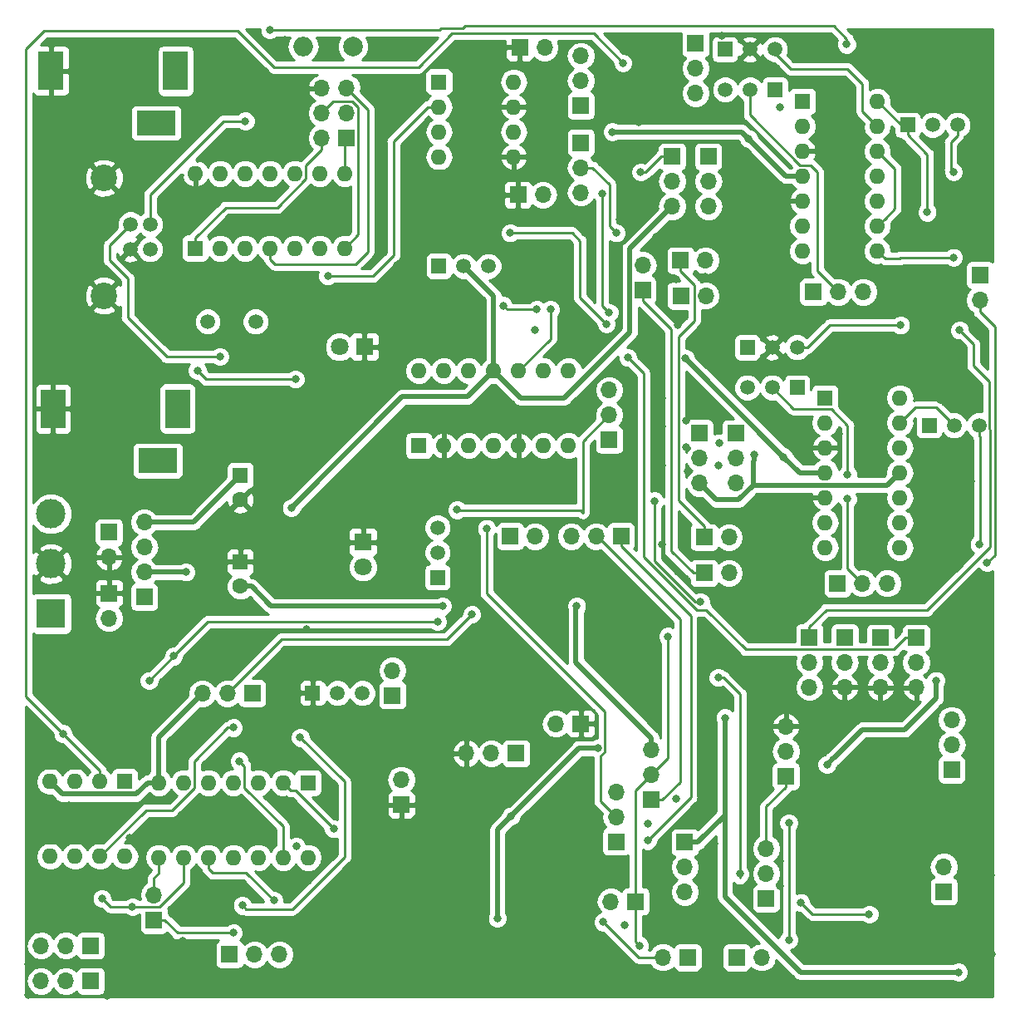
<source format=gbl>
G04 #@! TF.GenerationSoftware,KiCad,Pcbnew,(5.0.0)*
G04 #@! TF.CreationDate,2018-10-21T00:29:04+08:00*
G04 #@! TF.ProjectId,SLMMK1,534C4D4D4B312E6B696361645F706362,rev?*
G04 #@! TF.SameCoordinates,Original*
G04 #@! TF.FileFunction,Copper,L2,Bot,Signal*
G04 #@! TF.FilePolarity,Positive*
%FSLAX46Y46*%
G04 Gerber Fmt 4.6, Leading zero omitted, Abs format (unit mm)*
G04 Created by KiCad (PCBNEW (5.0.0)) date 10/21/18 00:29:04*
%MOMM*%
%LPD*%
G01*
G04 APERTURE LIST*
G04 #@! TA.AperFunction,ComponentPad*
%ADD10R,1.700000X1.700000*%
G04 #@! TD*
G04 #@! TA.AperFunction,ComponentPad*
%ADD11O,1.700000X1.700000*%
G04 #@! TD*
G04 #@! TA.AperFunction,ComponentPad*
%ADD12C,2.000000*%
G04 #@! TD*
G04 #@! TA.AperFunction,ComponentPad*
%ADD13O,2.000000X2.000000*%
G04 #@! TD*
G04 #@! TA.AperFunction,ComponentPad*
%ADD14R,1.600000X1.600000*%
G04 #@! TD*
G04 #@! TA.AperFunction,ComponentPad*
%ADD15C,1.600000*%
G04 #@! TD*
G04 #@! TA.AperFunction,ComponentPad*
%ADD16R,1.800000X1.800000*%
G04 #@! TD*
G04 #@! TA.AperFunction,ComponentPad*
%ADD17C,1.800000*%
G04 #@! TD*
G04 #@! TA.AperFunction,ComponentPad*
%ADD18C,1.520000*%
G04 #@! TD*
G04 #@! TA.AperFunction,ComponentPad*
%ADD19C,2.700000*%
G04 #@! TD*
G04 #@! TA.AperFunction,ComponentPad*
%ADD20R,2.500000X4.000000*%
G04 #@! TD*
G04 #@! TA.AperFunction,ComponentPad*
%ADD21R,4.000000X2.500000*%
G04 #@! TD*
G04 #@! TA.AperFunction,ComponentPad*
%ADD22R,3.000000X3.000000*%
G04 #@! TD*
G04 #@! TA.AperFunction,ComponentPad*
%ADD23C,3.000000*%
G04 #@! TD*
G04 #@! TA.AperFunction,ComponentPad*
%ADD24R,1.520000X1.520000*%
G04 #@! TD*
G04 #@! TA.AperFunction,ComponentPad*
%ADD25O,1.600000X1.600000*%
G04 #@! TD*
G04 #@! TA.AperFunction,ComponentPad*
%ADD26C,1.500000*%
G04 #@! TD*
G04 #@! TA.AperFunction,ViaPad*
%ADD27C,0.800000*%
G04 #@! TD*
G04 #@! TA.AperFunction,Conductor*
%ADD28C,0.250000*%
G04 #@! TD*
G04 #@! TA.AperFunction,Conductor*
%ADD29C,0.500000*%
G04 #@! TD*
G04 #@! TA.AperFunction,Conductor*
%ADD30C,0.254000*%
G04 #@! TD*
G04 APERTURE END LIST*
D10*
G04 #@! TO.P,J8,S*
G04 #@! TO.N,GND*
X73900000Y-112640000D03*
D11*
G04 #@! TO.P,J8,T*
G04 #@! TO.N,/AR/X3*
X73900000Y-110100000D03*
G04 #@! TD*
D10*
G04 #@! TO.P,SW10,1*
G04 #@! TO.N,/VCO2/O2*
X115500000Y-95600000D03*
D11*
G04 #@! TO.P,SW10,2*
G04 #@! TO.N,/VCF/OSC2*
X115500000Y-98140000D03*
G04 #@! TO.P,SW10,3*
G04 #@! TO.N,Net-(R80-Pad2)*
X115500000Y-100680000D03*
G04 #@! TD*
D10*
G04 #@! TO.P,RV48,1*
G04 #@! TO.N,/VCA/BP*
X113100000Y-109740000D03*
D11*
G04 #@! TO.P,RV48,2*
G04 #@! TO.N,Net-(R47-Pad1)*
X113100000Y-107200000D03*
G04 #@! TO.P,RV48,3*
G04 #@! TO.N,GND*
X113100000Y-104660000D03*
G04 #@! TD*
D12*
G04 #@! TO.P,L1,1*
G04 #@! TO.N,Net-(C23-Pad1)*
X68980000Y-35400000D03*
D13*
G04 #@! TO.P,L1,2*
G04 #@! TO.N,VCC*
X63900000Y-35400000D03*
G04 #@! TD*
D10*
G04 #@! TO.P,BT1,1*
G04 #@! TO.N,/+9Vin*
X44100000Y-84900000D03*
D11*
G04 #@! TO.P,BT1,2*
G04 #@! TO.N,GND*
X44100000Y-87440000D03*
G04 #@! TD*
D10*
G04 #@! TO.P,BT2,1*
G04 #@! TO.N,GND*
X44100000Y-91100000D03*
D11*
G04 #@! TO.P,BT2,2*
G04 #@! TO.N,/-9Vin*
X44100000Y-93640000D03*
G04 #@! TD*
D14*
G04 #@! TO.P,C16,1*
G04 #@! TO.N,+9V*
X57500000Y-79100000D03*
D15*
G04 #@! TO.P,C16,2*
G04 #@! TO.N,GND*
X57500000Y-81600000D03*
G04 #@! TD*
D14*
G04 #@! TO.P,C18,1*
G04 #@! TO.N,GND*
X57500000Y-87900000D03*
D15*
G04 #@! TO.P,C18,2*
G04 #@! TO.N,-9V*
X57500000Y-90400000D03*
G04 #@! TD*
D16*
G04 #@! TO.P,D6,1*
G04 #@! TO.N,GND*
X70000000Y-85900000D03*
D17*
G04 #@! TO.P,D6,2*
G04 #@! TO.N,Net-(D6-Pad2)*
X70000000Y-88440000D03*
G04 #@! TD*
D16*
G04 #@! TO.P,D13,1*
G04 #@! TO.N,GND*
X70140000Y-66000000D03*
D17*
G04 #@! TO.P,D13,2*
G04 #@! TO.N,Net-(D13-Pad2)*
X67600000Y-66000000D03*
G04 #@! TD*
D18*
G04 #@! TO.P,J2,2*
G04 #@! TO.N,/CVPal/DMINUS*
X48300000Y-53530000D03*
G04 #@! TO.P,J2,1*
G04 #@! TO.N,VCC*
X48300000Y-56070000D03*
G04 #@! TO.P,J2,4*
G04 #@! TO.N,GND*
X46300000Y-56070000D03*
G04 #@! TO.P,J2,3*
G04 #@! TO.N,/CVPal/DPLUS*
X46300000Y-53530000D03*
D19*
G04 #@! TO.P,J2,5*
G04 #@! TO.N,GND*
X43600000Y-48800000D03*
X43600000Y-60800000D03*
G04 #@! TD*
D10*
G04 #@! TO.P,J3,1*
G04 #@! TO.N,/CVPal/DO_ISP_MISO*
X68340000Y-44740000D03*
D11*
G04 #@! TO.P,J3,2*
G04 #@! TO.N,VCC*
X65800000Y-44740000D03*
G04 #@! TO.P,J3,3*
G04 #@! TO.N,/CVPal/SCK*
X68340000Y-42200000D03*
G04 #@! TO.P,J3,4*
G04 #@! TO.N,/CVPal/GATE1_ISP_MOSI*
X65800000Y-42200000D03*
G04 #@! TO.P,J3,5*
G04 #@! TO.N,/CVPal/RST*
X68340000Y-39660000D03*
G04 #@! TO.P,J3,6*
G04 #@! TO.N,GND*
X65800000Y-39660000D03*
G04 #@! TD*
D20*
G04 #@! TO.P,J6,S*
G04 #@! TO.N,GND*
X38400000Y-72300000D03*
D21*
G04 #@! TO.P,J6,2*
G04 #@! TO.N,N/C*
X49100000Y-77600000D03*
D20*
G04 #@! TO.P,J6,T*
G04 #@! TO.N,/CVPal/Gate1*
X51100000Y-72300000D03*
G04 #@! TD*
G04 #@! TO.P,J7,S*
G04 #@! TO.N,GND*
X38200000Y-37900000D03*
D21*
G04 #@! TO.P,J7,2*
G04 #@! TO.N,N/C*
X48900000Y-43200000D03*
D20*
G04 #@! TO.P,J7,T*
G04 #@! TO.N,/CVPal/Gate2*
X50900000Y-37900000D03*
G04 #@! TD*
D22*
G04 #@! TO.P,J9,1*
G04 #@! TO.N,/-9Vin*
X38200000Y-93180000D03*
D23*
G04 #@! TO.P,J9,2*
G04 #@! TO.N,GND*
X38200000Y-88100000D03*
G04 #@! TO.P,J9,3*
G04 #@! TO.N,/+9Vin*
X38200000Y-83020000D03*
G04 #@! TD*
D18*
G04 #@! TO.P,Q1,2*
G04 #@! TO.N,Net-(Q1-Pad2)*
X111706392Y-70166319D03*
G04 #@! TO.P,Q1,3*
G04 #@! TO.N,Net-(C6-Pad2)*
X109166392Y-70166319D03*
D24*
G04 #@! TO.P,Q1,1*
G04 #@! TO.N,Net-(Q1-Pad1)*
X114246392Y-70166319D03*
G04 #@! TD*
D18*
G04 #@! TO.P,Q2,2*
G04 #@! TO.N,Net-(Q2-Pad2)*
X109460000Y-39800000D03*
G04 #@! TO.P,Q2,3*
G04 #@! TO.N,Net-(C7-Pad2)*
X106920000Y-39800000D03*
D24*
G04 #@! TO.P,Q2,1*
G04 #@! TO.N,Net-(Q2-Pad1)*
X112000000Y-39800000D03*
G04 #@! TD*
D18*
G04 #@! TO.P,Q3,2*
G04 #@! TO.N,GND*
X111706392Y-66062300D03*
G04 #@! TO.P,Q3,3*
G04 #@! TO.N,Net-(C8-Pad1)*
X114246392Y-66062300D03*
D24*
G04 #@! TO.P,Q3,1*
G04 #@! TO.N,Net-(Q1-Pad1)*
X109166392Y-66062300D03*
G04 #@! TD*
D18*
G04 #@! TO.P,Q4,2*
G04 #@! TO.N,GND*
X109440000Y-35700000D03*
G04 #@! TO.P,Q4,3*
G04 #@! TO.N,Net-(C9-Pad1)*
X111980000Y-35700000D03*
D24*
G04 #@! TO.P,Q4,1*
G04 #@! TO.N,Net-(Q2-Pad1)*
X106900000Y-35700000D03*
G04 #@! TD*
D18*
G04 #@! TO.P,Q5,2*
G04 #@! TO.N,Net-(C8-Pad1)*
X130240000Y-74000000D03*
G04 #@! TO.P,Q5,3*
G04 #@! TO.N,Net-(Q5-Pad3)*
X132780000Y-74000000D03*
D24*
G04 #@! TO.P,Q5,1*
G04 #@! TO.N,/VCF/OSC1*
X127700000Y-74000000D03*
G04 #@! TD*
D18*
G04 #@! TO.P,Q6,2*
G04 #@! TO.N,Net-(C9-Pad1)*
X128040000Y-43400000D03*
G04 #@! TO.P,Q6,3*
G04 #@! TO.N,Net-(Q6-Pad3)*
X130580000Y-43400000D03*
D24*
G04 #@! TO.P,Q6,1*
G04 #@! TO.N,/VCO2/O2*
X125500000Y-43400000D03*
G04 #@! TD*
D18*
G04 #@! TO.P,Q7,2*
G04 #@! TO.N,-9V*
X80256000Y-57772000D03*
G04 #@! TO.P,Q7,3*
G04 #@! TO.N,Net-(C15-Pad1)*
X82796000Y-57772000D03*
D24*
G04 #@! TO.P,Q7,1*
G04 #@! TO.N,Net-(Q7-Pad1)*
X77716000Y-57772000D03*
G04 #@! TD*
D18*
G04 #@! TO.P,Q8,2*
G04 #@! TO.N,Net-(Q8-Pad2)*
X67387001Y-101275001D03*
G04 #@! TO.P,Q8,3*
G04 #@! TO.N,Net-(C2-Pad1)*
X69927001Y-101275001D03*
D24*
G04 #@! TO.P,Q8,1*
G04 #@! TO.N,GND*
X64847001Y-101275001D03*
G04 #@! TD*
D18*
G04 #@! TO.P,Q9,2*
G04 #@! TO.N,Net-(Q9-Pad2)*
X77600000Y-86960000D03*
G04 #@! TO.P,Q9,3*
G04 #@! TO.N,Net-(Q9-Pad3)*
X77600000Y-84420000D03*
D24*
G04 #@! TO.P,Q9,1*
G04 #@! TO.N,Net-(D6-Pad2)*
X77600000Y-89500000D03*
G04 #@! TD*
D10*
G04 #@! TO.P,RV1,1*
G04 #@! TO.N,Net-(R60-Pad1)*
X118360000Y-90100000D03*
D11*
G04 #@! TO.P,RV1,2*
G04 #@! TO.N,Net-(Q1-Pad2)*
X120900000Y-90100000D03*
G04 #@! TO.P,RV1,3*
G04 #@! TO.N,Net-(R15-Pad1)*
X123440000Y-90100000D03*
G04 #@! TD*
D10*
G04 #@! TO.P,RV2,1*
G04 #@! TO.N,Net-(R61-Pad1)*
X115900000Y-60400000D03*
D11*
G04 #@! TO.P,RV2,2*
G04 #@! TO.N,Net-(Q2-Pad2)*
X118440000Y-60400000D03*
G04 #@! TO.P,RV2,3*
G04 #@! TO.N,Net-(R19-Pad1)*
X120980000Y-60400000D03*
G04 #@! TD*
D10*
G04 #@! TO.P,RV10,1*
G04 #@! TO.N,Net-(D3-Pad1)*
X42254999Y-130600000D03*
D11*
G04 #@! TO.P,RV10,2*
G04 #@! TO.N,Net-(C3-Pad1)*
X39714999Y-130600000D03*
G04 #@! TO.P,RV10,3*
X37174999Y-130600000D03*
G04 #@! TD*
D10*
G04 #@! TO.P,RV11,1*
G04 #@! TO.N,Net-(D4-Pad2)*
X42254999Y-127000000D03*
D11*
G04 #@! TO.P,RV11,2*
G04 #@! TO.N,Net-(C3-Pad1)*
X39714999Y-127000000D03*
G04 #@! TO.P,RV11,3*
X37174999Y-127000000D03*
G04 #@! TD*
D10*
G04 #@! TO.P,RV15,1*
G04 #@! TO.N,Net-(R12-Pad1)*
X58700000Y-101300000D03*
D11*
G04 #@! TO.P,RV15,2*
G04 #@! TO.N,/AR*
X56160000Y-101300000D03*
G04 #@! TO.P,RV15,3*
G04 #@! TO.N,-9V*
X53620000Y-101300000D03*
G04 #@! TD*
D10*
G04 #@! TO.P,RV19,1*
G04 #@! TO.N,+9V*
X102800000Y-116460000D03*
D11*
G04 #@! TO.P,RV19,2*
G04 #@! TO.N,Net-(R18-Pad2)*
X102800000Y-119000000D03*
G04 #@! TO.P,RV19,3*
G04 #@! TO.N,-9V*
X102800000Y-121540000D03*
G04 #@! TD*
D10*
G04 #@! TO.P,RV27,1*
G04 #@! TO.N,Net-(R26-Pad2)*
X85610371Y-107423797D03*
D11*
G04 #@! TO.P,RV27,2*
G04 #@! TO.N,Net-(R23-Pad1)*
X83070371Y-107423797D03*
G04 #@! TO.P,RV27,3*
G04 #@! TO.N,GND*
X80530371Y-107423797D03*
G04 #@! TD*
D10*
G04 #@! TO.P,RV29,1*
G04 #@! TO.N,/VCF/OSC1*
X119100000Y-95600000D03*
D11*
G04 #@! TO.P,RV29,2*
G04 #@! TO.N,Net-(R30-Pad2)*
X119100000Y-98140000D03*
G04 #@! TO.P,RV29,3*
G04 #@! TO.N,GND*
X119100000Y-100680000D03*
G04 #@! TD*
D10*
G04 #@! TO.P,RV37,1*
G04 #@! TO.N,Net-(R32-Pad1)*
X130000000Y-109080000D03*
D11*
G04 #@! TO.P,RV37,2*
G04 #@! TO.N,Net-(R36-Pad2)*
X130000000Y-106540000D03*
G04 #@! TO.P,RV37,3*
G04 #@! TO.N,Net-(R41-Pad2)*
X130000000Y-104000000D03*
G04 #@! TD*
D10*
G04 #@! TO.P,RV38,1*
G04 #@! TO.N,/VCF/OSC2*
X122737001Y-95635001D03*
D11*
G04 #@! TO.P,RV38,2*
G04 #@! TO.N,Net-(R33-Pad2)*
X122737001Y-98175001D03*
G04 #@! TO.P,RV38,3*
G04 #@! TO.N,GND*
X122737001Y-100715001D03*
G04 #@! TD*
D10*
G04 #@! TO.P,RV44,1*
G04 #@! TO.N,/Noise Gen/NS*
X126387001Y-95635001D03*
D11*
G04 #@! TO.P,RV44,2*
G04 #@! TO.N,Net-(R39-Pad2)*
X126387001Y-98175001D03*
G04 #@! TO.P,RV44,3*
G04 #@! TO.N,GND*
X126387001Y-100715001D03*
G04 #@! TD*
D10*
G04 #@! TO.P,RV55,1*
G04 #@! TO.N,Net-(R203-Pad1)*
X104300000Y-74800000D03*
D11*
G04 #@! TO.P,RV55,2*
G04 #@! TO.N,Net-(R54-Pad2)*
X104300000Y-77340000D03*
G04 #@! TO.P,RV55,3*
G04 #@! TO.N,-9V*
X104300000Y-79880000D03*
G04 #@! TD*
D10*
G04 #@! TO.P,RV58,1*
G04 #@! TO.N,Net-(R206-Pad1)*
X101500000Y-46620000D03*
D11*
G04 #@! TO.P,RV58,2*
G04 #@! TO.N,Net-(R57-Pad2)*
X101500000Y-49160000D03*
G04 #@! TO.P,RV58,3*
G04 #@! TO.N,-9V*
X101500000Y-51700000D03*
G04 #@! TD*
D10*
G04 #@! TO.P,RV85,1*
G04 #@! TO.N,Net-(R84-Pad2)*
X103900000Y-35100000D03*
D11*
G04 #@! TO.P,RV85,2*
G04 #@! TO.N,Net-(R86-Pad1)*
X103900000Y-37640000D03*
G04 #@! TO.P,RV85,3*
G04 #@! TO.N,Net-(R104-Pad1)*
X103900000Y-40180000D03*
G04 #@! TD*
D10*
G04 #@! TO.P,RV90,1*
G04 #@! TO.N,Net-(D10-Pad1)*
X95810371Y-116403797D03*
D11*
G04 #@! TO.P,RV90,2*
G04 #@! TO.N,Net-(R91-Pad2)*
X95810371Y-113863797D03*
G04 #@! TO.P,RV90,3*
G04 #@! TO.N,Net-(R94-Pad1)*
X95810371Y-111323797D03*
G04 #@! TD*
D10*
G04 #@! TO.P,RV92,1*
G04 #@! TO.N,/LFO/LFS*
X99410371Y-112123797D03*
D11*
G04 #@! TO.P,RV92,2*
G04 #@! TO.N,/LFO*
X99410371Y-109583797D03*
G04 #@! TO.P,RV92,3*
G04 #@! TO.N,-9V*
X99410371Y-107043797D03*
G04 #@! TD*
D10*
G04 #@! TO.P,RV202,1*
G04 #@! TO.N,Net-(R203-Pad2)*
X108000000Y-74820000D03*
D11*
G04 #@! TO.P,RV202,2*
G04 #@! TO.N,Net-(R207-Pad2)*
X108000000Y-77360000D03*
G04 #@! TO.P,RV202,3*
G04 #@! TO.N,Net-(R201-Pad1)*
X108000000Y-79900000D03*
G04 #@! TD*
D10*
G04 #@! TO.P,RV205,1*
G04 #@! TO.N,Net-(R206-Pad2)*
X105200000Y-46620000D03*
D11*
G04 #@! TO.P,RV205,2*
G04 #@! TO.N,Net-(R208-Pad2)*
X105200000Y-49160000D03*
G04 #@! TO.P,RV205,3*
G04 #@! TO.N,Net-(R204-Pad1)*
X105200000Y-51700000D03*
G04 #@! TD*
D10*
G04 #@! TO.P,SW1,1*
G04 #@! TO.N,Net-(C2-Pad1)*
X73000000Y-101500000D03*
D11*
G04 #@! TO.P,SW1,2*
G04 #@! TO.N,Net-(R2-Pad1)*
X73000000Y-98960000D03*
G04 #@! TD*
D10*
G04 #@! TO.P,SW2,1*
G04 #@! TO.N,Net-(D2-Pad2)*
X48700000Y-124400000D03*
D11*
G04 #@! TO.P,SW2,2*
G04 #@! TO.N,Net-(SW2-Pad2)*
X48700000Y-121860000D03*
G04 #@! TD*
D10*
G04 #@! TO.P,SW3,1*
G04 #@! TO.N,Net-(R8-Pad2)*
X56400000Y-127900000D03*
D11*
G04 #@! TO.P,SW3,2*
G04 #@! TO.N,Net-(R6-Pad1)*
X58940000Y-127900000D03*
G04 #@! TO.P,SW3,3*
G04 #@! TO.N,Net-(C1-Pad2)*
X61480000Y-127900000D03*
G04 #@! TD*
D10*
G04 #@! TO.P,SW4,1*
G04 #@! TO.N,/AR*
X103100000Y-128200000D03*
D11*
G04 #@! TO.P,SW4,2*
G04 #@! TO.N,Net-(R16-Pad2)*
X100560000Y-128200000D03*
G04 #@! TD*
D10*
G04 #@! TO.P,SW5,1*
G04 #@! TO.N,/LFO*
X97800000Y-122500000D03*
D11*
G04 #@! TO.P,SW5,2*
G04 #@! TO.N,Net-(R20-Pad2)*
X95260000Y-122500000D03*
G04 #@! TD*
D10*
G04 #@! TO.P,SW6,1*
G04 #@! TO.N,/VCA/LP*
X111100000Y-122200000D03*
D11*
G04 #@! TO.P,SW6,2*
G04 #@! TO.N,Net-(R21-Pad2)*
X111100000Y-119660000D03*
G04 #@! TO.P,SW6,3*
G04 #@! TO.N,/VCA/BP*
X111100000Y-117120000D03*
G04 #@! TD*
D10*
G04 #@! TO.P,SW7,1*
G04 #@! TO.N,/AR*
X108100000Y-128200000D03*
D11*
G04 #@! TO.P,SW7,2*
G04 #@! TO.N,Net-(R28-Pad2)*
X110640000Y-128200000D03*
G04 #@! TD*
D10*
G04 #@! TO.P,SW8,1*
G04 #@! TO.N,/LFO*
X129200000Y-121500000D03*
D11*
G04 #@! TO.P,SW8,2*
G04 #@! TO.N,Net-(R31-Pad2)*
X129200000Y-118960000D03*
G04 #@! TD*
D10*
G04 #@! TO.P,SW9,1*
G04 #@! TO.N,/VCO2/OSC_Sync*
X132900000Y-58700000D03*
D11*
G04 #@! TO.P,SW9,2*
G04 #@! TO.N,/VCO1/OSC_Sync*
X132900000Y-61240000D03*
G04 #@! TD*
D10*
G04 #@! TO.P,SW11,1*
G04 #@! TO.N,/AR*
X104760000Y-85400000D03*
D11*
G04 #@! TO.P,SW11,2*
G04 #@! TO.N,Net-(R77-Pad2)*
X107300000Y-85400000D03*
G04 #@! TD*
D10*
G04 #@! TO.P,SW12,1*
G04 #@! TO.N,/AR*
X102360000Y-57200000D03*
D11*
G04 #@! TO.P,SW12,2*
G04 #@! TO.N,Net-(R78-Pad2)*
X104900000Y-57200000D03*
G04 #@! TD*
D10*
G04 #@! TO.P,SW13,1*
G04 #@! TO.N,/LFO*
X104760000Y-89050000D03*
D11*
G04 #@! TO.P,SW13,2*
G04 #@! TO.N,Net-(R82-Pad2)*
X107300000Y-89050000D03*
G04 #@! TD*
D10*
G04 #@! TO.P,SW14,1*
G04 #@! TO.N,/LFO*
X102382767Y-60800000D03*
D11*
G04 #@! TO.P,SW14,2*
G04 #@! TO.N,Net-(R83-Pad2)*
X104922767Y-60800000D03*
G04 #@! TD*
D10*
G04 #@! TO.P,SW15,1*
G04 #@! TO.N,/LFO*
X98500000Y-60200000D03*
D11*
G04 #@! TO.P,SW15,2*
G04 #@! TO.N,Net-(R87-Pad1)*
X98500000Y-57660000D03*
G04 #@! TD*
D10*
G04 #@! TO.P,SW16,1*
G04 #@! TO.N,Net-(D10-Pad2)*
X95100000Y-75480000D03*
D11*
G04 #@! TO.P,SW16,2*
G04 #@! TO.N,Net-(R88-Pad2)*
X95100000Y-72940000D03*
G04 #@! TO.P,SW16,3*
G04 #@! TO.N,Net-(D9-Pad1)*
X95100000Y-70400000D03*
G04 #@! TD*
D10*
G04 #@! TO.P,SW17,1*
G04 #@! TO.N,Net-(C13-Pad2)*
X85000000Y-85300000D03*
D11*
G04 #@! TO.P,SW17,2*
G04 #@! TO.N,Net-(C14-Pad2)*
X87540000Y-85300000D03*
G04 #@! TD*
D10*
G04 #@! TO.P,SW18,1*
G04 #@! TO.N,Net-(D10-Pad1)*
X96300000Y-85300000D03*
D11*
G04 #@! TO.P,SW18,2*
G04 #@! TO.N,/LFO/LFS*
X93760000Y-85300000D03*
G04 #@! TO.P,SW18,3*
G04 #@! TO.N,Net-(C14-Pad2)*
X91220000Y-85300000D03*
G04 #@! TD*
D10*
G04 #@! TO.P,SW19,1*
G04 #@! TO.N,/-9Vin*
X47700000Y-91480000D03*
D11*
G04 #@! TO.P,SW19,2*
G04 #@! TO.N,-9V*
X47700000Y-88940000D03*
G04 #@! TO.P,SW19,3*
G04 #@! TO.N,/+9Vin*
X47700000Y-86400000D03*
G04 #@! TO.P,SW19,4*
G04 #@! TO.N,+9V*
X47700000Y-83860000D03*
G04 #@! TD*
D10*
G04 #@! TO.P,SW20,1*
G04 #@! TO.N,/CVPal/CV1*
X92200000Y-41440000D03*
D11*
G04 #@! TO.P,SW20,2*
G04 #@! TO.N,/VCO1/X1*
X92200000Y-38900000D03*
G04 #@! TO.P,SW20,3*
G04 #@! TO.N,Net-(J4-PadT)*
X92200000Y-36360000D03*
G04 #@! TD*
D10*
G04 #@! TO.P,SW21,1*
G04 #@! TO.N,/CVPal/CV2*
X92200000Y-45200000D03*
D11*
G04 #@! TO.P,SW21,2*
G04 #@! TO.N,/VCO2/X2*
X92200000Y-47740000D03*
G04 #@! TO.P,SW21,3*
G04 #@! TO.N,Net-(J5-PadT)*
X92200000Y-50280000D03*
G04 #@! TD*
D14*
G04 #@! TO.P,U1,1*
G04 #@! TO.N,Net-(C2-Pad1)*
X64400000Y-110400000D03*
D25*
G04 #@! TO.P,U1,8*
G04 #@! TO.N,Net-(SW2-Pad2)*
X49160000Y-118020000D03*
G04 #@! TO.P,U1,2*
G04 #@! TO.N,Net-(C1-Pad2)*
X61860000Y-110400000D03*
G04 #@! TO.P,U1,9*
G04 #@! TO.N,Net-(R5-Pad1)*
X51700000Y-118020000D03*
G04 #@! TO.P,U1,3*
G04 #@! TO.N,Net-(R13-Pad2)*
X59320000Y-110400000D03*
G04 #@! TO.P,U1,10*
G04 #@! TO.N,Net-(R9-Pad2)*
X54240000Y-118020000D03*
G04 #@! TO.P,U1,4*
G04 #@! TO.N,Net-(U1-Pad4)*
X56780000Y-110400000D03*
G04 #@! TO.P,U1,11*
G04 #@! TO.N,Net-(D1-Pad1)*
X56780000Y-118020000D03*
G04 #@! TO.P,U1,5*
G04 #@! TO.N,Net-(U1-Pad4)*
X54240000Y-110400000D03*
G04 #@! TO.P,U1,12*
G04 #@! TO.N,Net-(R8-Pad2)*
X59320000Y-118020000D03*
G04 #@! TO.P,U1,6*
G04 #@! TO.N,Net-(D5-Pad2)*
X51700000Y-110400000D03*
G04 #@! TO.P,U1,13*
G04 #@! TO.N,Net-(D5-Pad1)*
X61860000Y-118020000D03*
G04 #@! TO.P,U1,7*
G04 #@! TO.N,-9V*
X49160000Y-110400000D03*
G04 #@! TO.P,U1,14*
G04 #@! TO.N,+9V*
X64400000Y-118020000D03*
G04 #@! TD*
D14*
G04 #@! TO.P,U2,1*
G04 #@! TO.N,Net-(R80-Pad1)*
X45720000Y-110300000D03*
D25*
G04 #@! TO.P,U2,5*
G04 #@! TO.N,Net-(C3-Pad1)*
X38100000Y-117920000D03*
G04 #@! TO.P,U2,2*
G04 #@! TO.N,Net-(R86-Pad2)*
X43180000Y-110300000D03*
G04 #@! TO.P,U2,6*
G04 #@! TO.N,Net-(R12-Pad2)*
X40640000Y-117920000D03*
G04 #@! TO.P,U2,3*
G04 #@! TO.N,Net-(R79-Pad2)*
X40640000Y-110300000D03*
G04 #@! TO.P,U2,7*
G04 #@! TO.N,Net-(R12-Pad1)*
X43180000Y-117920000D03*
G04 #@! TO.P,U2,4*
G04 #@! TO.N,-9V*
X38100000Y-110300000D03*
G04 #@! TO.P,U2,8*
G04 #@! TO.N,+9V*
X45720000Y-117920000D03*
G04 #@! TD*
D14*
G04 #@! TO.P,U5,1*
G04 #@! TO.N,Net-(C6-Pad1)*
X117100000Y-71200000D03*
D25*
G04 #@! TO.P,U5,8*
G04 #@! TO.N,/VCO1/OSC_Sync*
X124720000Y-86440000D03*
G04 #@! TO.P,U5,2*
G04 #@! TO.N,Net-(C6-Pad2)*
X117100000Y-73740000D03*
G04 #@! TO.P,U5,9*
G04 #@! TO.N,Net-(C10-Pad1)*
X124720000Y-83900000D03*
G04 #@! TO.P,U5,3*
G04 #@! TO.N,GND*
X117100000Y-76280000D03*
G04 #@! TO.P,U5,10*
G04 #@! TO.N,Net-(R66-Pad1)*
X124720000Y-81360000D03*
G04 #@! TO.P,U5,4*
G04 #@! TO.N,+9V*
X117100000Y-78820000D03*
G04 #@! TO.P,U5,11*
G04 #@! TO.N,-9V*
X124720000Y-78820000D03*
G04 #@! TO.P,U5,5*
G04 #@! TO.N,GND*
X117100000Y-81360000D03*
G04 #@! TO.P,U5,12*
G04 #@! TO.N,Net-(C10-Pad1)*
X124720000Y-76280000D03*
G04 #@! TO.P,U5,6*
G04 #@! TO.N,Net-(R207-Pad1)*
X117100000Y-83900000D03*
G04 #@! TO.P,U5,13*
G04 #@! TO.N,Net-(C8-Pad1)*
X124720000Y-73740000D03*
G04 #@! TO.P,U5,7*
G04 #@! TO.N,Net-(R60-Pad1)*
X117100000Y-86440000D03*
G04 #@! TO.P,U5,14*
G04 #@! TO.N,/VCF/OSC1*
X124720000Y-71200000D03*
G04 #@! TD*
D14*
G04 #@! TO.P,U6,1*
G04 #@! TO.N,Net-(C7-Pad1)*
X114800000Y-41000000D03*
D25*
G04 #@! TO.P,U6,8*
G04 #@! TO.N,Net-(D12-Pad2)*
X122420000Y-56240000D03*
G04 #@! TO.P,U6,2*
G04 #@! TO.N,Net-(C7-Pad2)*
X114800000Y-43540000D03*
G04 #@! TO.P,U6,9*
G04 #@! TO.N,Net-(C12-Pad1)*
X122420000Y-53700000D03*
G04 #@! TO.P,U6,3*
G04 #@! TO.N,GND*
X114800000Y-46080000D03*
G04 #@! TO.P,U6,10*
G04 #@! TO.N,Net-(R67-Pad1)*
X122420000Y-51160000D03*
G04 #@! TO.P,U6,4*
G04 #@! TO.N,+9V*
X114800000Y-48620000D03*
G04 #@! TO.P,U6,11*
G04 #@! TO.N,-9V*
X122420000Y-48620000D03*
G04 #@! TO.P,U6,5*
G04 #@! TO.N,GND*
X114800000Y-51160000D03*
G04 #@! TO.P,U6,12*
G04 #@! TO.N,Net-(C12-Pad1)*
X122420000Y-46080000D03*
G04 #@! TO.P,U6,6*
G04 #@! TO.N,Net-(R208-Pad1)*
X114800000Y-53700000D03*
G04 #@! TO.P,U6,13*
G04 #@! TO.N,Net-(C9-Pad1)*
X122420000Y-43540000D03*
G04 #@! TO.P,U6,7*
G04 #@! TO.N,Net-(R61-Pad1)*
X114800000Y-56240000D03*
G04 #@! TO.P,U6,14*
G04 #@! TO.N,/VCO2/O2*
X122420000Y-41000000D03*
G04 #@! TD*
D14*
G04 #@! TO.P,U7,1*
G04 #@! TO.N,Net-(C14-Pad2)*
X75684000Y-76060000D03*
D25*
G04 #@! TO.P,U7,8*
G04 #@! TO.N,Net-(R100-Pad1)*
X90924000Y-68440000D03*
G04 #@! TO.P,U7,2*
G04 #@! TO.N,GND*
X78224000Y-76060000D03*
G04 #@! TO.P,U7,9*
G04 #@! TO.N,Net-(C15-Pad2)*
X88384000Y-68440000D03*
G04 #@! TO.P,U7,3*
G04 #@! TO.N,Net-(C13-Pad1)*
X80764000Y-76060000D03*
G04 #@! TO.P,U7,10*
G04 #@! TO.N,Net-(R100-Pad2)*
X85844000Y-68440000D03*
G04 #@! TO.P,U7,4*
G04 #@! TO.N,+9V*
X83304000Y-76060000D03*
G04 #@! TO.P,U7,11*
G04 #@! TO.N,-9V*
X83304000Y-68440000D03*
G04 #@! TO.P,U7,5*
G04 #@! TO.N,GND*
X85844000Y-76060000D03*
G04 #@! TO.P,U7,12*
G04 #@! TO.N,Net-(R95-Pad1)*
X80764000Y-68440000D03*
G04 #@! TO.P,U7,6*
G04 #@! TO.N,Net-(R89-Pad2)*
X88384000Y-76060000D03*
G04 #@! TO.P,U7,13*
G04 #@! TO.N,Net-(C17-Pad1)*
X78224000Y-68440000D03*
G04 #@! TO.P,U7,7*
G04 #@! TO.N,Net-(D10-Pad1)*
X90924000Y-76060000D03*
G04 #@! TO.P,U7,14*
G04 #@! TO.N,Net-(R101-Pad1)*
X75684000Y-68440000D03*
G04 #@! TD*
D14*
G04 #@! TO.P,U8,1*
G04 #@! TO.N,VCC*
X52895001Y-55952999D03*
D25*
G04 #@! TO.P,U8,8*
G04 #@! TO.N,/CVPal/DO_ISP_MISO*
X68135001Y-48332999D03*
G04 #@! TO.P,U8,2*
G04 #@! TO.N,Net-(C20-Pad1)*
X55435001Y-55952999D03*
G04 #@! TO.P,U8,9*
G04 #@! TO.N,/CVPal/SCK*
X65595001Y-48332999D03*
G04 #@! TO.P,U8,3*
G04 #@! TO.N,Net-(C21-Pad1)*
X57975001Y-55952999D03*
G04 #@! TO.P,U8,10*
G04 #@! TO.N,/CVPal/GATE2_int*
X63055001Y-48332999D03*
G04 #@! TO.P,U8,4*
G04 #@! TO.N,/CVPal/RST*
X60515001Y-55952999D03*
G04 #@! TO.P,U8,11*
G04 #@! TO.N,Net-(R43-Pad2)*
X60515001Y-48332999D03*
G04 #@! TO.P,U8,5*
G04 #@! TO.N,Net-(R29-Pad2)*
X63055001Y-55952999D03*
G04 #@! TO.P,U8,12*
G04 #@! TO.N,Net-(R38-Pad2)*
X57975001Y-48332999D03*
G04 #@! TO.P,U8,6*
G04 #@! TO.N,/CVPal/SS*
X65595001Y-55952999D03*
G04 #@! TO.P,U8,13*
G04 #@! TO.N,Net-(R37-Pad2)*
X55435001Y-48332999D03*
G04 #@! TO.P,U8,7*
G04 #@! TO.N,/CVPal/GATE1_ISP_MOSI*
X68135001Y-55952999D03*
G04 #@! TO.P,U8,14*
G04 #@! TO.N,GND*
X52895001Y-48332999D03*
G04 #@! TD*
D14*
G04 #@! TO.P,U9,1*
G04 #@! TO.N,Net-(C23-Pad1)*
X77742591Y-39017435D03*
D25*
G04 #@! TO.P,U9,5*
G04 #@! TO.N,GND*
X85362591Y-46637435D03*
G04 #@! TO.P,U9,2*
G04 #@! TO.N,/CVPal/SS*
X77742591Y-41557435D03*
G04 #@! TO.P,U9,6*
G04 #@! TO.N,Net-(R48-Pad2)*
X85362591Y-44097435D03*
G04 #@! TO.P,U9,3*
G04 #@! TO.N,/CVPal/SCK*
X77742591Y-44097435D03*
G04 #@! TO.P,U9,7*
G04 #@! TO.N,GND*
X85362591Y-41557435D03*
G04 #@! TO.P,U9,4*
G04 #@! TO.N,/CVPal/DO_ISP_MISO*
X77742591Y-46637435D03*
G04 #@! TO.P,U9,8*
G04 #@! TO.N,Net-(R44-Pad2)*
X85362591Y-39017435D03*
G04 #@! TD*
D26*
G04 #@! TO.P,Y1,1*
G04 #@! TO.N,Net-(C20-Pad1)*
X54170000Y-63428000D03*
G04 #@! TO.P,Y1,2*
G04 #@! TO.N,Net-(C21-Pad1)*
X59050000Y-63428000D03*
G04 #@! TD*
D11*
G04 #@! TO.P,J1,T*
G04 #@! TO.N,/VCA/MainOut*
X89660000Y-104400000D03*
D10*
G04 #@! TO.P,J1,S*
G04 #@! TO.N,GND*
X92200000Y-104400000D03*
G04 #@! TD*
D11*
G04 #@! TO.P,J4,T*
G04 #@! TO.N,Net-(J4-PadT)*
X88500000Y-35500000D03*
D10*
G04 #@! TO.P,J4,S*
G04 #@! TO.N,GND*
X85960000Y-35500000D03*
G04 #@! TD*
G04 #@! TO.P,J5,S*
G04 #@! TO.N,GND*
X85800000Y-50500000D03*
D11*
G04 #@! TO.P,J5,T*
G04 #@! TO.N,Net-(J5-PadT)*
X88340000Y-50500000D03*
G04 #@! TD*
D27*
G04 #@! TO.N,*
X63200000Y-116900000D03*
X96700000Y-124900000D03*
X99000000Y-114600000D03*
X101900000Y-112000000D03*
X87500000Y-64300000D03*
X112500000Y-41600000D03*
X106300000Y-75800000D03*
X106200000Y-78100000D03*
G04 #@! TO.N,GND*
X98100000Y-43100000D03*
X132000000Y-79700000D03*
X127400000Y-107000000D03*
X117100000Y-117400000D03*
X91400000Y-110300000D03*
X77700000Y-60000000D03*
X37600000Y-97400000D03*
X40400000Y-97300000D03*
X43000000Y-97400000D03*
X47100000Y-97900000D03*
X37300000Y-100000000D03*
X41100000Y-100000000D03*
X44800000Y-100400000D03*
X46400000Y-103100000D03*
X42900000Y-103300000D03*
X39800000Y-103000000D03*
X37300000Y-106900000D03*
X37300000Y-111900000D03*
X41700000Y-114800000D03*
X46600000Y-120400000D03*
X46900000Y-125800000D03*
X44800000Y-125600000D03*
X37000000Y-125300000D03*
X35900000Y-128900000D03*
X38500000Y-128900000D03*
X38500000Y-131900000D03*
X35900000Y-132000000D03*
X43900000Y-132100000D03*
X46800000Y-131800000D03*
X46800000Y-129000000D03*
X43900000Y-129200000D03*
X40700000Y-128700000D03*
X50400000Y-129700000D03*
X53700000Y-129300000D03*
X53400000Y-131100000D03*
X50600000Y-131400000D03*
X56800000Y-131100000D03*
X60900000Y-131000000D03*
X53000000Y-122500000D03*
X55600000Y-122500000D03*
X49200000Y-114400000D03*
X52300000Y-114300000D03*
X57700000Y-114300000D03*
X55800000Y-112800000D03*
X62400000Y-113000000D03*
X64400000Y-120400000D03*
X65300000Y-123500000D03*
X63500000Y-125600000D03*
X64600000Y-130700000D03*
X68000000Y-131000000D03*
X72500000Y-130700000D03*
X78800000Y-130600000D03*
X85200000Y-130900000D03*
X81100000Y-128200000D03*
X75600000Y-127900000D03*
X69500000Y-127400000D03*
X72300000Y-124700000D03*
X78400000Y-124000000D03*
X81400000Y-121700000D03*
X75400000Y-121600000D03*
X69600000Y-121400000D03*
X72400000Y-118200000D03*
X77100000Y-117600000D03*
X82800000Y-110700000D03*
X82100000Y-114600000D03*
X82000000Y-118500000D03*
X77600000Y-115300000D03*
X77800000Y-111900000D03*
X77900000Y-108800000D03*
X71900000Y-112300000D03*
X71300000Y-113600000D03*
X74900000Y-107200000D03*
X77900000Y-106400000D03*
X74600000Y-103700000D03*
X121500000Y-126500000D03*
X127800000Y-126700000D03*
X128100000Y-124200000D03*
X128000000Y-128000000D03*
X128900000Y-131400000D03*
X112000000Y-130600000D03*
X105500000Y-130500000D03*
X106000000Y-125900000D03*
X105400000Y-122900000D03*
X102800000Y-125000000D03*
X94600000Y-130700000D03*
X90400000Y-130500000D03*
X86400000Y-121700000D03*
X86500000Y-125200000D03*
X93800000Y-119100000D03*
X100400000Y-120900000D03*
X104700000Y-113300000D03*
X105100000Y-109900000D03*
X109900000Y-110200000D03*
X110200000Y-106500000D03*
X104700000Y-107300000D03*
X105100000Y-104800000D03*
X110100000Y-102800000D03*
X109300000Y-98600000D03*
X112300000Y-98600000D03*
X106000000Y-97000000D03*
X108900000Y-94100000D03*
X111700000Y-94500000D03*
X98300000Y-100700000D03*
X95600000Y-98100000D03*
X98900000Y-92700000D03*
X95400000Y-90900000D03*
X86600000Y-98800000D03*
X89600000Y-101300000D03*
X84900000Y-100900000D03*
X82600000Y-97900000D03*
X79300000Y-100800000D03*
X79700000Y-97900000D03*
X83900000Y-89800000D03*
X88000000Y-89900000D03*
X92600000Y-88600000D03*
X88600000Y-88300000D03*
X85900000Y-89900000D03*
X80400000Y-90100000D03*
X74800000Y-90900000D03*
X71200000Y-91000000D03*
X67900000Y-90900000D03*
X66700000Y-88700000D03*
X82300000Y-50400000D03*
X78800000Y-50400000D03*
X74400000Y-50600000D03*
X82000000Y-46400000D03*
X81600000Y-40800000D03*
X72800000Y-40700000D03*
X72000000Y-49800000D03*
X66400000Y-52300000D03*
X54000000Y-51200000D03*
X58300000Y-53500000D03*
X59500000Y-50400000D03*
X61700000Y-40300000D03*
X53300000Y-35000000D03*
X44000000Y-36700000D03*
X39900000Y-51300000D03*
X88400000Y-60900000D03*
X55400000Y-95900000D03*
X58200000Y-96200000D03*
X55600000Y-98400000D03*
X62500000Y-97500000D03*
X64600000Y-97900000D03*
X64200000Y-94800000D03*
X63500000Y-91200000D03*
X63500000Y-86500000D03*
X66800000Y-82000000D03*
X71200000Y-81700000D03*
X71000000Y-77600000D03*
X64000000Y-76800000D03*
X70000000Y-71500000D03*
X65100000Y-70700000D03*
X59900000Y-70900000D03*
X54900000Y-70900000D03*
X59000000Y-68200000D03*
X50500000Y-68400000D03*
X41600000Y-69000000D03*
X45300000Y-71700000D03*
X42900000Y-76700000D03*
X39000000Y-77300000D03*
X44400000Y-81200000D03*
X51100000Y-81200000D03*
X47300000Y-74200000D03*
X51000000Y-86800000D03*
X50900000Y-91400000D03*
X49000000Y-95400000D03*
X40200000Y-90300000D03*
X40700000Y-86200000D03*
X44000000Y-65100000D03*
X38100000Y-64700000D03*
X39200000Y-61700000D03*
X42900000Y-58700000D03*
X38200000Y-57900000D03*
X40800000Y-55600000D03*
X44200000Y-53700000D03*
X38000000Y-53300000D03*
X43700000Y-51400000D03*
X48200000Y-58700000D03*
X48000000Y-61400000D03*
X49800000Y-54600000D03*
X50000000Y-50400000D03*
X47300000Y-51600000D03*
X48900000Y-46500000D03*
X45100000Y-45800000D03*
X40600000Y-45600000D03*
X37200000Y-45800000D03*
X38000000Y-48800000D03*
X42600000Y-43700000D03*
X38800000Y-43800000D03*
X37100000Y-41600000D03*
X41100000Y-41500000D03*
X45400000Y-41500000D03*
X48100000Y-38900000D03*
X42700000Y-39200000D03*
X41500000Y-35700000D03*
X47200000Y-35500000D03*
X52500000Y-41500000D03*
X60500000Y-38700000D03*
X62000000Y-34700000D03*
X56800000Y-36100000D03*
X71600000Y-39100000D03*
X72000000Y-46300000D03*
X75300000Y-47500000D03*
X80200000Y-44700000D03*
X79700000Y-35700000D03*
X81800000Y-35500000D03*
X76900000Y-34800000D03*
X66100000Y-35300000D03*
X98200000Y-52600000D03*
X98000000Y-50400000D03*
X92600000Y-54400000D03*
X93300000Y-60200000D03*
X83000000Y-43400000D03*
X76700000Y-54500000D03*
X70500000Y-60700000D03*
X66000000Y-61600000D03*
X68200000Y-63900000D03*
X73600000Y-69100000D03*
X73400000Y-63200000D03*
X73400000Y-60300000D03*
X73500000Y-57700000D03*
X70900000Y-57400000D03*
X71700000Y-53300000D03*
X80500000Y-55800000D03*
X84200000Y-60000000D03*
X79500000Y-67100000D03*
X76700000Y-67100000D03*
X77000000Y-69900000D03*
X82700000Y-72500000D03*
X87500000Y-72700000D03*
X91200000Y-73100000D03*
X77500000Y-74000000D03*
X73600000Y-76400000D03*
X93800000Y-65400000D03*
X96200000Y-53000000D03*
X99900000Y-54800000D03*
X100100000Y-59000000D03*
X101900000Y-59100000D03*
X104900000Y-58900000D03*
X107100000Y-57300000D03*
X107200000Y-60000000D03*
X107200000Y-63200000D03*
X103900000Y-65100000D03*
X106800000Y-65900000D03*
X102100000Y-63800000D03*
X107600000Y-69400000D03*
X110100000Y-68100000D03*
X114500000Y-63800000D03*
X100500000Y-71200000D03*
X100500000Y-74100000D03*
X97200000Y-70200000D03*
X95600000Y-67900000D03*
X96500000Y-39100000D03*
X95800000Y-34500000D03*
X106600000Y-34300000D03*
X106200000Y-38200000D03*
X107400000Y-42400000D03*
X118100000Y-42100000D03*
X120200000Y-44700000D03*
X117100000Y-46200000D03*
X119400000Y-48500000D03*
X117600000Y-51700000D03*
X119700000Y-53900000D03*
X117700000Y-56600000D03*
X120200000Y-57900000D03*
X123500000Y-58900000D03*
X119400000Y-62700000D03*
X114000000Y-62300000D03*
X123600000Y-62400000D03*
X128000000Y-62500000D03*
X133800000Y-50300000D03*
X133700000Y-45800000D03*
X133700000Y-41000000D03*
X133400000Y-36500000D03*
X131100000Y-37800000D03*
X129300000Y-34600000D03*
X120800000Y-35000000D03*
X116000000Y-39400000D03*
X112200000Y-37600000D03*
X132400000Y-53300000D03*
X130600000Y-58400000D03*
X133100000Y-64500000D03*
X133300000Y-67300000D03*
X130500000Y-67000000D03*
X128200000Y-64900000D03*
X132400000Y-70200000D03*
X131400000Y-72100000D03*
X128800000Y-71400000D03*
X122800000Y-70800000D03*
X120200000Y-72300000D03*
X122600000Y-74200000D03*
X120600000Y-75500000D03*
X122700000Y-78100000D03*
X120800000Y-81700000D03*
X122500000Y-83900000D03*
X120700000Y-86300000D03*
X122600000Y-87500000D03*
X118400000Y-82700000D03*
X118500000Y-74900000D03*
X115400000Y-75800000D03*
X110500000Y-72700000D03*
X109700000Y-81900000D03*
X112600000Y-83400000D03*
X103100000Y-78700000D03*
X102900000Y-76200000D03*
X102900000Y-73500000D03*
X100500000Y-78100000D03*
X100500000Y-86100000D03*
X102500000Y-84400000D03*
X103700000Y-87300000D03*
X106000000Y-87200000D03*
X102100000Y-88900000D03*
X105500000Y-91000000D03*
X108700000Y-90800000D03*
X133600000Y-92300000D03*
X130700000Y-94200000D03*
X126000000Y-91500000D03*
X126000000Y-88100000D03*
X133800000Y-97300000D03*
X131600000Y-100300000D03*
X133800000Y-103900000D03*
X132100000Y-107200000D03*
X133900000Y-109400000D03*
X132200000Y-111700000D03*
X133700000Y-114400000D03*
X131500000Y-118100000D03*
X134000000Y-119800000D03*
X131400000Y-121900000D03*
X133900000Y-124400000D03*
X131200000Y-125300000D03*
X134100000Y-127900000D03*
X132900000Y-131000000D03*
X130400000Y-127500000D03*
X125800000Y-117600000D03*
X123200000Y-120400000D03*
X121700000Y-117800000D03*
X119600000Y-119800000D03*
X119000000Y-117700000D03*
X117400000Y-120000000D03*
X115700000Y-121900000D03*
X112500000Y-120900000D03*
X112500000Y-118400000D03*
X111400000Y-124400000D03*
X109300000Y-120900000D03*
X105300000Y-118900000D03*
X105800000Y-116600000D03*
X109800000Y-113900000D03*
X112600000Y-113400000D03*
X115100000Y-114500000D03*
X115200000Y-108400000D03*
X115200000Y-103400000D03*
X125600000Y-119900000D03*
X123900000Y-117800000D03*
X122700000Y-108900000D03*
X121000000Y-109200000D03*
X128100000Y-110500000D03*
X44500000Y-112800000D03*
X38900000Y-115400000D03*
X40000000Y-112700000D03*
X44100000Y-114700000D03*
X46200000Y-116000000D03*
X50200000Y-111900000D03*
X53400000Y-112800000D03*
X53100000Y-119400000D03*
X51600000Y-126500000D03*
X40700000Y-125500000D03*
X60600000Y-126300000D03*
X131000000Y-40600000D03*
X126200000Y-37200000D03*
X123600000Y-34400000D03*
G04 #@! TO.N,Net-(C1-Pad2)*
X67000000Y-115100000D03*
G04 #@! TO.N,Net-(C1-Pad1)*
X57700000Y-122900000D03*
X63600000Y-105800000D03*
G04 #@! TO.N,-9V*
X62700000Y-82400000D03*
X85087166Y-113800000D03*
X93934168Y-106900000D03*
X117300000Y-108550000D03*
X78100000Y-92400000D03*
X91780000Y-92400000D03*
X109900000Y-77000000D03*
X128400000Y-100000000D03*
X51940000Y-88940000D03*
X83700000Y-124200000D03*
G04 #@! TO.N,+9V*
X109300000Y-44800000D03*
X102870000Y-67200000D03*
X106900000Y-103800000D03*
X130700000Y-129700000D03*
X112870000Y-77200000D03*
X95400000Y-44100000D03*
G04 #@! TO.N,Net-(C8-Pad1)*
X124800000Y-63800000D03*
G04 #@! TO.N,/VCO2/O2*
X130800000Y-64300000D03*
X127500000Y-52300000D03*
G04 #@! TO.N,VCC*
X63100000Y-69300000D03*
X53125000Y-68400000D03*
G04 #@! TO.N,Net-(D2-Pad2)*
X56800000Y-125700000D03*
G04 #@! TO.N,Net-(D5-Pad1)*
X57400000Y-108200000D03*
G04 #@! TO.N,Net-(D10-Pad1)*
X99000000Y-116300000D03*
G04 #@! TO.N,Net-(D12-Pad2)*
X130200000Y-56900000D03*
G04 #@! TO.N,/CVPal/DMINUS*
X58000000Y-43000000D03*
G04 #@! TO.N,/CVPal/DPLUS*
X55400000Y-67000000D03*
G04 #@! TO.N,Net-(Q1-Pad2)*
X119400000Y-79000000D03*
X119400000Y-81500000D03*
G04 #@! TO.N,Net-(Q5-Pad3)*
X132800000Y-86100000D03*
G04 #@! TO.N,Net-(Q6-Pad3)*
X130200000Y-48200000D03*
G04 #@! TO.N,Net-(R5-Pad1)*
X43400000Y-122200000D03*
X46500000Y-123035001D03*
G04 #@! TO.N,Net-(R12-Pad1)*
X56800000Y-104800000D03*
G04 #@! TO.N,Net-(R9-Pad2)*
X60900000Y-122400000D03*
G04 #@! TO.N,Net-(R16-Pad2)*
X94500000Y-124600000D03*
G04 #@! TO.N,Net-(R35-Pad2)*
X121600000Y-123800000D03*
X114600000Y-122600000D03*
G04 #@! TO.N,Net-(R45-Pad2)*
X113400000Y-114500000D03*
X113400000Y-126400000D03*
G04 #@! TO.N,Net-(R206-Pad1)*
X98300000Y-48200000D03*
G04 #@! TO.N,/VCO1/X1*
X99700000Y-81700000D03*
X95100000Y-62500000D03*
X94400000Y-50400000D03*
X104400000Y-92000000D03*
G04 #@! TO.N,/VCO2/X2*
X95800000Y-54400000D03*
G04 #@! TO.N,/VCO1/OSC_Sync*
X133600000Y-88000000D03*
G04 #@! TO.N,Net-(R79-Pad2)*
X60500000Y-33700000D03*
X119300000Y-35200000D03*
G04 #@! TO.N,Net-(R80-Pad2)*
X77600000Y-94000000D03*
X48200000Y-100000000D03*
X50700000Y-97500000D03*
G04 #@! TO.N,Net-(R86-Pad2)*
X96500000Y-37100000D03*
X39411370Y-105400000D03*
G04 #@! TO.N,Net-(R88-Pad2)*
X79594428Y-82601453D03*
G04 #@! TO.N,Net-(R91-Pad2)*
X82600000Y-84500000D03*
G04 #@! TO.N,Net-(R100-Pad1)*
X87700000Y-62212000D03*
X84300000Y-61800000D03*
G04 #@! TO.N,Net-(R100-Pad2)*
X89100000Y-62200000D03*
G04 #@! TO.N,/Noise Gen/NS*
X97000000Y-67100000D03*
X94800000Y-63700000D03*
X85000000Y-54400000D03*
G04 #@! TO.N,/AR*
X81100000Y-93250000D03*
X106200000Y-99700000D03*
X108400000Y-119700000D03*
G04 #@! TO.N,/LFO*
X101100000Y-95500000D03*
X98200000Y-127000000D03*
G04 #@! TO.N,/CVPal/SS*
X66400000Y-58800000D03*
G04 #@! TD*
D28*
G04 #@! TO.N,Net-(C1-Pad2)*
X62659999Y-111199999D02*
X63099999Y-111199999D01*
X61860000Y-110400000D02*
X62659999Y-111199999D01*
X63099999Y-111199999D02*
X67000000Y-115100000D01*
G04 #@! TO.N,Net-(C1-Pad1)*
X58099999Y-123299999D02*
X62800001Y-123299999D01*
X57700000Y-122900000D02*
X58099999Y-123299999D01*
X62800001Y-123299999D02*
X68100000Y-118000000D01*
X68100000Y-118000000D02*
X68100000Y-110300000D01*
X68100000Y-110300000D02*
X63600000Y-105800000D01*
D29*
G04 #@! TO.N,-9V*
X49160000Y-105760000D02*
X53620000Y-101300000D01*
X49160000Y-110400000D02*
X49160000Y-105760000D01*
X38899999Y-111099999D02*
X38100000Y-110300000D01*
X39350001Y-111550001D02*
X38899999Y-111099999D01*
X46878629Y-111550001D02*
X39350001Y-111550001D01*
X48028630Y-110400000D02*
X46878629Y-111550001D01*
X49160000Y-110400000D02*
X48028630Y-110400000D01*
X83304000Y-60820000D02*
X80256000Y-57772000D01*
X83304000Y-68440000D02*
X83304000Y-60820000D01*
X83304000Y-68440000D02*
X80644000Y-71100000D01*
X80644000Y-71100000D02*
X74000000Y-71100000D01*
X74000000Y-71100000D02*
X62700000Y-82400000D01*
X91987166Y-106900000D02*
X93934168Y-106900000D01*
X85087166Y-113800000D02*
X91987166Y-106900000D01*
X117300000Y-108550000D02*
X117950000Y-107900000D01*
X117950000Y-107900000D02*
X118000000Y-107900000D01*
X118000000Y-107900000D02*
X120900000Y-105000000D01*
X120900000Y-105000000D02*
X125200000Y-105000000D01*
X58631370Y-90400000D02*
X60631370Y-92400000D01*
X57500000Y-90400000D02*
X58631370Y-90400000D01*
X60631370Y-92400000D02*
X78100000Y-92400000D01*
X99410371Y-105841716D02*
X91700000Y-98131345D01*
X99410371Y-107043797D02*
X99410371Y-105841716D01*
X91700000Y-98131345D02*
X91700000Y-92480000D01*
X91700000Y-92480000D02*
X91780000Y-92400000D01*
X83304000Y-68440000D02*
X86064000Y-71200000D01*
X86064000Y-71200000D02*
X90500000Y-71200000D01*
X100650001Y-52549999D02*
X101500000Y-51700000D01*
X97199999Y-56000001D02*
X100650001Y-52549999D01*
X97199999Y-64500001D02*
X97199999Y-56000001D01*
X90500000Y-71200000D02*
X97199999Y-64500001D01*
X123430001Y-80109999D02*
X109794003Y-80109999D01*
X124720000Y-78820000D02*
X123430001Y-80109999D01*
X109794003Y-77671682D02*
X109794003Y-80109999D01*
X109900000Y-77565685D02*
X109794003Y-77671682D01*
X109900000Y-77000000D02*
X109900000Y-77565685D01*
X128400000Y-101800000D02*
X125200000Y-105000000D01*
X128400000Y-100000000D02*
X128400000Y-101800000D01*
X47700000Y-88940000D02*
X51940000Y-88940000D01*
X83700000Y-115187166D02*
X85087166Y-113800000D01*
X83700000Y-124200000D02*
X83700000Y-115187166D01*
X108304002Y-81600000D02*
X109794003Y-80109999D01*
X104300000Y-79880000D02*
X106020000Y-81600000D01*
X106020000Y-81600000D02*
X108304002Y-81600000D01*
G04 #@! TO.N,+9V*
X114490000Y-78820000D02*
X112870000Y-77200000D01*
X117100000Y-78820000D02*
X114490000Y-78820000D01*
X106900000Y-104365685D02*
X106900000Y-103800000D01*
X104150000Y-116460000D02*
X106900000Y-113710000D01*
X102800000Y-116460000D02*
X104150000Y-116460000D01*
X106900000Y-113300000D02*
X106900000Y-122000000D01*
X106900000Y-113300000D02*
X106900000Y-104365685D01*
X106900000Y-113710000D02*
X106900000Y-113300000D01*
X106900000Y-122000000D02*
X114600000Y-129700000D01*
X114600000Y-129700000D02*
X130700000Y-129700000D01*
X52740000Y-83860000D02*
X57500000Y-79100000D01*
X47700000Y-83860000D02*
X52740000Y-83860000D01*
X112870000Y-77200000D02*
X102870000Y-67200000D01*
X108600000Y-44100000D02*
X109300000Y-44800000D01*
X95400000Y-44100000D02*
X108600000Y-44100000D01*
X113120000Y-48620000D02*
X109300000Y-44800000D01*
X114800000Y-48620000D02*
X113120000Y-48620000D01*
D28*
G04 #@! TO.N,Net-(C8-Pad1)*
X130240000Y-74000000D02*
X128440000Y-72200000D01*
X126260000Y-72200000D02*
X124720000Y-73740000D01*
X128440000Y-72200000D02*
X126260000Y-72200000D01*
X115321194Y-66062300D02*
X117583494Y-63800000D01*
X114246392Y-66062300D02*
X115321194Y-66062300D01*
X117583494Y-63800000D02*
X124800000Y-63800000D01*
G04 #@! TO.N,Net-(C9-Pad1)*
X122420000Y-43540000D02*
X120900000Y-42020000D01*
X113580000Y-37700000D02*
X111980000Y-36100000D01*
X113580000Y-37700000D02*
X119400000Y-37700000D01*
X120900000Y-39200000D02*
X120900000Y-42020000D01*
X119400000Y-37700000D02*
X120900000Y-39200000D01*
G04 #@! TO.N,/VCO2/O2*
X124820000Y-43400000D02*
X125500000Y-43400000D01*
X122420000Y-41000000D02*
X124820000Y-43400000D01*
X133865001Y-69565001D02*
X132200000Y-67900000D01*
X131325001Y-88974999D02*
X133949990Y-86350010D01*
X133865001Y-74365001D02*
X133865001Y-69565001D01*
X133949990Y-86350010D02*
X133949990Y-74449990D01*
X133949990Y-74449990D02*
X133865001Y-74365001D01*
X127500000Y-92800000D02*
X131325001Y-88974999D01*
X115500000Y-94500000D02*
X117200000Y-92800000D01*
X117200000Y-92800000D02*
X127500000Y-92800000D01*
X115500000Y-95600000D02*
X115500000Y-94500000D01*
X132200000Y-67900000D02*
X132200000Y-65700000D01*
X132200000Y-65700000D02*
X130800000Y-64300000D01*
X125500000Y-44410000D02*
X127500000Y-46410000D01*
X125500000Y-43400000D02*
X125500000Y-44410000D01*
X127500000Y-46410000D02*
X127500000Y-52300000D01*
G04 #@! TO.N,Net-(C12-Pad1)*
X123219999Y-52900001D02*
X122420000Y-53700000D01*
X124200000Y-51920000D02*
X123219999Y-52900001D01*
X124200000Y-47860000D02*
X124200000Y-51920000D01*
X122420000Y-46080000D02*
X124200000Y-47860000D01*
G04 #@! TO.N,VCC*
X64180002Y-48873000D02*
X61253002Y-51800000D01*
X64180002Y-47562079D02*
X64180002Y-48873000D01*
X65800000Y-44740000D02*
X65800000Y-45942081D01*
X65800000Y-45942081D02*
X64180002Y-47562079D01*
X52895001Y-54902999D02*
X52895001Y-55952999D01*
X55998000Y-51800000D02*
X52895001Y-54902999D01*
X61253002Y-51800000D02*
X55998000Y-51800000D01*
X63100000Y-69300000D02*
X54000000Y-69300000D01*
X54000000Y-69300000D02*
X53125000Y-68425000D01*
X53125000Y-68425000D02*
X53125000Y-68400000D01*
G04 #@! TO.N,Net-(D2-Pad2)*
X49800000Y-124400000D02*
X51100000Y-125700000D01*
X48700000Y-124400000D02*
X49800000Y-124400000D01*
X51100000Y-125700000D02*
X56800000Y-125700000D01*
G04 #@! TO.N,Net-(D5-Pad1)*
X61860000Y-118020000D02*
X61860000Y-114860000D01*
X57905001Y-110905001D02*
X57905001Y-108705001D01*
X61860000Y-114860000D02*
X57905001Y-110905001D01*
X57905001Y-108705001D02*
X57400000Y-108200000D01*
G04 #@! TO.N,Net-(D10-Pad1)*
X96300000Y-86300000D02*
X103400000Y-93400000D01*
X96300000Y-85200000D02*
X96300000Y-86300000D01*
X103400000Y-93400000D02*
X103400000Y-111900000D01*
X103400000Y-111900000D02*
X99000000Y-116300000D01*
G04 #@! TO.N,Net-(D12-Pad2)*
X123219999Y-57039999D02*
X124660001Y-57039999D01*
X122420000Y-56240000D02*
X123219999Y-57039999D01*
X124660001Y-57039999D02*
X124800000Y-56900000D01*
X124800000Y-56900000D02*
X130200000Y-56900000D01*
G04 #@! TO.N,/CVPal/DMINUS*
X48300000Y-53530000D02*
X48300000Y-50500000D01*
X48300000Y-50500000D02*
X55800000Y-43000000D01*
X55800000Y-43000000D02*
X58000000Y-43000000D01*
G04 #@! TO.N,/CVPal/DPLUS*
X44200000Y-55630000D02*
X46300000Y-53530000D01*
X44200000Y-57200000D02*
X44200000Y-55630000D01*
X46000000Y-59000000D02*
X44200000Y-57200000D01*
X46000000Y-63000000D02*
X46000000Y-59000000D01*
X55400000Y-67000000D02*
X50000000Y-67000000D01*
X50000000Y-67000000D02*
X46000000Y-63000000D01*
G04 #@! TO.N,/CVPal/RST*
X60515001Y-57084369D02*
X61030632Y-57600000D01*
X60515001Y-55952999D02*
X60515001Y-57084369D01*
X61030632Y-57600000D02*
X69200000Y-57600000D01*
X69200000Y-57600000D02*
X70500000Y-56300000D01*
X70500000Y-41820000D02*
X68340000Y-39660000D01*
X70500000Y-56300000D02*
X70500000Y-41820000D01*
G04 #@! TO.N,/CVPal/GATE1_ISP_MOSI*
X68904001Y-41024999D02*
X69515001Y-41635999D01*
X66975001Y-41024999D02*
X68904001Y-41024999D01*
X65800000Y-42200000D02*
X66975001Y-41024999D01*
X69515001Y-54572999D02*
X68135001Y-55952999D01*
X69515001Y-41635999D02*
X69515001Y-54572999D01*
G04 #@! TO.N,/CVPal/DO_ISP_MISO*
X68135001Y-44944999D02*
X68340000Y-44740000D01*
X68135001Y-48332999D02*
X68135001Y-44944999D01*
G04 #@! TO.N,Net-(Q1-Pad2)*
X113865074Y-72325001D02*
X117725001Y-72325001D01*
X111706392Y-70166319D02*
X113865074Y-72325001D01*
X117725001Y-72325001D02*
X119400000Y-74000000D01*
X119400000Y-74000000D02*
X119400000Y-79000000D01*
X119400000Y-88600000D02*
X120900000Y-90100000D01*
X119400000Y-81500000D02*
X119400000Y-88600000D01*
G04 #@! TO.N,Net-(Q2-Pad2)*
X114549997Y-47494999D02*
X115594999Y-47494999D01*
X109440000Y-40200000D02*
X109440000Y-42385002D01*
X109440000Y-42385002D02*
X114549997Y-47494999D01*
X115594999Y-47494999D02*
X116300000Y-48200000D01*
X116300000Y-58260000D02*
X118440000Y-60400000D01*
X116300000Y-48200000D02*
X116300000Y-58260000D01*
G04 #@! TO.N,Net-(Q5-Pad3)*
X132780000Y-75074802D02*
X132900000Y-75194802D01*
X132780000Y-74000000D02*
X132780000Y-75074802D01*
X132900000Y-75194802D02*
X132900000Y-86000000D01*
X132900000Y-86000000D02*
X132800000Y-86100000D01*
G04 #@! TO.N,Net-(Q6-Pad3)*
X130580000Y-44474802D02*
X129900000Y-45154802D01*
X130580000Y-43400000D02*
X130580000Y-44474802D01*
X129900000Y-45154802D02*
X129900000Y-47900000D01*
X129900000Y-47900000D02*
X130200000Y-48200000D01*
G04 #@! TO.N,Net-(R5-Pad1)*
X51700000Y-119151370D02*
X51700000Y-118020000D01*
X51700000Y-120599002D02*
X51700000Y-119151370D01*
X49264001Y-123035001D02*
X51700000Y-120599002D01*
X44235001Y-123035001D02*
X46500000Y-123035001D01*
X43400000Y-122200000D02*
X44235001Y-123035001D01*
X46500000Y-123035001D02*
X49264001Y-123035001D01*
G04 #@! TO.N,Net-(R12-Pad1)*
X52825001Y-110940001D02*
X50565002Y-113200000D01*
X52825001Y-108209314D02*
X52825001Y-110940001D01*
X56800000Y-104800000D02*
X56234315Y-104800000D01*
X56234315Y-104800000D02*
X52825001Y-108209314D01*
X47900000Y-113200000D02*
X43180000Y-117920000D01*
X50565002Y-113200000D02*
X47900000Y-113200000D01*
G04 #@! TO.N,Net-(R9-Pad2)*
X54240000Y-119151370D02*
X54688630Y-119600000D01*
X54240000Y-118020000D02*
X54240000Y-119151370D01*
X54688630Y-119600000D02*
X58100000Y-119600000D01*
X58100000Y-119600000D02*
X60900000Y-122400000D01*
G04 #@! TO.N,Net-(R16-Pad2)*
X98100000Y-128200000D02*
X100560000Y-128200000D01*
X94500000Y-124600000D02*
X98100000Y-128200000D01*
G04 #@! TO.N,Net-(R35-Pad2)*
X115800000Y-123800000D02*
X114600000Y-122600000D01*
X120600000Y-123800000D02*
X121600000Y-123800000D01*
X120600000Y-123800000D02*
X115800000Y-123800000D01*
X120800000Y-123800000D02*
X120600000Y-123800000D01*
G04 #@! TO.N,/VCA/BP*
X111100000Y-115917919D02*
X111100000Y-117120000D01*
X111100000Y-112840000D02*
X111100000Y-115917919D01*
X113100000Y-110840000D02*
X111100000Y-112840000D01*
X113100000Y-109740000D02*
X113100000Y-110840000D01*
G04 #@! TO.N,Net-(R45-Pad2)*
X113400000Y-114500000D02*
X113400000Y-126400000D01*
G04 #@! TO.N,Net-(R206-Pad1)*
X100400000Y-46620000D02*
X98820000Y-48200000D01*
X101500000Y-46620000D02*
X100400000Y-46620000D01*
X98820000Y-48200000D02*
X98300000Y-48200000D01*
G04 #@! TO.N,/VCO1/X1*
X99700000Y-81500000D02*
X99700000Y-81700000D01*
X95100000Y-62500000D02*
X94400000Y-61800000D01*
X94400000Y-61800000D02*
X94400000Y-50400000D01*
X99700000Y-82265685D02*
X99700000Y-81700000D01*
X99700000Y-87865685D02*
X99700000Y-82265685D01*
X103834315Y-92000000D02*
X99700000Y-87865685D01*
X104400000Y-92000000D02*
X103834315Y-92000000D01*
G04 #@! TO.N,/VCO2/X2*
X93402081Y-47740000D02*
X92200000Y-47740000D01*
X95125001Y-49462920D02*
X93402081Y-47740000D01*
X95125001Y-53725001D02*
X95125001Y-49462920D01*
X95800000Y-54400000D02*
X95125001Y-53725001D01*
G04 #@! TO.N,/VCO1/OSC_Sync*
X132900000Y-62442081D02*
X134400000Y-63942081D01*
X132900000Y-61240000D02*
X132900000Y-62442081D01*
X134400000Y-63942081D02*
X134400000Y-87200000D01*
X134400000Y-87200000D02*
X133600000Y-88000000D01*
G04 #@! TO.N,Net-(R79-Pad2)*
X80399990Y-33300010D02*
X96100000Y-33300010D01*
X96100000Y-33300010D02*
X95900010Y-33300010D01*
X60500000Y-33700000D02*
X77809315Y-33700000D01*
X77809315Y-33700000D02*
X77934315Y-33575000D01*
X77934315Y-33575000D02*
X80125000Y-33575000D01*
X80125000Y-33575000D02*
X80399990Y-33300010D01*
X96100000Y-33300010D02*
X117500010Y-33300010D01*
X117965695Y-33300010D02*
X117500010Y-33300010D01*
X119300000Y-34634315D02*
X117965695Y-33300010D01*
X119300000Y-35200000D02*
X119300000Y-34634315D01*
G04 #@! TO.N,Net-(R80-Pad2)*
X77600000Y-94000000D02*
X54200000Y-94000000D01*
X54200000Y-94000000D02*
X50700000Y-97500000D01*
X50700000Y-97500000D02*
X48200000Y-100000000D01*
G04 #@! TO.N,Net-(R86-Pad2)*
X43180000Y-109168630D02*
X43180000Y-110300000D01*
X35600000Y-35700000D02*
X35600000Y-101588630D01*
X37500000Y-33800000D02*
X35600000Y-35700000D01*
X35600000Y-101588630D02*
X39411370Y-105400000D01*
X93500000Y-34100000D02*
X79048002Y-34100000D01*
X96500000Y-37100000D02*
X93500000Y-34100000D01*
X79048002Y-34100000D02*
X75648002Y-37500000D01*
X60900000Y-37500000D02*
X57200000Y-33800000D01*
X75648002Y-37500000D02*
X60900000Y-37500000D01*
X57200000Y-33800000D02*
X37500000Y-33800000D01*
X39411370Y-105400000D02*
X43180000Y-109168630D01*
G04 #@! TO.N,Net-(R88-Pad2)*
X95100000Y-72940000D02*
X92400000Y-75640000D01*
X92400000Y-75640000D02*
X92400000Y-82900000D01*
X92400000Y-82900000D02*
X92200000Y-82700000D01*
X92200000Y-82700000D02*
X79692975Y-82700000D01*
X79692975Y-82700000D02*
X79594428Y-82601453D01*
G04 #@! TO.N,Net-(R91-Pad2)*
X95810371Y-113863797D02*
X94200000Y-112253426D01*
X94659169Y-107248001D02*
X94659169Y-103159169D01*
X94200000Y-112253426D02*
X94200000Y-107707170D01*
X94200000Y-107707170D02*
X94659169Y-107248001D01*
X94659169Y-103159169D02*
X82600000Y-91100000D01*
X82600000Y-91100000D02*
X82600000Y-84500000D01*
G04 #@! TO.N,Net-(R100-Pad1)*
X87700000Y-62212000D02*
X84712000Y-62212000D01*
X84712000Y-62212000D02*
X84300000Y-61800000D01*
G04 #@! TO.N,Net-(R100-Pad2)*
X89100000Y-65184000D02*
X85844000Y-68440000D01*
X89100000Y-62200000D02*
X89100000Y-65184000D01*
G04 #@! TO.N,/Noise Gen/NS*
X124112000Y-96810002D02*
X109010002Y-96810002D01*
X126387001Y-95635001D02*
X125287001Y-95635001D01*
X125287001Y-95635001D02*
X124112000Y-96810002D01*
X103997905Y-92800000D02*
X98600000Y-87402095D01*
X109010002Y-96810002D02*
X105000000Y-92800000D01*
X105000000Y-92800000D02*
X103997905Y-92800000D01*
X98600000Y-87402095D02*
X98600000Y-68700000D01*
X98600000Y-68700000D02*
X97000000Y-67100000D01*
X94800000Y-63700000D02*
X92100000Y-61000000D01*
X92100000Y-61000000D02*
X92100000Y-55200000D01*
X92100000Y-55200000D02*
X91300000Y-54400000D01*
X91300000Y-54400000D02*
X85400000Y-54400000D01*
X85400000Y-54400000D02*
X85000000Y-54400000D01*
G04 #@! TO.N,/AR*
X81100000Y-93250000D02*
X78550000Y-95800000D01*
X61660000Y-95800000D02*
X56160000Y-101300000D01*
X78550000Y-95800000D02*
X61660000Y-95800000D01*
X106765685Y-99700000D02*
X108400000Y-101334315D01*
X106200000Y-99700000D02*
X106765685Y-99700000D01*
X108400000Y-120100000D02*
X108400000Y-119700000D01*
X108400000Y-101334315D02*
X108400000Y-119700000D01*
X104760000Y-84300000D02*
X104760000Y-85400000D01*
X102360000Y-57200000D02*
X102360000Y-58300000D01*
X102360000Y-58300000D02*
X103747766Y-59687766D01*
X103747766Y-59687766D02*
X103747766Y-63347766D01*
X103747766Y-63347766D02*
X102144999Y-64950533D01*
X102144999Y-64950533D02*
X102144999Y-81684999D01*
X102144999Y-81684999D02*
X104760000Y-84300000D01*
G04 #@! TO.N,/LFO/LFS*
X100510371Y-112123797D02*
X102300000Y-110334168D01*
X99410371Y-112123797D02*
X100510371Y-112123797D01*
X102300000Y-93740000D02*
X93760000Y-85200000D01*
X102300000Y-110334168D02*
X102300000Y-93740000D01*
G04 #@! TO.N,/LFO*
X97800000Y-111194168D02*
X97800000Y-122500000D01*
X99410371Y-109583797D02*
X97800000Y-111194168D01*
X99410371Y-109583797D02*
X101100000Y-107894168D01*
X101100000Y-107894168D02*
X101100000Y-95500000D01*
X97800000Y-122500000D02*
X97800000Y-126600000D01*
X97800000Y-126600000D02*
X98200000Y-127000000D01*
X103660000Y-89050000D02*
X101400000Y-86790000D01*
X104760000Y-89050000D02*
X103660000Y-89050000D01*
X98500000Y-61300000D02*
X98500000Y-60200000D01*
X101400000Y-64200000D02*
X98500000Y-61300000D01*
X101400000Y-86790000D02*
X101400000Y-64200000D01*
G04 #@! TO.N,Net-(SW2-Pad2)*
X49160000Y-118020000D02*
X49160000Y-119640000D01*
X48700000Y-120100000D02*
X48700000Y-121860000D01*
X49160000Y-119640000D02*
X48700000Y-120100000D01*
G04 #@! TO.N,/CVPal/SS*
X68636410Y-58800000D02*
X66400000Y-58800000D01*
X68636410Y-58800000D02*
X71000000Y-58800000D01*
X76611221Y-41557435D02*
X73100000Y-45068656D01*
X77742591Y-41557435D02*
X76611221Y-41557435D01*
X73100000Y-56700000D02*
X71000000Y-58800000D01*
X73100000Y-45068656D02*
X73100000Y-56700000D01*
G04 #@! TD*
D30*
G04 #@! TO.N,GND*
G36*
X134190000Y-57380291D02*
X133997765Y-57251843D01*
X133750000Y-57202560D01*
X132050000Y-57202560D01*
X131802235Y-57251843D01*
X131592191Y-57392191D01*
X131451843Y-57602235D01*
X131402560Y-57850000D01*
X131402560Y-59550000D01*
X131451843Y-59797765D01*
X131592191Y-60007809D01*
X131802235Y-60148157D01*
X131847619Y-60157184D01*
X131829375Y-60169375D01*
X131501161Y-60660582D01*
X131385908Y-61240000D01*
X131501161Y-61819418D01*
X131829375Y-62310625D01*
X132140287Y-62518370D01*
X132184097Y-62738618D01*
X132352072Y-62990010D01*
X132415528Y-63032410D01*
X133640000Y-64256884D01*
X133640000Y-68265199D01*
X132960000Y-67585199D01*
X132960000Y-65774847D01*
X132974888Y-65700000D01*
X132960000Y-65625153D01*
X132960000Y-65625148D01*
X132915904Y-65403463D01*
X132747929Y-65152071D01*
X132684473Y-65109671D01*
X131835000Y-64260199D01*
X131835000Y-64094126D01*
X131677431Y-63713720D01*
X131386280Y-63422569D01*
X131005874Y-63265000D01*
X130594126Y-63265000D01*
X130213720Y-63422569D01*
X129922569Y-63713720D01*
X129765000Y-64094126D01*
X129765000Y-64505874D01*
X129922569Y-64886280D01*
X130213720Y-65177431D01*
X130594126Y-65335000D01*
X130760199Y-65335000D01*
X131440001Y-66014803D01*
X131440000Y-67825153D01*
X131425112Y-67900000D01*
X131440000Y-67974847D01*
X131440000Y-67974851D01*
X131484096Y-68196536D01*
X131652071Y-68447929D01*
X131715530Y-68490331D01*
X133105002Y-69879804D01*
X133105001Y-72624683D01*
X133057483Y-72605000D01*
X132502517Y-72605000D01*
X131989796Y-72817376D01*
X131597376Y-73209796D01*
X131510000Y-73420740D01*
X131422624Y-73209796D01*
X131030204Y-72817376D01*
X130517483Y-72605000D01*
X129962517Y-72605000D01*
X129932313Y-72617511D01*
X129030331Y-71715530D01*
X128987929Y-71652071D01*
X128736537Y-71484096D01*
X128514852Y-71440000D01*
X128514847Y-71440000D01*
X128440000Y-71425112D01*
X128365153Y-71440000D01*
X126334847Y-71440000D01*
X126260000Y-71425112D01*
X126185153Y-71440000D01*
X126185148Y-71440000D01*
X126133323Y-71450309D01*
X126183113Y-71200000D01*
X126071740Y-70640091D01*
X125754577Y-70165423D01*
X125279909Y-69848260D01*
X124861333Y-69765000D01*
X124578667Y-69765000D01*
X124160091Y-69848260D01*
X123685423Y-70165423D01*
X123368260Y-70640091D01*
X123256887Y-71200000D01*
X123368260Y-71759909D01*
X123685423Y-72234577D01*
X124037758Y-72470000D01*
X123685423Y-72705423D01*
X123368260Y-73180091D01*
X123256887Y-73740000D01*
X123368260Y-74299909D01*
X123685423Y-74774577D01*
X124037758Y-75010000D01*
X123685423Y-75245423D01*
X123368260Y-75720091D01*
X123256887Y-76280000D01*
X123368260Y-76839909D01*
X123685423Y-77314577D01*
X124037758Y-77550000D01*
X123685423Y-77785423D01*
X123368260Y-78260091D01*
X123256887Y-78820000D01*
X123291983Y-78996439D01*
X123063423Y-79224999D01*
X120427078Y-79224999D01*
X120435000Y-79205874D01*
X120435000Y-78794126D01*
X120277431Y-78413720D01*
X120160000Y-78296289D01*
X120160000Y-74074846D01*
X120174888Y-73999999D01*
X120160000Y-73925152D01*
X120160000Y-73925148D01*
X120115904Y-73703463D01*
X120040166Y-73590113D01*
X119990329Y-73515526D01*
X119990327Y-73515524D01*
X119947929Y-73452071D01*
X119884476Y-73409673D01*
X118535389Y-72060587D01*
X118547440Y-72000000D01*
X118547440Y-70400000D01*
X118498157Y-70152235D01*
X118357809Y-69942191D01*
X118147765Y-69801843D01*
X117900000Y-69752560D01*
X116300000Y-69752560D01*
X116052235Y-69801843D01*
X115842191Y-69942191D01*
X115701843Y-70152235D01*
X115653832Y-70393605D01*
X115653832Y-69406319D01*
X115604549Y-69158554D01*
X115464201Y-68948510D01*
X115254157Y-68808162D01*
X115006392Y-68758879D01*
X113486392Y-68758879D01*
X113238627Y-68808162D01*
X113028583Y-68948510D01*
X112888235Y-69158554D01*
X112852269Y-69339368D01*
X112496596Y-68983695D01*
X111983875Y-68771319D01*
X111428909Y-68771319D01*
X110916188Y-68983695D01*
X110523768Y-69376115D01*
X110436392Y-69587059D01*
X110349016Y-69376115D01*
X109956596Y-68983695D01*
X109443875Y-68771319D01*
X108888909Y-68771319D01*
X108376188Y-68983695D01*
X107983768Y-69376115D01*
X107771392Y-69888836D01*
X107771392Y-70443802D01*
X107983768Y-70956523D01*
X108376188Y-71348943D01*
X108888909Y-71561319D01*
X109443875Y-71561319D01*
X109956596Y-71348943D01*
X110349016Y-70956523D01*
X110436392Y-70745579D01*
X110523768Y-70956523D01*
X110916188Y-71348943D01*
X111428909Y-71561319D01*
X111983875Y-71561319D01*
X112014079Y-71548808D01*
X113274747Y-72809477D01*
X113317145Y-72872930D01*
X113380598Y-72915328D01*
X113380600Y-72915330D01*
X113417522Y-72940000D01*
X113568537Y-73040905D01*
X113790222Y-73085001D01*
X113790226Y-73085001D01*
X113865073Y-73099889D01*
X113939920Y-73085001D01*
X115811797Y-73085001D01*
X115748260Y-73180091D01*
X115636887Y-73740000D01*
X115748260Y-74299909D01*
X116065423Y-74774577D01*
X116449108Y-75030947D01*
X116244866Y-75127611D01*
X115868959Y-75542577D01*
X115708096Y-75930961D01*
X115830085Y-76153000D01*
X116973000Y-76153000D01*
X116973000Y-76133000D01*
X117227000Y-76133000D01*
X117227000Y-76153000D01*
X118369915Y-76153000D01*
X118491904Y-75930961D01*
X118331041Y-75542577D01*
X117955134Y-75127611D01*
X117750892Y-75030947D01*
X118134577Y-74774577D01*
X118451740Y-74299909D01*
X118480503Y-74155306D01*
X118640000Y-74314803D01*
X118640001Y-78296288D01*
X118522569Y-78413720D01*
X118495363Y-78479400D01*
X118451740Y-78260091D01*
X118134577Y-77785423D01*
X117750892Y-77529053D01*
X117955134Y-77432389D01*
X118331041Y-77017423D01*
X118491904Y-76629039D01*
X118369915Y-76407000D01*
X117227000Y-76407000D01*
X117227000Y-76427000D01*
X116973000Y-76427000D01*
X116973000Y-76407000D01*
X115830085Y-76407000D01*
X115708096Y-76629039D01*
X115868959Y-77017423D01*
X116244866Y-77432389D01*
X116449108Y-77529053D01*
X116065423Y-77785423D01*
X115965479Y-77935000D01*
X114856579Y-77935000D01*
X113897431Y-76975853D01*
X113747431Y-76613720D01*
X113456280Y-76322569D01*
X113094148Y-76172570D01*
X103897431Y-66975853D01*
X103747431Y-66613720D01*
X103456280Y-66322569D01*
X103075874Y-66165000D01*
X102904999Y-66165000D01*
X102904999Y-65302300D01*
X107758952Y-65302300D01*
X107758952Y-66822300D01*
X107808235Y-67070065D01*
X107948583Y-67280109D01*
X108158627Y-67420457D01*
X108406392Y-67469740D01*
X109926392Y-67469740D01*
X110174157Y-67420457D01*
X110384201Y-67280109D01*
X110524549Y-67070065D01*
X110530317Y-67041064D01*
X110907233Y-67041064D01*
X110976451Y-67283042D01*
X111499172Y-67469455D01*
X112053441Y-67441641D01*
X112436333Y-67283042D01*
X112505551Y-67041064D01*
X111706392Y-66241905D01*
X110907233Y-67041064D01*
X110530317Y-67041064D01*
X110573832Y-66822300D01*
X110573832Y-66817466D01*
X110727628Y-66861459D01*
X111526787Y-66062300D01*
X111885997Y-66062300D01*
X112685156Y-66861459D01*
X112927134Y-66792241D01*
X112978798Y-66647369D01*
X113063768Y-66852504D01*
X113456188Y-67244924D01*
X113968909Y-67457300D01*
X114523875Y-67457300D01*
X115036596Y-67244924D01*
X115429016Y-66852504D01*
X115445611Y-66812441D01*
X115617731Y-66778204D01*
X115869123Y-66610229D01*
X115911525Y-66546770D01*
X117898297Y-64560000D01*
X124096289Y-64560000D01*
X124213720Y-64677431D01*
X124594126Y-64835000D01*
X125005874Y-64835000D01*
X125386280Y-64677431D01*
X125677431Y-64386280D01*
X125835000Y-64005874D01*
X125835000Y-63594126D01*
X125677431Y-63213720D01*
X125386280Y-62922569D01*
X125005874Y-62765000D01*
X124594126Y-62765000D01*
X124213720Y-62922569D01*
X124096289Y-63040000D01*
X117658340Y-63040000D01*
X117583493Y-63025112D01*
X117508646Y-63040000D01*
X117508642Y-63040000D01*
X117286957Y-63084096D01*
X117278973Y-63089431D01*
X117099020Y-63209671D01*
X117099018Y-63209673D01*
X117035565Y-63252071D01*
X116993167Y-63315524D01*
X115232806Y-65075886D01*
X115036596Y-64879676D01*
X114523875Y-64667300D01*
X113968909Y-64667300D01*
X113456188Y-64879676D01*
X113063768Y-65272096D01*
X112982970Y-65467159D01*
X112927134Y-65332359D01*
X112685156Y-65263141D01*
X111885997Y-66062300D01*
X111526787Y-66062300D01*
X110727628Y-65263141D01*
X110573832Y-65307134D01*
X110573832Y-65302300D01*
X110530318Y-65083536D01*
X110907233Y-65083536D01*
X111706392Y-65882695D01*
X112505551Y-65083536D01*
X112436333Y-64841558D01*
X111913612Y-64655145D01*
X111359343Y-64682959D01*
X110976451Y-64841558D01*
X110907233Y-65083536D01*
X110530318Y-65083536D01*
X110524549Y-65054535D01*
X110384201Y-64844491D01*
X110174157Y-64704143D01*
X109926392Y-64654860D01*
X108406392Y-64654860D01*
X108158627Y-64704143D01*
X107948583Y-64844491D01*
X107808235Y-65054535D01*
X107758952Y-65302300D01*
X102904999Y-65302300D01*
X102904999Y-65265334D01*
X104232239Y-63938095D01*
X104295695Y-63895695D01*
X104359636Y-63800001D01*
X104463670Y-63644304D01*
X104485412Y-63535000D01*
X104507766Y-63422618D01*
X104507766Y-63422614D01*
X104522654Y-63347766D01*
X104507766Y-63272918D01*
X104507766Y-62231543D01*
X104776511Y-62285000D01*
X105069023Y-62285000D01*
X105502185Y-62198839D01*
X105993392Y-61870625D01*
X106321606Y-61379418D01*
X106436859Y-60800000D01*
X106321606Y-60220582D01*
X105993392Y-59729375D01*
X105502185Y-59401161D01*
X105069023Y-59315000D01*
X104776511Y-59315000D01*
X104455412Y-59378870D01*
X104400398Y-59296536D01*
X104338095Y-59203292D01*
X104338093Y-59203290D01*
X104295695Y-59139837D01*
X104232242Y-59097439D01*
X103652704Y-58517902D01*
X103667809Y-58507809D01*
X103808157Y-58297765D01*
X103817184Y-58252381D01*
X103829375Y-58270625D01*
X104320582Y-58598839D01*
X104753744Y-58685000D01*
X105046256Y-58685000D01*
X105479418Y-58598839D01*
X105970625Y-58270625D01*
X106298839Y-57779418D01*
X106414092Y-57200000D01*
X106298839Y-56620582D01*
X105970625Y-56129375D01*
X105479418Y-55801161D01*
X105046256Y-55715000D01*
X104753744Y-55715000D01*
X104320582Y-55801161D01*
X103829375Y-56129375D01*
X103817184Y-56147619D01*
X103808157Y-56102235D01*
X103667809Y-55892191D01*
X103457765Y-55751843D01*
X103210000Y-55702560D01*
X101510000Y-55702560D01*
X101262235Y-55751843D01*
X101052191Y-55892191D01*
X100911843Y-56102235D01*
X100862560Y-56350000D01*
X100862560Y-58050000D01*
X100911843Y-58297765D01*
X101052191Y-58507809D01*
X101262235Y-58648157D01*
X101510000Y-58697440D01*
X101711518Y-58697440D01*
X101812072Y-58847929D01*
X101875528Y-58890329D01*
X102287758Y-59302560D01*
X101532767Y-59302560D01*
X101285002Y-59351843D01*
X101074958Y-59492191D01*
X100934610Y-59702235D01*
X100885327Y-59950000D01*
X100885327Y-61650000D01*
X100934610Y-61897765D01*
X101074958Y-62107809D01*
X101285002Y-62248157D01*
X101532767Y-62297440D01*
X102987767Y-62297440D01*
X102987767Y-63032963D01*
X102116130Y-63904600D01*
X102115904Y-63903463D01*
X102046772Y-63800000D01*
X101990329Y-63715526D01*
X101990327Y-63715524D01*
X101947929Y-63652071D01*
X101884476Y-63609673D01*
X99792704Y-61517902D01*
X99807809Y-61507809D01*
X99948157Y-61297765D01*
X99997440Y-61050000D01*
X99997440Y-59350000D01*
X99948157Y-59102235D01*
X99807809Y-58892191D01*
X99597765Y-58751843D01*
X99552381Y-58742816D01*
X99570625Y-58730625D01*
X99898839Y-58239418D01*
X100014092Y-57660000D01*
X99898839Y-57080582D01*
X99570625Y-56589375D01*
X99079418Y-56261161D01*
X98646256Y-56175000D01*
X98353744Y-56175000D01*
X98257418Y-56194160D01*
X101281041Y-53170538D01*
X101353744Y-53185000D01*
X101646256Y-53185000D01*
X102079418Y-53098839D01*
X102570625Y-52770625D01*
X102898839Y-52279418D01*
X103014092Y-51700000D01*
X102898839Y-51120582D01*
X102570625Y-50629375D01*
X102272239Y-50430000D01*
X102570625Y-50230625D01*
X102898839Y-49739418D01*
X103014092Y-49160000D01*
X103685908Y-49160000D01*
X103801161Y-49739418D01*
X104129375Y-50230625D01*
X104427761Y-50430000D01*
X104129375Y-50629375D01*
X103801161Y-51120582D01*
X103685908Y-51700000D01*
X103801161Y-52279418D01*
X104129375Y-52770625D01*
X104620582Y-53098839D01*
X105053744Y-53185000D01*
X105346256Y-53185000D01*
X105779418Y-53098839D01*
X106270625Y-52770625D01*
X106598839Y-52279418D01*
X106714092Y-51700000D01*
X106598839Y-51120582D01*
X106270625Y-50629375D01*
X105972239Y-50430000D01*
X106270625Y-50230625D01*
X106598839Y-49739418D01*
X106714092Y-49160000D01*
X106598839Y-48580582D01*
X106270625Y-48089375D01*
X106252381Y-48077184D01*
X106297765Y-48068157D01*
X106507809Y-47927809D01*
X106648157Y-47717765D01*
X106697440Y-47470000D01*
X106697440Y-45770000D01*
X106648157Y-45522235D01*
X106507809Y-45312191D01*
X106297765Y-45171843D01*
X106050000Y-45122560D01*
X104350000Y-45122560D01*
X104102235Y-45171843D01*
X103892191Y-45312191D01*
X103751843Y-45522235D01*
X103702560Y-45770000D01*
X103702560Y-47470000D01*
X103751843Y-47717765D01*
X103892191Y-47927809D01*
X104102235Y-48068157D01*
X104147619Y-48077184D01*
X104129375Y-48089375D01*
X103801161Y-48580582D01*
X103685908Y-49160000D01*
X103014092Y-49160000D01*
X102898839Y-48580582D01*
X102570625Y-48089375D01*
X102552381Y-48077184D01*
X102597765Y-48068157D01*
X102807809Y-47927809D01*
X102948157Y-47717765D01*
X102997440Y-47470000D01*
X102997440Y-45770000D01*
X102948157Y-45522235D01*
X102807809Y-45312191D01*
X102597765Y-45171843D01*
X102350000Y-45122560D01*
X100650000Y-45122560D01*
X100402235Y-45171843D01*
X100192191Y-45312191D01*
X100051843Y-45522235D01*
X100002560Y-45770000D01*
X100002560Y-45971517D01*
X99915526Y-46029671D01*
X99915524Y-46029673D01*
X99852071Y-46072071D01*
X99809673Y-46135524D01*
X98699851Y-47245348D01*
X98505874Y-47165000D01*
X98094126Y-47165000D01*
X97713720Y-47322569D01*
X97422569Y-47613720D01*
X97265000Y-47994126D01*
X97265000Y-48405874D01*
X97422569Y-48786280D01*
X97713720Y-49077431D01*
X98094126Y-49235000D01*
X98505874Y-49235000D01*
X98886280Y-49077431D01*
X99030741Y-48932970D01*
X99116537Y-48915904D01*
X99367929Y-48747929D01*
X99410331Y-48684470D01*
X100182098Y-47912704D01*
X100192191Y-47927809D01*
X100402235Y-48068157D01*
X100447619Y-48077184D01*
X100429375Y-48089375D01*
X100101161Y-48580582D01*
X99985908Y-49160000D01*
X100101161Y-49739418D01*
X100429375Y-50230625D01*
X100727761Y-50430000D01*
X100429375Y-50629375D01*
X100101161Y-51120582D01*
X99985908Y-51700000D01*
X100029462Y-51918959D01*
X96635844Y-55312578D01*
X96561951Y-55361952D01*
X96512577Y-55435845D01*
X96512575Y-55435847D01*
X96366347Y-55654692D01*
X96297662Y-56000001D01*
X96315000Y-56087166D01*
X96314999Y-64133422D01*
X92324284Y-68124138D01*
X92275740Y-67880091D01*
X91958577Y-67405423D01*
X91483909Y-67088260D01*
X91065333Y-67005000D01*
X90782667Y-67005000D01*
X90364091Y-67088260D01*
X89889423Y-67405423D01*
X89654000Y-67757758D01*
X89418577Y-67405423D01*
X88943909Y-67088260D01*
X88525333Y-67005000D01*
X88353802Y-67005000D01*
X89584476Y-65774327D01*
X89647929Y-65731929D01*
X89690327Y-65668476D01*
X89690329Y-65668474D01*
X89815903Y-65480538D01*
X89815904Y-65480537D01*
X89860000Y-65258852D01*
X89860000Y-65258848D01*
X89874888Y-65184001D01*
X89860000Y-65109154D01*
X89860000Y-62903711D01*
X89977431Y-62786280D01*
X90135000Y-62405874D01*
X90135000Y-61994126D01*
X89977431Y-61613720D01*
X89686280Y-61322569D01*
X89305874Y-61165000D01*
X88894126Y-61165000D01*
X88513720Y-61322569D01*
X88394000Y-61442289D01*
X88286280Y-61334569D01*
X87905874Y-61177000D01*
X87494126Y-61177000D01*
X87113720Y-61334569D01*
X86996289Y-61452000D01*
X85276130Y-61452000D01*
X85177431Y-61213720D01*
X84886280Y-60922569D01*
X84505874Y-60765000D01*
X84195397Y-60765000D01*
X84189000Y-60732839D01*
X84189000Y-60732835D01*
X84137652Y-60474690D01*
X84122461Y-60451955D01*
X83991424Y-60255845D01*
X83991423Y-60255844D01*
X83942049Y-60181951D01*
X83868156Y-60132577D01*
X82902579Y-59167000D01*
X83073483Y-59167000D01*
X83586204Y-58954624D01*
X83978624Y-58562204D01*
X84191000Y-58049483D01*
X84191000Y-57494517D01*
X83978624Y-56981796D01*
X83586204Y-56589376D01*
X83073483Y-56377000D01*
X82518517Y-56377000D01*
X82005796Y-56589376D01*
X81613376Y-56981796D01*
X81526000Y-57192740D01*
X81438624Y-56981796D01*
X81046204Y-56589376D01*
X80533483Y-56377000D01*
X79978517Y-56377000D01*
X79465796Y-56589376D01*
X79110123Y-56945049D01*
X79074157Y-56764235D01*
X78933809Y-56554191D01*
X78723765Y-56413843D01*
X78476000Y-56364560D01*
X76956000Y-56364560D01*
X76708235Y-56413843D01*
X76498191Y-56554191D01*
X76357843Y-56764235D01*
X76308560Y-57012000D01*
X76308560Y-58532000D01*
X76357843Y-58779765D01*
X76498191Y-58989809D01*
X76708235Y-59130157D01*
X76956000Y-59179440D01*
X78476000Y-59179440D01*
X78723765Y-59130157D01*
X78933809Y-58989809D01*
X79074157Y-58779765D01*
X79110123Y-58598951D01*
X79465796Y-58954624D01*
X79978517Y-59167000D01*
X80399422Y-59167000D01*
X82419001Y-61186580D01*
X82419000Y-67305479D01*
X82269423Y-67405423D01*
X82034000Y-67757758D01*
X81798577Y-67405423D01*
X81323909Y-67088260D01*
X80905333Y-67005000D01*
X80622667Y-67005000D01*
X80204091Y-67088260D01*
X79729423Y-67405423D01*
X79494000Y-67757758D01*
X79258577Y-67405423D01*
X78783909Y-67088260D01*
X78365333Y-67005000D01*
X78082667Y-67005000D01*
X77664091Y-67088260D01*
X77189423Y-67405423D01*
X76954000Y-67757758D01*
X76718577Y-67405423D01*
X76243909Y-67088260D01*
X75825333Y-67005000D01*
X75542667Y-67005000D01*
X75124091Y-67088260D01*
X74649423Y-67405423D01*
X74332260Y-67880091D01*
X74220887Y-68440000D01*
X74332260Y-68999909D01*
X74649423Y-69474577D01*
X75124091Y-69791740D01*
X75542667Y-69875000D01*
X75825333Y-69875000D01*
X76243909Y-69791740D01*
X76718577Y-69474577D01*
X76954000Y-69122242D01*
X77189423Y-69474577D01*
X77664091Y-69791740D01*
X78082667Y-69875000D01*
X78365333Y-69875000D01*
X78783909Y-69791740D01*
X79258577Y-69474577D01*
X79494000Y-69122242D01*
X79729423Y-69474577D01*
X80204091Y-69791740D01*
X80618292Y-69874130D01*
X80277422Y-70215000D01*
X74087159Y-70215000D01*
X73999999Y-70197663D01*
X73912839Y-70215000D01*
X73912835Y-70215000D01*
X73654690Y-70266348D01*
X73581878Y-70315000D01*
X73435845Y-70412576D01*
X73435844Y-70412577D01*
X73361951Y-70461951D01*
X73312577Y-70535844D01*
X62475853Y-81372569D01*
X62113720Y-81522569D01*
X61822569Y-81813720D01*
X61665000Y-82194126D01*
X61665000Y-82605874D01*
X61822569Y-82986280D01*
X62113720Y-83277431D01*
X62494126Y-83435000D01*
X62905874Y-83435000D01*
X63286280Y-83277431D01*
X63577431Y-82986280D01*
X63727431Y-82624147D01*
X63955999Y-82395579D01*
X78559428Y-82395579D01*
X78559428Y-82807327D01*
X78716997Y-83187733D01*
X79008148Y-83478884D01*
X79388554Y-83636453D01*
X79800302Y-83636453D01*
X80180708Y-83478884D01*
X80199592Y-83460000D01*
X91870138Y-83460000D01*
X91915528Y-83490329D01*
X92103463Y-83615904D01*
X92136971Y-83622569D01*
X92400000Y-83674889D01*
X92696537Y-83615904D01*
X92947929Y-83447929D01*
X93115904Y-83196537D01*
X93160000Y-82974852D01*
X93160000Y-82974848D01*
X93174888Y-82900000D01*
X93160000Y-82825152D01*
X93160000Y-75954801D01*
X93602560Y-75512241D01*
X93602560Y-76330000D01*
X93651843Y-76577765D01*
X93792191Y-76787809D01*
X94002235Y-76928157D01*
X94250000Y-76977440D01*
X95950000Y-76977440D01*
X96197765Y-76928157D01*
X96407809Y-76787809D01*
X96548157Y-76577765D01*
X96597440Y-76330000D01*
X96597440Y-74630000D01*
X96548157Y-74382235D01*
X96407809Y-74172191D01*
X96197765Y-74031843D01*
X96152381Y-74022816D01*
X96170625Y-74010625D01*
X96498839Y-73519418D01*
X96614092Y-72940000D01*
X96498839Y-72360582D01*
X96170625Y-71869375D01*
X95872239Y-71670000D01*
X96170625Y-71470625D01*
X96498839Y-70979418D01*
X96614092Y-70400000D01*
X96498839Y-69820582D01*
X96170625Y-69329375D01*
X95679418Y-69001161D01*
X95246256Y-68915000D01*
X94953744Y-68915000D01*
X94520582Y-69001161D01*
X94029375Y-69329375D01*
X93701161Y-69820582D01*
X93585908Y-70400000D01*
X93701161Y-70979418D01*
X94029375Y-71470625D01*
X94327761Y-71670000D01*
X94029375Y-71869375D01*
X93701161Y-72360582D01*
X93585908Y-72940000D01*
X93658791Y-73306408D01*
X91947307Y-75017892D01*
X91483909Y-74708260D01*
X91065333Y-74625000D01*
X90782667Y-74625000D01*
X90364091Y-74708260D01*
X89889423Y-75025423D01*
X89654000Y-75377758D01*
X89418577Y-75025423D01*
X88943909Y-74708260D01*
X88525333Y-74625000D01*
X88242667Y-74625000D01*
X87824091Y-74708260D01*
X87349423Y-75025423D01*
X87093053Y-75409108D01*
X86996389Y-75204866D01*
X86581423Y-74828959D01*
X86193039Y-74668096D01*
X85971000Y-74790085D01*
X85971000Y-75933000D01*
X85991000Y-75933000D01*
X85991000Y-76187000D01*
X85971000Y-76187000D01*
X85971000Y-77329915D01*
X86193039Y-77451904D01*
X86581423Y-77291041D01*
X86996389Y-76915134D01*
X87093053Y-76710892D01*
X87349423Y-77094577D01*
X87824091Y-77411740D01*
X88242667Y-77495000D01*
X88525333Y-77495000D01*
X88943909Y-77411740D01*
X89418577Y-77094577D01*
X89654000Y-76742242D01*
X89889423Y-77094577D01*
X90364091Y-77411740D01*
X90782667Y-77495000D01*
X91065333Y-77495000D01*
X91483909Y-77411740D01*
X91640000Y-77307443D01*
X91640001Y-81940000D01*
X80396686Y-81940000D01*
X80180708Y-81724022D01*
X79800302Y-81566453D01*
X79388554Y-81566453D01*
X79008148Y-81724022D01*
X78716997Y-82015173D01*
X78559428Y-82395579D01*
X63955999Y-82395579D01*
X71091578Y-75260000D01*
X74236560Y-75260000D01*
X74236560Y-76860000D01*
X74285843Y-77107765D01*
X74426191Y-77317809D01*
X74636235Y-77458157D01*
X74884000Y-77507440D01*
X76484000Y-77507440D01*
X76731765Y-77458157D01*
X76941809Y-77317809D01*
X77082157Y-77107765D01*
X77113013Y-76952639D01*
X77486577Y-77291041D01*
X77874961Y-77451904D01*
X78097000Y-77329915D01*
X78097000Y-76187000D01*
X78077000Y-76187000D01*
X78077000Y-75933000D01*
X78097000Y-75933000D01*
X78097000Y-74790085D01*
X78351000Y-74790085D01*
X78351000Y-75933000D01*
X78371000Y-75933000D01*
X78371000Y-76187000D01*
X78351000Y-76187000D01*
X78351000Y-77329915D01*
X78573039Y-77451904D01*
X78961423Y-77291041D01*
X79376389Y-76915134D01*
X79473053Y-76710892D01*
X79729423Y-77094577D01*
X80204091Y-77411740D01*
X80622667Y-77495000D01*
X80905333Y-77495000D01*
X81323909Y-77411740D01*
X81798577Y-77094577D01*
X82034000Y-76742242D01*
X82269423Y-77094577D01*
X82744091Y-77411740D01*
X83162667Y-77495000D01*
X83445333Y-77495000D01*
X83863909Y-77411740D01*
X84338577Y-77094577D01*
X84594947Y-76710892D01*
X84691611Y-76915134D01*
X85106577Y-77291041D01*
X85494961Y-77451904D01*
X85717000Y-77329915D01*
X85717000Y-76187000D01*
X85697000Y-76187000D01*
X85697000Y-75933000D01*
X85717000Y-75933000D01*
X85717000Y-74790085D01*
X85494961Y-74668096D01*
X85106577Y-74828959D01*
X84691611Y-75204866D01*
X84594947Y-75409108D01*
X84338577Y-75025423D01*
X83863909Y-74708260D01*
X83445333Y-74625000D01*
X83162667Y-74625000D01*
X82744091Y-74708260D01*
X82269423Y-75025423D01*
X82034000Y-75377758D01*
X81798577Y-75025423D01*
X81323909Y-74708260D01*
X80905333Y-74625000D01*
X80622667Y-74625000D01*
X80204091Y-74708260D01*
X79729423Y-75025423D01*
X79473053Y-75409108D01*
X79376389Y-75204866D01*
X78961423Y-74828959D01*
X78573039Y-74668096D01*
X78351000Y-74790085D01*
X78097000Y-74790085D01*
X77874961Y-74668096D01*
X77486577Y-74828959D01*
X77113013Y-75167361D01*
X77082157Y-75012235D01*
X76941809Y-74802191D01*
X76731765Y-74661843D01*
X76484000Y-74612560D01*
X74884000Y-74612560D01*
X74636235Y-74661843D01*
X74426191Y-74802191D01*
X74285843Y-75012235D01*
X74236560Y-75260000D01*
X71091578Y-75260000D01*
X74366579Y-71985000D01*
X80556839Y-71985000D01*
X80644000Y-72002337D01*
X80731161Y-71985000D01*
X80731165Y-71985000D01*
X80989310Y-71933652D01*
X81282049Y-71738049D01*
X81331425Y-71664153D01*
X83127562Y-69868017D01*
X83162667Y-69875000D01*
X83445333Y-69875000D01*
X83480439Y-69868017D01*
X85376577Y-71764156D01*
X85425951Y-71838049D01*
X85499844Y-71887423D01*
X85499845Y-71887424D01*
X85523849Y-71903463D01*
X85718690Y-72033652D01*
X85976835Y-72085000D01*
X85976839Y-72085000D01*
X86063999Y-72102337D01*
X86151159Y-72085000D01*
X90412839Y-72085000D01*
X90500000Y-72102337D01*
X90587161Y-72085000D01*
X90587165Y-72085000D01*
X90845310Y-72033652D01*
X91138049Y-71838049D01*
X91187425Y-71764153D01*
X95965000Y-66986579D01*
X95965000Y-67305874D01*
X96122569Y-67686280D01*
X96413720Y-67977431D01*
X96794126Y-68135000D01*
X96960199Y-68135000D01*
X97840001Y-69014803D01*
X97840000Y-86765199D01*
X97637770Y-86562969D01*
X97748157Y-86397765D01*
X97797440Y-86150000D01*
X97797440Y-84450000D01*
X97748157Y-84202235D01*
X97607809Y-83992191D01*
X97397765Y-83851843D01*
X97150000Y-83802560D01*
X95450000Y-83802560D01*
X95202235Y-83851843D01*
X94992191Y-83992191D01*
X94851843Y-84202235D01*
X94842816Y-84247619D01*
X94830625Y-84229375D01*
X94339418Y-83901161D01*
X93906256Y-83815000D01*
X93613744Y-83815000D01*
X93180582Y-83901161D01*
X92689375Y-84229375D01*
X92490000Y-84527761D01*
X92290625Y-84229375D01*
X91799418Y-83901161D01*
X91366256Y-83815000D01*
X91073744Y-83815000D01*
X90640582Y-83901161D01*
X90149375Y-84229375D01*
X89821161Y-84720582D01*
X89705908Y-85300000D01*
X89821161Y-85879418D01*
X90149375Y-86370625D01*
X90640582Y-86698839D01*
X91073744Y-86785000D01*
X91366256Y-86785000D01*
X91799418Y-86698839D01*
X92290625Y-86370625D01*
X92490000Y-86072239D01*
X92689375Y-86370625D01*
X93180582Y-86698839D01*
X93613744Y-86785000D01*
X93906256Y-86785000D01*
X94209817Y-86724618D01*
X101540001Y-94054803D01*
X101540001Y-94561978D01*
X101305874Y-94465000D01*
X100894126Y-94465000D01*
X100513720Y-94622569D01*
X100222569Y-94913720D01*
X100065000Y-95294126D01*
X100065000Y-95705874D01*
X100222569Y-96086280D01*
X100340001Y-96203712D01*
X100340000Y-105878962D01*
X100309370Y-105858495D01*
X100312708Y-105841715D01*
X100295371Y-105754555D01*
X100295371Y-105754551D01*
X100244023Y-105496406D01*
X100048420Y-105203667D01*
X99974527Y-105154293D01*
X92585000Y-97764767D01*
X92585000Y-93058711D01*
X92657431Y-92986280D01*
X92815000Y-92605874D01*
X92815000Y-92194126D01*
X92657431Y-91813720D01*
X92366280Y-91522569D01*
X91985874Y-91365000D01*
X91574126Y-91365000D01*
X91193720Y-91522569D01*
X90902569Y-91813720D01*
X90745000Y-92194126D01*
X90745000Y-92605874D01*
X90815001Y-92774872D01*
X90815000Y-98044184D01*
X90797663Y-98131345D01*
X90815000Y-98218506D01*
X90815000Y-98218509D01*
X90820385Y-98245583D01*
X83360000Y-90785199D01*
X83360000Y-85203711D01*
X83477431Y-85086280D01*
X83502560Y-85025613D01*
X83502560Y-86150000D01*
X83551843Y-86397765D01*
X83692191Y-86607809D01*
X83902235Y-86748157D01*
X84150000Y-86797440D01*
X85850000Y-86797440D01*
X86097765Y-86748157D01*
X86307809Y-86607809D01*
X86448157Y-86397765D01*
X86457184Y-86352381D01*
X86469375Y-86370625D01*
X86960582Y-86698839D01*
X87393744Y-86785000D01*
X87686256Y-86785000D01*
X88119418Y-86698839D01*
X88610625Y-86370625D01*
X88938839Y-85879418D01*
X89054092Y-85300000D01*
X88938839Y-84720582D01*
X88610625Y-84229375D01*
X88119418Y-83901161D01*
X87686256Y-83815000D01*
X87393744Y-83815000D01*
X86960582Y-83901161D01*
X86469375Y-84229375D01*
X86457184Y-84247619D01*
X86448157Y-84202235D01*
X86307809Y-83992191D01*
X86097765Y-83851843D01*
X85850000Y-83802560D01*
X84150000Y-83802560D01*
X83902235Y-83851843D01*
X83692191Y-83992191D01*
X83579681Y-84160573D01*
X83477431Y-83913720D01*
X83186280Y-83622569D01*
X82805874Y-83465000D01*
X82394126Y-83465000D01*
X82013720Y-83622569D01*
X81722569Y-83913720D01*
X81565000Y-84294126D01*
X81565000Y-84705874D01*
X81722569Y-85086280D01*
X81840001Y-85203712D01*
X81840000Y-91025153D01*
X81825112Y-91100000D01*
X81840000Y-91174847D01*
X81840000Y-91174851D01*
X81884096Y-91396536D01*
X82052071Y-91647929D01*
X82115530Y-91690331D01*
X93899170Y-103473973D01*
X93899169Y-105865000D01*
X93728294Y-105865000D01*
X93366161Y-106015000D01*
X92074327Y-106015000D01*
X91987166Y-105997663D01*
X91900005Y-106015000D01*
X91900001Y-106015000D01*
X91641856Y-106066348D01*
X91423011Y-106212576D01*
X91423010Y-106212577D01*
X91349117Y-106261951D01*
X91299743Y-106335844D01*
X84863019Y-112772569D01*
X84500886Y-112922569D01*
X84209735Y-113213720D01*
X84059735Y-113575852D01*
X83135845Y-114499743D01*
X83061952Y-114549117D01*
X83012578Y-114623010D01*
X83012576Y-114623012D01*
X82866348Y-114841857D01*
X82797663Y-115187166D01*
X82815001Y-115274331D01*
X82815000Y-123631993D01*
X82665000Y-123994126D01*
X82665000Y-124405874D01*
X82822569Y-124786280D01*
X83113720Y-125077431D01*
X83494126Y-125235000D01*
X83905874Y-125235000D01*
X84286280Y-125077431D01*
X84577431Y-124786280D01*
X84735000Y-124405874D01*
X84735000Y-123994126D01*
X84585000Y-123631993D01*
X84585000Y-115553744D01*
X85311314Y-114827431D01*
X85673446Y-114677431D01*
X85964597Y-114386280D01*
X86114597Y-114024147D01*
X92353745Y-107785000D01*
X93366161Y-107785000D01*
X93440001Y-107815585D01*
X93440000Y-112178579D01*
X93425112Y-112253426D01*
X93440000Y-112328273D01*
X93440000Y-112328277D01*
X93484096Y-112549962D01*
X93652071Y-112801355D01*
X93715530Y-112843757D01*
X94369162Y-113497389D01*
X94296279Y-113863797D01*
X94411532Y-114443215D01*
X94739746Y-114934422D01*
X94757990Y-114946613D01*
X94712606Y-114955640D01*
X94502562Y-115095988D01*
X94362214Y-115306032D01*
X94312931Y-115553797D01*
X94312931Y-117253797D01*
X94362214Y-117501562D01*
X94502562Y-117711606D01*
X94712606Y-117851954D01*
X94960371Y-117901237D01*
X96660371Y-117901237D01*
X96908136Y-117851954D01*
X97040001Y-117763844D01*
X97040001Y-121002560D01*
X96950000Y-121002560D01*
X96702235Y-121051843D01*
X96492191Y-121192191D01*
X96351843Y-121402235D01*
X96342816Y-121447619D01*
X96330625Y-121429375D01*
X95839418Y-121101161D01*
X95406256Y-121015000D01*
X95113744Y-121015000D01*
X94680582Y-121101161D01*
X94189375Y-121429375D01*
X93861161Y-121920582D01*
X93745908Y-122500000D01*
X93861161Y-123079418D01*
X94189375Y-123570625D01*
X94224265Y-123593937D01*
X93913720Y-123722569D01*
X93622569Y-124013720D01*
X93465000Y-124394126D01*
X93465000Y-124805874D01*
X93622569Y-125186280D01*
X93913720Y-125477431D01*
X94294126Y-125635000D01*
X94460199Y-125635000D01*
X97509671Y-128684473D01*
X97552071Y-128747929D01*
X97615527Y-128790329D01*
X97803462Y-128915904D01*
X97851605Y-128925480D01*
X98025148Y-128960000D01*
X98025152Y-128960000D01*
X98100000Y-128974888D01*
X98174848Y-128960000D01*
X99281822Y-128960000D01*
X99489375Y-129270625D01*
X99980582Y-129598839D01*
X100413744Y-129685000D01*
X100706256Y-129685000D01*
X101139418Y-129598839D01*
X101630625Y-129270625D01*
X101642816Y-129252381D01*
X101651843Y-129297765D01*
X101792191Y-129507809D01*
X102002235Y-129648157D01*
X102250000Y-129697440D01*
X103950000Y-129697440D01*
X104197765Y-129648157D01*
X104407809Y-129507809D01*
X104548157Y-129297765D01*
X104597440Y-129050000D01*
X104597440Y-127350000D01*
X104548157Y-127102235D01*
X104407809Y-126892191D01*
X104197765Y-126751843D01*
X103950000Y-126702560D01*
X102250000Y-126702560D01*
X102002235Y-126751843D01*
X101792191Y-126892191D01*
X101651843Y-127102235D01*
X101642816Y-127147619D01*
X101630625Y-127129375D01*
X101139418Y-126801161D01*
X100706256Y-126715000D01*
X100413744Y-126715000D01*
X99980582Y-126801161D01*
X99489375Y-127129375D01*
X99281822Y-127440000D01*
X99138022Y-127440000D01*
X99235000Y-127205874D01*
X99235000Y-126794126D01*
X99077431Y-126413720D01*
X98786280Y-126122569D01*
X98560000Y-126028841D01*
X98560000Y-123997440D01*
X98650000Y-123997440D01*
X98897765Y-123948157D01*
X99107809Y-123807809D01*
X99248157Y-123597765D01*
X99297440Y-123350000D01*
X99297440Y-121650000D01*
X99248157Y-121402235D01*
X99107809Y-121192191D01*
X98897765Y-121051843D01*
X98650000Y-121002560D01*
X98560000Y-121002560D01*
X98560000Y-119000000D01*
X101285908Y-119000000D01*
X101401161Y-119579418D01*
X101729375Y-120070625D01*
X102027761Y-120270000D01*
X101729375Y-120469375D01*
X101401161Y-120960582D01*
X101285908Y-121540000D01*
X101401161Y-122119418D01*
X101729375Y-122610625D01*
X102220582Y-122938839D01*
X102653744Y-123025000D01*
X102946256Y-123025000D01*
X103379418Y-122938839D01*
X103870625Y-122610625D01*
X104198839Y-122119418D01*
X104314092Y-121540000D01*
X104198839Y-120960582D01*
X103870625Y-120469375D01*
X103572239Y-120270000D01*
X103870625Y-120070625D01*
X104198839Y-119579418D01*
X104314092Y-119000000D01*
X104198839Y-118420582D01*
X103870625Y-117929375D01*
X103852381Y-117917184D01*
X103897765Y-117908157D01*
X104107809Y-117767809D01*
X104248157Y-117557765D01*
X104292674Y-117333959D01*
X104495310Y-117293652D01*
X104788049Y-117098049D01*
X104837425Y-117024153D01*
X106015000Y-115846578D01*
X106015001Y-121912835D01*
X105997663Y-122000000D01*
X106066348Y-122345309D01*
X106212576Y-122564154D01*
X106212578Y-122564156D01*
X106261952Y-122638049D01*
X106335845Y-122687423D01*
X110385043Y-126736622D01*
X110060582Y-126801161D01*
X109569375Y-127129375D01*
X109557184Y-127147619D01*
X109548157Y-127102235D01*
X109407809Y-126892191D01*
X109197765Y-126751843D01*
X108950000Y-126702560D01*
X107250000Y-126702560D01*
X107002235Y-126751843D01*
X106792191Y-126892191D01*
X106651843Y-127102235D01*
X106602560Y-127350000D01*
X106602560Y-129050000D01*
X106651843Y-129297765D01*
X106792191Y-129507809D01*
X107002235Y-129648157D01*
X107250000Y-129697440D01*
X108950000Y-129697440D01*
X109197765Y-129648157D01*
X109407809Y-129507809D01*
X109548157Y-129297765D01*
X109557184Y-129252381D01*
X109569375Y-129270625D01*
X110060582Y-129598839D01*
X110493744Y-129685000D01*
X110786256Y-129685000D01*
X111219418Y-129598839D01*
X111710625Y-129270625D01*
X112038839Y-128779418D01*
X112103378Y-128454957D01*
X113912577Y-130264156D01*
X113961951Y-130338049D01*
X114035844Y-130387423D01*
X114035845Y-130387424D01*
X114146880Y-130461615D01*
X114254690Y-130533652D01*
X114512835Y-130585000D01*
X114512839Y-130585000D01*
X114599999Y-130602337D01*
X114687159Y-130585000D01*
X130131993Y-130585000D01*
X130494126Y-130735000D01*
X130905874Y-130735000D01*
X131286280Y-130577431D01*
X131577431Y-130286280D01*
X131735000Y-129905874D01*
X131735000Y-129494126D01*
X131577431Y-129113720D01*
X131286280Y-128822569D01*
X130905874Y-128665000D01*
X130494126Y-128665000D01*
X130131993Y-128815000D01*
X114966579Y-128815000D01*
X113586579Y-127435000D01*
X113605874Y-127435000D01*
X113986280Y-127277431D01*
X114277431Y-126986280D01*
X114435000Y-126605874D01*
X114435000Y-126194126D01*
X114277431Y-125813720D01*
X114160000Y-125696289D01*
X114160000Y-123538022D01*
X114394126Y-123635000D01*
X114560199Y-123635000D01*
X115209671Y-124284473D01*
X115252071Y-124347929D01*
X115503463Y-124515904D01*
X115725148Y-124560000D01*
X115725152Y-124560000D01*
X115799999Y-124574888D01*
X115874846Y-124560000D01*
X120896289Y-124560000D01*
X121013720Y-124677431D01*
X121394126Y-124835000D01*
X121805874Y-124835000D01*
X122186280Y-124677431D01*
X122477431Y-124386280D01*
X122635000Y-124005874D01*
X122635000Y-123594126D01*
X122477431Y-123213720D01*
X122186280Y-122922569D01*
X121805874Y-122765000D01*
X121394126Y-122765000D01*
X121013720Y-122922569D01*
X120896289Y-123040000D01*
X116114802Y-123040000D01*
X115635000Y-122560199D01*
X115635000Y-122394126D01*
X115477431Y-122013720D01*
X115186280Y-121722569D01*
X114805874Y-121565000D01*
X114394126Y-121565000D01*
X114160000Y-121661978D01*
X114160000Y-118960000D01*
X127685908Y-118960000D01*
X127801161Y-119539418D01*
X128129375Y-120030625D01*
X128147619Y-120042816D01*
X128102235Y-120051843D01*
X127892191Y-120192191D01*
X127751843Y-120402235D01*
X127702560Y-120650000D01*
X127702560Y-122350000D01*
X127751843Y-122597765D01*
X127892191Y-122807809D01*
X128102235Y-122948157D01*
X128350000Y-122997440D01*
X130050000Y-122997440D01*
X130297765Y-122948157D01*
X130507809Y-122807809D01*
X130648157Y-122597765D01*
X130697440Y-122350000D01*
X130697440Y-120650000D01*
X130648157Y-120402235D01*
X130507809Y-120192191D01*
X130297765Y-120051843D01*
X130252381Y-120042816D01*
X130270625Y-120030625D01*
X130598839Y-119539418D01*
X130714092Y-118960000D01*
X130598839Y-118380582D01*
X130270625Y-117889375D01*
X129779418Y-117561161D01*
X129346256Y-117475000D01*
X129053744Y-117475000D01*
X128620582Y-117561161D01*
X128129375Y-117889375D01*
X127801161Y-118380582D01*
X127685908Y-118960000D01*
X114160000Y-118960000D01*
X114160000Y-115203711D01*
X114277431Y-115086280D01*
X114435000Y-114705874D01*
X114435000Y-114294126D01*
X114277431Y-113913720D01*
X113986280Y-113622569D01*
X113605874Y-113465000D01*
X113194126Y-113465000D01*
X112813720Y-113622569D01*
X112522569Y-113913720D01*
X112365000Y-114294126D01*
X112365000Y-114705874D01*
X112522569Y-115086280D01*
X112640000Y-115203711D01*
X112640001Y-125696288D01*
X112522569Y-125813720D01*
X112365000Y-126194126D01*
X112365000Y-126213421D01*
X107785000Y-121633422D01*
X107785000Y-120548711D01*
X107787338Y-120551049D01*
X107852071Y-120647929D01*
X108103463Y-120815904D01*
X108400000Y-120874889D01*
X108696536Y-120815904D01*
X108947929Y-120647929D01*
X109012663Y-120551048D01*
X109277431Y-120286280D01*
X109435000Y-119905874D01*
X109435000Y-119494126D01*
X109277431Y-119113720D01*
X109160000Y-118996289D01*
X109160000Y-117120000D01*
X109585908Y-117120000D01*
X109701161Y-117699418D01*
X110029375Y-118190625D01*
X110327761Y-118390000D01*
X110029375Y-118589375D01*
X109701161Y-119080582D01*
X109585908Y-119660000D01*
X109701161Y-120239418D01*
X110029375Y-120730625D01*
X110047619Y-120742816D01*
X110002235Y-120751843D01*
X109792191Y-120892191D01*
X109651843Y-121102235D01*
X109602560Y-121350000D01*
X109602560Y-123050000D01*
X109651843Y-123297765D01*
X109792191Y-123507809D01*
X110002235Y-123648157D01*
X110250000Y-123697440D01*
X111950000Y-123697440D01*
X112197765Y-123648157D01*
X112407809Y-123507809D01*
X112548157Y-123297765D01*
X112597440Y-123050000D01*
X112597440Y-121350000D01*
X112548157Y-121102235D01*
X112407809Y-120892191D01*
X112197765Y-120751843D01*
X112152381Y-120742816D01*
X112170625Y-120730625D01*
X112498839Y-120239418D01*
X112614092Y-119660000D01*
X112498839Y-119080582D01*
X112170625Y-118589375D01*
X111872239Y-118390000D01*
X112170625Y-118190625D01*
X112498839Y-117699418D01*
X112614092Y-117120000D01*
X112498839Y-116540582D01*
X112170625Y-116049375D01*
X111860000Y-115841822D01*
X111860000Y-113154801D01*
X113584473Y-111430329D01*
X113647929Y-111387929D01*
X113748483Y-111237440D01*
X113950000Y-111237440D01*
X114197765Y-111188157D01*
X114407809Y-111047809D01*
X114548157Y-110837765D01*
X114597440Y-110590000D01*
X114597440Y-108890000D01*
X114548157Y-108642235D01*
X114407809Y-108432191D01*
X114197765Y-108291843D01*
X114152381Y-108282816D01*
X114170625Y-108270625D01*
X114498839Y-107779418D01*
X114614092Y-107200000D01*
X114498839Y-106620582D01*
X114170625Y-106129375D01*
X113851522Y-105916157D01*
X113981358Y-105855183D01*
X114371645Y-105426924D01*
X114541476Y-105016890D01*
X114420155Y-104787000D01*
X113227000Y-104787000D01*
X113227000Y-104807000D01*
X112973000Y-104807000D01*
X112973000Y-104787000D01*
X111779845Y-104787000D01*
X111658524Y-105016890D01*
X111828355Y-105426924D01*
X112218642Y-105855183D01*
X112348478Y-105916157D01*
X112029375Y-106129375D01*
X111701161Y-106620582D01*
X111585908Y-107200000D01*
X111701161Y-107779418D01*
X112029375Y-108270625D01*
X112047619Y-108282816D01*
X112002235Y-108291843D01*
X111792191Y-108432191D01*
X111651843Y-108642235D01*
X111602560Y-108890000D01*
X111602560Y-110590000D01*
X111651843Y-110837765D01*
X111792191Y-111047809D01*
X111807296Y-111057902D01*
X110615530Y-112249669D01*
X110552071Y-112292071D01*
X110384096Y-112543464D01*
X110340000Y-112765149D01*
X110340000Y-112765153D01*
X110325112Y-112840000D01*
X110340000Y-112914847D01*
X110340001Y-115841821D01*
X110029375Y-116049375D01*
X109701161Y-116540582D01*
X109585908Y-117120000D01*
X109160000Y-117120000D01*
X109160000Y-104303110D01*
X111658524Y-104303110D01*
X111779845Y-104533000D01*
X112973000Y-104533000D01*
X112973000Y-103339181D01*
X113227000Y-103339181D01*
X113227000Y-104533000D01*
X114420155Y-104533000D01*
X114541476Y-104303110D01*
X114371645Y-103893076D01*
X113981358Y-103464817D01*
X113456892Y-103218514D01*
X113227000Y-103339181D01*
X112973000Y-103339181D01*
X112743108Y-103218514D01*
X112218642Y-103464817D01*
X111828355Y-103893076D01*
X111658524Y-104303110D01*
X109160000Y-104303110D01*
X109160000Y-101409161D01*
X109174888Y-101334314D01*
X109160000Y-101259467D01*
X109160000Y-101259463D01*
X109115904Y-101037778D01*
X109022282Y-100897663D01*
X108990329Y-100849841D01*
X108990327Y-100849839D01*
X108947929Y-100786386D01*
X108884476Y-100743988D01*
X107356016Y-99215530D01*
X107313614Y-99152071D01*
X107062222Y-98984096D01*
X106919397Y-98955686D01*
X106786280Y-98822569D01*
X106405874Y-98665000D01*
X105994126Y-98665000D01*
X105613720Y-98822569D01*
X105322569Y-99113720D01*
X105165000Y-99494126D01*
X105165000Y-99905874D01*
X105322569Y-100286280D01*
X105613720Y-100577431D01*
X105994126Y-100735000D01*
X106405874Y-100735000D01*
X106632155Y-100641272D01*
X107640000Y-101649118D01*
X107640000Y-103076289D01*
X107486280Y-102922569D01*
X107105874Y-102765000D01*
X106694126Y-102765000D01*
X106313720Y-102922569D01*
X106022569Y-103213720D01*
X105865000Y-103594126D01*
X105865000Y-104005874D01*
X106015000Y-104368007D01*
X106015000Y-104452849D01*
X106015001Y-104452854D01*
X106015000Y-113212835D01*
X106015000Y-113343421D01*
X104147231Y-115211190D01*
X104107809Y-115152191D01*
X103897765Y-115011843D01*
X103650000Y-114962560D01*
X101950000Y-114962560D01*
X101702235Y-115011843D01*
X101492191Y-115152191D01*
X101351843Y-115362235D01*
X101302560Y-115610000D01*
X101302560Y-117310000D01*
X101351843Y-117557765D01*
X101492191Y-117767809D01*
X101702235Y-117908157D01*
X101747619Y-117917184D01*
X101729375Y-117929375D01*
X101401161Y-118420582D01*
X101285908Y-119000000D01*
X98560000Y-119000000D01*
X98560000Y-117238022D01*
X98794126Y-117335000D01*
X99205874Y-117335000D01*
X99586280Y-117177431D01*
X99877431Y-116886280D01*
X100035000Y-116505874D01*
X100035000Y-116339801D01*
X103884473Y-112490329D01*
X103947929Y-112447929D01*
X103994122Y-112378797D01*
X104115904Y-112196538D01*
X104142046Y-112065111D01*
X104160000Y-111974852D01*
X104160000Y-111974848D01*
X104174888Y-111900000D01*
X104160000Y-111825152D01*
X104160000Y-93560000D01*
X104685199Y-93560000D01*
X108419673Y-97294475D01*
X108462073Y-97357931D01*
X108713465Y-97525906D01*
X108935150Y-97570002D01*
X108935154Y-97570002D01*
X109010001Y-97584890D01*
X109084848Y-97570002D01*
X114099287Y-97570002D01*
X113985908Y-98140000D01*
X114101161Y-98719418D01*
X114429375Y-99210625D01*
X114727761Y-99410000D01*
X114429375Y-99609375D01*
X114101161Y-100100582D01*
X113985908Y-100680000D01*
X114101161Y-101259418D01*
X114429375Y-101750625D01*
X114920582Y-102078839D01*
X115353744Y-102165000D01*
X115646256Y-102165000D01*
X116079418Y-102078839D01*
X116570625Y-101750625D01*
X116898839Y-101259418D01*
X116943102Y-101036890D01*
X117658524Y-101036890D01*
X117828355Y-101446924D01*
X118218642Y-101875183D01*
X118743108Y-102121486D01*
X118973000Y-102000819D01*
X118973000Y-100807000D01*
X119227000Y-100807000D01*
X119227000Y-102000819D01*
X119456892Y-102121486D01*
X119981358Y-101875183D01*
X120371645Y-101446924D01*
X120526979Y-101071891D01*
X121295525Y-101071891D01*
X121465356Y-101481925D01*
X121855643Y-101910184D01*
X122380109Y-102156487D01*
X122610001Y-102035820D01*
X122610001Y-100842001D01*
X122864001Y-100842001D01*
X122864001Y-102035820D01*
X123093893Y-102156487D01*
X123618359Y-101910184D01*
X124008646Y-101481925D01*
X124178477Y-101071891D01*
X124945525Y-101071891D01*
X125115356Y-101481925D01*
X125505643Y-101910184D01*
X126030109Y-102156487D01*
X126260001Y-102035820D01*
X126260001Y-100842001D01*
X125066846Y-100842001D01*
X124945525Y-101071891D01*
X124178477Y-101071891D01*
X124057156Y-100842001D01*
X122864001Y-100842001D01*
X122610001Y-100842001D01*
X121416846Y-100842001D01*
X121295525Y-101071891D01*
X120526979Y-101071891D01*
X120541476Y-101036890D01*
X120420155Y-100807000D01*
X119227000Y-100807000D01*
X118973000Y-100807000D01*
X117779845Y-100807000D01*
X117658524Y-101036890D01*
X116943102Y-101036890D01*
X117014092Y-100680000D01*
X116898839Y-100100582D01*
X116570625Y-99609375D01*
X116272239Y-99410000D01*
X116570625Y-99210625D01*
X116898839Y-98719418D01*
X117014092Y-98140000D01*
X116900713Y-97570002D01*
X117699287Y-97570002D01*
X117585908Y-98140000D01*
X117701161Y-98719418D01*
X118029375Y-99210625D01*
X118348478Y-99423843D01*
X118218642Y-99484817D01*
X117828355Y-99913076D01*
X117658524Y-100323110D01*
X117779845Y-100553000D01*
X118973000Y-100553000D01*
X118973000Y-100533000D01*
X119227000Y-100533000D01*
X119227000Y-100553000D01*
X120420155Y-100553000D01*
X120541476Y-100323110D01*
X120371645Y-99913076D01*
X119981358Y-99484817D01*
X119851522Y-99423843D01*
X120170625Y-99210625D01*
X120498839Y-98719418D01*
X120614092Y-98140000D01*
X120500713Y-97570002D01*
X121355255Y-97570002D01*
X121338162Y-97595583D01*
X121222909Y-98175001D01*
X121338162Y-98754419D01*
X121666376Y-99245626D01*
X121985479Y-99458844D01*
X121855643Y-99519818D01*
X121465356Y-99948077D01*
X121295525Y-100358111D01*
X121416846Y-100588001D01*
X122610001Y-100588001D01*
X122610001Y-100568001D01*
X122864001Y-100568001D01*
X122864001Y-100588001D01*
X124057156Y-100588001D01*
X124178477Y-100358111D01*
X124008646Y-99948077D01*
X123618359Y-99519818D01*
X123488523Y-99458844D01*
X123807626Y-99245626D01*
X124135840Y-98754419D01*
X124251093Y-98175001D01*
X124135840Y-97595583D01*
X124126737Y-97581959D01*
X124186847Y-97570002D01*
X124186852Y-97570002D01*
X124408537Y-97525906D01*
X124659929Y-97357931D01*
X124702331Y-97294472D01*
X125069099Y-96927705D01*
X125079192Y-96942810D01*
X125289236Y-97083158D01*
X125334620Y-97092185D01*
X125316376Y-97104376D01*
X124988162Y-97595583D01*
X124872909Y-98175001D01*
X124988162Y-98754419D01*
X125316376Y-99245626D01*
X125635479Y-99458844D01*
X125505643Y-99519818D01*
X125115356Y-99948077D01*
X124945525Y-100358111D01*
X125066846Y-100588001D01*
X126260001Y-100588001D01*
X126260001Y-100568001D01*
X126514001Y-100568001D01*
X126514001Y-100588001D01*
X126534001Y-100588001D01*
X126534001Y-100842001D01*
X126514001Y-100842001D01*
X126514001Y-102035820D01*
X126743893Y-102156487D01*
X126834473Y-102113948D01*
X124833422Y-104115000D01*
X120987159Y-104115000D01*
X120899999Y-104097663D01*
X120812839Y-104115000D01*
X120812835Y-104115000D01*
X120554690Y-104166348D01*
X120554688Y-104166349D01*
X120554689Y-104166349D01*
X120335845Y-104312576D01*
X120335844Y-104312577D01*
X120261951Y-104361951D01*
X120212577Y-104435844D01*
X117536532Y-107111890D01*
X117385845Y-107212576D01*
X117385844Y-107212577D01*
X117311951Y-107261951D01*
X117262577Y-107335844D01*
X117075852Y-107522569D01*
X116713720Y-107672569D01*
X116422569Y-107963720D01*
X116265000Y-108344126D01*
X116265000Y-108755874D01*
X116422569Y-109136280D01*
X116713720Y-109427431D01*
X117094126Y-109585000D01*
X117505874Y-109585000D01*
X117886280Y-109427431D01*
X118177431Y-109136280D01*
X118327431Y-108774148D01*
X118413470Y-108688109D01*
X118638049Y-108538049D01*
X118687425Y-108464153D01*
X121266579Y-105885000D01*
X125112839Y-105885000D01*
X125200000Y-105902337D01*
X125287161Y-105885000D01*
X125287165Y-105885000D01*
X125545310Y-105833652D01*
X125838049Y-105638049D01*
X125887425Y-105564153D01*
X127451578Y-104000000D01*
X128485908Y-104000000D01*
X128601161Y-104579418D01*
X128929375Y-105070625D01*
X129227761Y-105270000D01*
X128929375Y-105469375D01*
X128601161Y-105960582D01*
X128485908Y-106540000D01*
X128601161Y-107119418D01*
X128929375Y-107610625D01*
X128947619Y-107622816D01*
X128902235Y-107631843D01*
X128692191Y-107772191D01*
X128551843Y-107982235D01*
X128502560Y-108230000D01*
X128502560Y-109930000D01*
X128551843Y-110177765D01*
X128692191Y-110387809D01*
X128902235Y-110528157D01*
X129150000Y-110577440D01*
X130850000Y-110577440D01*
X131097765Y-110528157D01*
X131307809Y-110387809D01*
X131448157Y-110177765D01*
X131497440Y-109930000D01*
X131497440Y-108230000D01*
X131448157Y-107982235D01*
X131307809Y-107772191D01*
X131097765Y-107631843D01*
X131052381Y-107622816D01*
X131070625Y-107610625D01*
X131398839Y-107119418D01*
X131514092Y-106540000D01*
X131398839Y-105960582D01*
X131070625Y-105469375D01*
X130772239Y-105270000D01*
X131070625Y-105070625D01*
X131398839Y-104579418D01*
X131514092Y-104000000D01*
X131398839Y-103420582D01*
X131070625Y-102929375D01*
X130579418Y-102601161D01*
X130146256Y-102515000D01*
X129853744Y-102515000D01*
X129420582Y-102601161D01*
X128929375Y-102929375D01*
X128601161Y-103420582D01*
X128485908Y-104000000D01*
X127451578Y-104000000D01*
X128964156Y-102487423D01*
X129038049Y-102438049D01*
X129127262Y-102304534D01*
X129222961Y-102161310D01*
X129233652Y-102145310D01*
X129285000Y-101887165D01*
X129285000Y-101887161D01*
X129302337Y-101800001D01*
X129285000Y-101712841D01*
X129285000Y-100568007D01*
X129435000Y-100205874D01*
X129435000Y-99794126D01*
X129277431Y-99413720D01*
X128986280Y-99122569D01*
X128605874Y-98965000D01*
X128194126Y-98965000D01*
X127813720Y-99122569D01*
X127522569Y-99413720D01*
X127412918Y-99678441D01*
X127268359Y-99519818D01*
X127138523Y-99458844D01*
X127457626Y-99245626D01*
X127785840Y-98754419D01*
X127901093Y-98175001D01*
X127785840Y-97595583D01*
X127457626Y-97104376D01*
X127439382Y-97092185D01*
X127484766Y-97083158D01*
X127694810Y-96942810D01*
X127835158Y-96732766D01*
X127884441Y-96485001D01*
X127884441Y-94785001D01*
X127835158Y-94537236D01*
X127694810Y-94327192D01*
X127484766Y-94186844D01*
X127237001Y-94137561D01*
X125537001Y-94137561D01*
X125289236Y-94186844D01*
X125079192Y-94327192D01*
X124938844Y-94537236D01*
X124889561Y-94785001D01*
X124889561Y-94986518D01*
X124802527Y-95044672D01*
X124802525Y-95044674D01*
X124739072Y-95087072D01*
X124696674Y-95150525D01*
X124234441Y-95612759D01*
X124234441Y-94785001D01*
X124185158Y-94537236D01*
X124044810Y-94327192D01*
X123834766Y-94186844D01*
X123587001Y-94137561D01*
X121887001Y-94137561D01*
X121639236Y-94186844D01*
X121429192Y-94327192D01*
X121288844Y-94537236D01*
X121239561Y-94785001D01*
X121239561Y-96050002D01*
X120597440Y-96050002D01*
X120597440Y-94750000D01*
X120548157Y-94502235D01*
X120407809Y-94292191D01*
X120197765Y-94151843D01*
X119950000Y-94102560D01*
X118250000Y-94102560D01*
X118002235Y-94151843D01*
X117792191Y-94292191D01*
X117651843Y-94502235D01*
X117602560Y-94750000D01*
X117602560Y-96050002D01*
X116997440Y-96050002D01*
X116997440Y-94750000D01*
X116948157Y-94502235D01*
X116807809Y-94292191D01*
X116792704Y-94282098D01*
X117514802Y-93560000D01*
X127425153Y-93560000D01*
X127500000Y-93574888D01*
X127574847Y-93560000D01*
X127574852Y-93560000D01*
X127796537Y-93515904D01*
X128047929Y-93347929D01*
X128090331Y-93284470D01*
X131915330Y-89459473D01*
X131915334Y-89459467D01*
X132755545Y-88619256D01*
X133013720Y-88877431D01*
X133394126Y-89035000D01*
X133805874Y-89035000D01*
X134186280Y-88877431D01*
X134190001Y-88873710D01*
X134190001Y-132190000D01*
X35610000Y-132190000D01*
X35610000Y-130600000D01*
X35660907Y-130600000D01*
X35776160Y-131179418D01*
X36104374Y-131670625D01*
X36595581Y-131998839D01*
X37028743Y-132085000D01*
X37321255Y-132085000D01*
X37754417Y-131998839D01*
X38245624Y-131670625D01*
X38444999Y-131372239D01*
X38644374Y-131670625D01*
X39135581Y-131998839D01*
X39568743Y-132085000D01*
X39861255Y-132085000D01*
X40294417Y-131998839D01*
X40785624Y-131670625D01*
X40797815Y-131652381D01*
X40806842Y-131697765D01*
X40947190Y-131907809D01*
X41157234Y-132048157D01*
X41404999Y-132097440D01*
X43104999Y-132097440D01*
X43352764Y-132048157D01*
X43562808Y-131907809D01*
X43703156Y-131697765D01*
X43752439Y-131450000D01*
X43752439Y-129750000D01*
X43703156Y-129502235D01*
X43562808Y-129292191D01*
X43352764Y-129151843D01*
X43104999Y-129102560D01*
X41404999Y-129102560D01*
X41157234Y-129151843D01*
X40947190Y-129292191D01*
X40806842Y-129502235D01*
X40797815Y-129547619D01*
X40785624Y-129529375D01*
X40294417Y-129201161D01*
X39861255Y-129115000D01*
X39568743Y-129115000D01*
X39135581Y-129201161D01*
X38644374Y-129529375D01*
X38444999Y-129827761D01*
X38245624Y-129529375D01*
X37754417Y-129201161D01*
X37321255Y-129115000D01*
X37028743Y-129115000D01*
X36595581Y-129201161D01*
X36104374Y-129529375D01*
X35776160Y-130020582D01*
X35660907Y-130600000D01*
X35610000Y-130600000D01*
X35610000Y-127000000D01*
X35660907Y-127000000D01*
X35776160Y-127579418D01*
X36104374Y-128070625D01*
X36595581Y-128398839D01*
X37028743Y-128485000D01*
X37321255Y-128485000D01*
X37754417Y-128398839D01*
X38245624Y-128070625D01*
X38444999Y-127772239D01*
X38644374Y-128070625D01*
X39135581Y-128398839D01*
X39568743Y-128485000D01*
X39861255Y-128485000D01*
X40294417Y-128398839D01*
X40785624Y-128070625D01*
X40797815Y-128052381D01*
X40806842Y-128097765D01*
X40947190Y-128307809D01*
X41157234Y-128448157D01*
X41404999Y-128497440D01*
X43104999Y-128497440D01*
X43352764Y-128448157D01*
X43562808Y-128307809D01*
X43703156Y-128097765D01*
X43752439Y-127850000D01*
X43752439Y-126150000D01*
X43703156Y-125902235D01*
X43562808Y-125692191D01*
X43352764Y-125551843D01*
X43104999Y-125502560D01*
X41404999Y-125502560D01*
X41157234Y-125551843D01*
X40947190Y-125692191D01*
X40806842Y-125902235D01*
X40797815Y-125947619D01*
X40785624Y-125929375D01*
X40294417Y-125601161D01*
X39861255Y-125515000D01*
X39568743Y-125515000D01*
X39135581Y-125601161D01*
X38644374Y-125929375D01*
X38444999Y-126227761D01*
X38245624Y-125929375D01*
X37754417Y-125601161D01*
X37321255Y-125515000D01*
X37028743Y-125515000D01*
X36595581Y-125601161D01*
X36104374Y-125929375D01*
X35776160Y-126420582D01*
X35660907Y-127000000D01*
X35610000Y-127000000D01*
X35610000Y-102673431D01*
X38376370Y-105439802D01*
X38376370Y-105605874D01*
X38533939Y-105986280D01*
X38825090Y-106277431D01*
X39205496Y-106435000D01*
X39371569Y-106435000D01*
X42179333Y-109242765D01*
X42145423Y-109265423D01*
X41910000Y-109617758D01*
X41674577Y-109265423D01*
X41199909Y-108948260D01*
X40781333Y-108865000D01*
X40498667Y-108865000D01*
X40080091Y-108948260D01*
X39605423Y-109265423D01*
X39370000Y-109617758D01*
X39134577Y-109265423D01*
X38659909Y-108948260D01*
X38241333Y-108865000D01*
X37958667Y-108865000D01*
X37540091Y-108948260D01*
X37065423Y-109265423D01*
X36748260Y-109740091D01*
X36636887Y-110300000D01*
X36748260Y-110859909D01*
X37065423Y-111334577D01*
X37540091Y-111651740D01*
X37958667Y-111735000D01*
X38241333Y-111735000D01*
X38276438Y-111728017D01*
X38335844Y-111787423D01*
X38335847Y-111787425D01*
X38662576Y-112114154D01*
X38711952Y-112188050D01*
X39004691Y-112383653D01*
X39262836Y-112435001D01*
X39262840Y-112435001D01*
X39350001Y-112452338D01*
X39437162Y-112435001D01*
X46791468Y-112435001D01*
X46878629Y-112452338D01*
X46965790Y-112435001D01*
X46965794Y-112435001D01*
X47223939Y-112383653D01*
X47516678Y-112188050D01*
X47566054Y-112114154D01*
X48197483Y-111482726D01*
X48600091Y-111751740D01*
X49018667Y-111835000D01*
X49301333Y-111835000D01*
X49719909Y-111751740D01*
X50194577Y-111434577D01*
X50430000Y-111082242D01*
X50665423Y-111434577D01*
X51019222Y-111670978D01*
X50250201Y-112440000D01*
X47974846Y-112440000D01*
X47899999Y-112425112D01*
X47825152Y-112440000D01*
X47825148Y-112440000D01*
X47603463Y-112484096D01*
X47352071Y-112652071D01*
X47309671Y-112715527D01*
X43503887Y-116521312D01*
X43321333Y-116485000D01*
X43038667Y-116485000D01*
X42620091Y-116568260D01*
X42145423Y-116885423D01*
X41910000Y-117237758D01*
X41674577Y-116885423D01*
X41199909Y-116568260D01*
X40781333Y-116485000D01*
X40498667Y-116485000D01*
X40080091Y-116568260D01*
X39605423Y-116885423D01*
X39370000Y-117237758D01*
X39134577Y-116885423D01*
X38659909Y-116568260D01*
X38241333Y-116485000D01*
X37958667Y-116485000D01*
X37540091Y-116568260D01*
X37065423Y-116885423D01*
X36748260Y-117360091D01*
X36636887Y-117920000D01*
X36748260Y-118479909D01*
X37065423Y-118954577D01*
X37540091Y-119271740D01*
X37958667Y-119355000D01*
X38241333Y-119355000D01*
X38659909Y-119271740D01*
X39134577Y-118954577D01*
X39370000Y-118602242D01*
X39605423Y-118954577D01*
X40080091Y-119271740D01*
X40498667Y-119355000D01*
X40781333Y-119355000D01*
X41199909Y-119271740D01*
X41674577Y-118954577D01*
X41910000Y-118602242D01*
X42145423Y-118954577D01*
X42620091Y-119271740D01*
X43038667Y-119355000D01*
X43321333Y-119355000D01*
X43739909Y-119271740D01*
X44214577Y-118954577D01*
X44450000Y-118602242D01*
X44685423Y-118954577D01*
X45160091Y-119271740D01*
X45578667Y-119355000D01*
X45861333Y-119355000D01*
X46279909Y-119271740D01*
X46754577Y-118954577D01*
X47071740Y-118479909D01*
X47183113Y-117920000D01*
X47071740Y-117360091D01*
X46754577Y-116885423D01*
X46279909Y-116568260D01*
X45861333Y-116485000D01*
X45689801Y-116485000D01*
X48214802Y-113960000D01*
X50490155Y-113960000D01*
X50565002Y-113974888D01*
X50639849Y-113960000D01*
X50639854Y-113960000D01*
X50861539Y-113915904D01*
X51112931Y-113747929D01*
X51155333Y-113684470D01*
X53309474Y-111530330D01*
X53329101Y-111517216D01*
X53680091Y-111751740D01*
X54098667Y-111835000D01*
X54381333Y-111835000D01*
X54799909Y-111751740D01*
X55274577Y-111434577D01*
X55510000Y-111082242D01*
X55745423Y-111434577D01*
X56220091Y-111751740D01*
X56638667Y-111835000D01*
X56921333Y-111835000D01*
X57339909Y-111751740D01*
X57541944Y-111616745D01*
X61100001Y-115174803D01*
X61100000Y-116801956D01*
X60825423Y-116985423D01*
X60590000Y-117337758D01*
X60354577Y-116985423D01*
X59879909Y-116668260D01*
X59461333Y-116585000D01*
X59178667Y-116585000D01*
X58760091Y-116668260D01*
X58285423Y-116985423D01*
X58050000Y-117337758D01*
X57814577Y-116985423D01*
X57339909Y-116668260D01*
X56921333Y-116585000D01*
X56638667Y-116585000D01*
X56220091Y-116668260D01*
X55745423Y-116985423D01*
X55510000Y-117337758D01*
X55274577Y-116985423D01*
X54799909Y-116668260D01*
X54381333Y-116585000D01*
X54098667Y-116585000D01*
X53680091Y-116668260D01*
X53205423Y-116985423D01*
X52970000Y-117337758D01*
X52734577Y-116985423D01*
X52259909Y-116668260D01*
X51841333Y-116585000D01*
X51558667Y-116585000D01*
X51140091Y-116668260D01*
X50665423Y-116985423D01*
X50430000Y-117337758D01*
X50194577Y-116985423D01*
X49719909Y-116668260D01*
X49301333Y-116585000D01*
X49018667Y-116585000D01*
X48600091Y-116668260D01*
X48125423Y-116985423D01*
X47808260Y-117460091D01*
X47696887Y-118020000D01*
X47808260Y-118579909D01*
X48125423Y-119054577D01*
X48400001Y-119238044D01*
X48400001Y-119325198D01*
X48215530Y-119509669D01*
X48152071Y-119552071D01*
X47984096Y-119803464D01*
X47940000Y-120025149D01*
X47940000Y-120025153D01*
X47925112Y-120100000D01*
X47940000Y-120174847D01*
X47940000Y-120581822D01*
X47629375Y-120789375D01*
X47301161Y-121280582D01*
X47185908Y-121860000D01*
X47268457Y-122275001D01*
X47203711Y-122275001D01*
X47086280Y-122157570D01*
X46705874Y-122000001D01*
X46294126Y-122000001D01*
X45913720Y-122157570D01*
X45796289Y-122275001D01*
X44549803Y-122275001D01*
X44435000Y-122160198D01*
X44435000Y-121994126D01*
X44277431Y-121613720D01*
X43986280Y-121322569D01*
X43605874Y-121165000D01*
X43194126Y-121165000D01*
X42813720Y-121322569D01*
X42522569Y-121613720D01*
X42365000Y-121994126D01*
X42365000Y-122405874D01*
X42522569Y-122786280D01*
X42813720Y-123077431D01*
X43194126Y-123235000D01*
X43360198Y-123235000D01*
X43644672Y-123519474D01*
X43687072Y-123582930D01*
X43750528Y-123625330D01*
X43938463Y-123750905D01*
X43986606Y-123760481D01*
X44160149Y-123795001D01*
X44160153Y-123795001D01*
X44235001Y-123809889D01*
X44309849Y-123795001D01*
X45796289Y-123795001D01*
X45913720Y-123912432D01*
X46294126Y-124070001D01*
X46705874Y-124070001D01*
X47086280Y-123912432D01*
X47202560Y-123796152D01*
X47202560Y-125250000D01*
X47251843Y-125497765D01*
X47392191Y-125707809D01*
X47602235Y-125848157D01*
X47850000Y-125897440D01*
X49550000Y-125897440D01*
X49797765Y-125848157D01*
X50007809Y-125707809D01*
X50017902Y-125692704D01*
X50509671Y-126184473D01*
X50552071Y-126247929D01*
X50803463Y-126415904D01*
X51025148Y-126460000D01*
X51025152Y-126460000D01*
X51100000Y-126474888D01*
X51174848Y-126460000D01*
X55290027Y-126460000D01*
X55092191Y-126592191D01*
X54951843Y-126802235D01*
X54902560Y-127050000D01*
X54902560Y-128750000D01*
X54951843Y-128997765D01*
X55092191Y-129207809D01*
X55302235Y-129348157D01*
X55550000Y-129397440D01*
X57250000Y-129397440D01*
X57497765Y-129348157D01*
X57707809Y-129207809D01*
X57848157Y-128997765D01*
X57857184Y-128952381D01*
X57869375Y-128970625D01*
X58360582Y-129298839D01*
X58793744Y-129385000D01*
X59086256Y-129385000D01*
X59519418Y-129298839D01*
X60010625Y-128970625D01*
X60210000Y-128672239D01*
X60409375Y-128970625D01*
X60900582Y-129298839D01*
X61333744Y-129385000D01*
X61626256Y-129385000D01*
X62059418Y-129298839D01*
X62550625Y-128970625D01*
X62878839Y-128479418D01*
X62994092Y-127900000D01*
X62878839Y-127320582D01*
X62550625Y-126829375D01*
X62059418Y-126501161D01*
X61626256Y-126415000D01*
X61333744Y-126415000D01*
X60900582Y-126501161D01*
X60409375Y-126829375D01*
X60210000Y-127127761D01*
X60010625Y-126829375D01*
X59519418Y-126501161D01*
X59086256Y-126415000D01*
X58793744Y-126415000D01*
X58360582Y-126501161D01*
X57869375Y-126829375D01*
X57857184Y-126847619D01*
X57848157Y-126802235D01*
X57707809Y-126592191D01*
X57506219Y-126457492D01*
X57677431Y-126286280D01*
X57835000Y-125905874D01*
X57835000Y-125494126D01*
X57677431Y-125113720D01*
X57386280Y-124822569D01*
X57005874Y-124665000D01*
X56594126Y-124665000D01*
X56213720Y-124822569D01*
X56096289Y-124940000D01*
X51414802Y-124940000D01*
X50390331Y-123915530D01*
X50347929Y-123852071D01*
X50197440Y-123751517D01*
X50197440Y-123550000D01*
X50148157Y-123302235D01*
X50117480Y-123256323D01*
X52184473Y-121189331D01*
X52247929Y-121146931D01*
X52372444Y-120960582D01*
X52415904Y-120895540D01*
X52431744Y-120815904D01*
X52460000Y-120673854D01*
X52460000Y-120673850D01*
X52474888Y-120599002D01*
X52460000Y-120524154D01*
X52460000Y-119238043D01*
X52734577Y-119054577D01*
X52970000Y-118702242D01*
X53205423Y-119054577D01*
X53482713Y-119239856D01*
X53524097Y-119447907D01*
X53692072Y-119699299D01*
X53755528Y-119741699D01*
X54098299Y-120084470D01*
X54140701Y-120147929D01*
X54392093Y-120315904D01*
X54613778Y-120360000D01*
X54613782Y-120360000D01*
X54688630Y-120374888D01*
X54763478Y-120360000D01*
X57785199Y-120360000D01*
X59865000Y-122439802D01*
X59865000Y-122539999D01*
X58671159Y-122539999D01*
X58577431Y-122313720D01*
X58286280Y-122022569D01*
X57905874Y-121865000D01*
X57494126Y-121865000D01*
X57113720Y-122022569D01*
X56822569Y-122313720D01*
X56665000Y-122694126D01*
X56665000Y-123105874D01*
X56822569Y-123486280D01*
X57113720Y-123777431D01*
X57494126Y-123935000D01*
X57682382Y-123935000D01*
X57803462Y-124015903D01*
X58025147Y-124059999D01*
X58025151Y-124059999D01*
X58099998Y-124074887D01*
X58174845Y-124059999D01*
X62725154Y-124059999D01*
X62800001Y-124074887D01*
X62874848Y-124059999D01*
X62874853Y-124059999D01*
X63096538Y-124015903D01*
X63347930Y-123847928D01*
X63390332Y-123784469D01*
X68584476Y-118590327D01*
X68647929Y-118547929D01*
X68690327Y-118484476D01*
X68690329Y-118484474D01*
X68815903Y-118296538D01*
X68815904Y-118296537D01*
X68860000Y-118074852D01*
X68860000Y-118074848D01*
X68874888Y-118000001D01*
X68860000Y-117925154D01*
X68860000Y-112925750D01*
X72415000Y-112925750D01*
X72415000Y-113616310D01*
X72511673Y-113849699D01*
X72690302Y-114028327D01*
X72923691Y-114125000D01*
X73614250Y-114125000D01*
X73773000Y-113966250D01*
X73773000Y-112767000D01*
X74027000Y-112767000D01*
X74027000Y-113966250D01*
X74185750Y-114125000D01*
X74876309Y-114125000D01*
X75109698Y-114028327D01*
X75288327Y-113849699D01*
X75385000Y-113616310D01*
X75385000Y-112925750D01*
X75226250Y-112767000D01*
X74027000Y-112767000D01*
X73773000Y-112767000D01*
X72573750Y-112767000D01*
X72415000Y-112925750D01*
X68860000Y-112925750D01*
X68860000Y-110374846D01*
X68874888Y-110299999D01*
X68860000Y-110225152D01*
X68860000Y-110225148D01*
X68835107Y-110100000D01*
X72385908Y-110100000D01*
X72501161Y-110679418D01*
X72829375Y-111170625D01*
X72851033Y-111185096D01*
X72690302Y-111251673D01*
X72511673Y-111430301D01*
X72415000Y-111663690D01*
X72415000Y-112354250D01*
X72573750Y-112513000D01*
X73773000Y-112513000D01*
X73773000Y-112493000D01*
X74027000Y-112493000D01*
X74027000Y-112513000D01*
X75226250Y-112513000D01*
X75385000Y-112354250D01*
X75385000Y-111663690D01*
X75288327Y-111430301D01*
X75109698Y-111251673D01*
X74948967Y-111185096D01*
X74970625Y-111170625D01*
X75298839Y-110679418D01*
X75414092Y-110100000D01*
X75298839Y-109520582D01*
X74970625Y-109029375D01*
X74479418Y-108701161D01*
X74046256Y-108615000D01*
X73753744Y-108615000D01*
X73320582Y-108701161D01*
X72829375Y-109029375D01*
X72501161Y-109520582D01*
X72385908Y-110100000D01*
X68835107Y-110100000D01*
X68815904Y-110003463D01*
X68647929Y-109752071D01*
X68584473Y-109709671D01*
X66655491Y-107780689D01*
X79088885Y-107780689D01*
X79335188Y-108305155D01*
X79763447Y-108695442D01*
X80173481Y-108865273D01*
X80403371Y-108743952D01*
X80403371Y-107550797D01*
X79209552Y-107550797D01*
X79088885Y-107780689D01*
X66655491Y-107780689D01*
X65941707Y-107066905D01*
X79088885Y-107066905D01*
X79209552Y-107296797D01*
X80403371Y-107296797D01*
X80403371Y-106103642D01*
X80657371Y-106103642D01*
X80657371Y-107296797D01*
X80677371Y-107296797D01*
X80677371Y-107550797D01*
X80657371Y-107550797D01*
X80657371Y-108743952D01*
X80887261Y-108865273D01*
X81297295Y-108695442D01*
X81725554Y-108305155D01*
X81786528Y-108175319D01*
X81999746Y-108494422D01*
X82490953Y-108822636D01*
X82924115Y-108908797D01*
X83216627Y-108908797D01*
X83649789Y-108822636D01*
X84140996Y-108494422D01*
X84153187Y-108476178D01*
X84162214Y-108521562D01*
X84302562Y-108731606D01*
X84512606Y-108871954D01*
X84760371Y-108921237D01*
X86460371Y-108921237D01*
X86708136Y-108871954D01*
X86918180Y-108731606D01*
X87058528Y-108521562D01*
X87107811Y-108273797D01*
X87107811Y-106573797D01*
X87058528Y-106326032D01*
X86918180Y-106115988D01*
X86708136Y-105975640D01*
X86460371Y-105926357D01*
X84760371Y-105926357D01*
X84512606Y-105975640D01*
X84302562Y-106115988D01*
X84162214Y-106326032D01*
X84153187Y-106371416D01*
X84140996Y-106353172D01*
X83649789Y-106024958D01*
X83216627Y-105938797D01*
X82924115Y-105938797D01*
X82490953Y-106024958D01*
X81999746Y-106353172D01*
X81786528Y-106672275D01*
X81725554Y-106542439D01*
X81297295Y-106152152D01*
X80887261Y-105982321D01*
X80657371Y-106103642D01*
X80403371Y-106103642D01*
X80173481Y-105982321D01*
X79763447Y-106152152D01*
X79335188Y-106542439D01*
X79088885Y-107066905D01*
X65941707Y-107066905D01*
X64635000Y-105760199D01*
X64635000Y-105594126D01*
X64477431Y-105213720D01*
X64186280Y-104922569D01*
X63805874Y-104765000D01*
X63394126Y-104765000D01*
X63013720Y-104922569D01*
X62722569Y-105213720D01*
X62565000Y-105594126D01*
X62565000Y-106005874D01*
X62722569Y-106386280D01*
X63013720Y-106677431D01*
X63394126Y-106835000D01*
X63560199Y-106835000D01*
X67340001Y-110614803D01*
X67340001Y-114120557D01*
X67205874Y-114065000D01*
X67039803Y-114065000D01*
X64822242Y-111847440D01*
X65200000Y-111847440D01*
X65447765Y-111798157D01*
X65657809Y-111657809D01*
X65798157Y-111447765D01*
X65847440Y-111200000D01*
X65847440Y-109600000D01*
X65798157Y-109352235D01*
X65657809Y-109142191D01*
X65447765Y-109001843D01*
X65200000Y-108952560D01*
X63600000Y-108952560D01*
X63352235Y-109001843D01*
X63142191Y-109142191D01*
X63001843Y-109352235D01*
X62975215Y-109486106D01*
X62894577Y-109365423D01*
X62419909Y-109048260D01*
X62001333Y-108965000D01*
X61718667Y-108965000D01*
X61300091Y-109048260D01*
X60825423Y-109365423D01*
X60590000Y-109717758D01*
X60354577Y-109365423D01*
X59879909Y-109048260D01*
X59461333Y-108965000D01*
X59178667Y-108965000D01*
X58760091Y-109048260D01*
X58665001Y-109111797D01*
X58665001Y-108779847D01*
X58679889Y-108705000D01*
X58665001Y-108630153D01*
X58665001Y-108630149D01*
X58620905Y-108408464D01*
X58452930Y-108157072D01*
X58435000Y-108145092D01*
X58435000Y-107994126D01*
X58277431Y-107613720D01*
X57986280Y-107322569D01*
X57605874Y-107165000D01*
X57194126Y-107165000D01*
X56813720Y-107322569D01*
X56522569Y-107613720D01*
X56365000Y-107994126D01*
X56365000Y-108405874D01*
X56522569Y-108786280D01*
X56701289Y-108965000D01*
X56638667Y-108965000D01*
X56220091Y-109048260D01*
X55745423Y-109365423D01*
X55510000Y-109717758D01*
X55274577Y-109365423D01*
X54799909Y-109048260D01*
X54381333Y-108965000D01*
X54098667Y-108965000D01*
X53680091Y-109048260D01*
X53585001Y-109111797D01*
X53585001Y-108524115D01*
X56367845Y-105741272D01*
X56594126Y-105835000D01*
X57005874Y-105835000D01*
X57386280Y-105677431D01*
X57677431Y-105386280D01*
X57835000Y-105005874D01*
X57835000Y-104594126D01*
X57754591Y-104400000D01*
X88145908Y-104400000D01*
X88261161Y-104979418D01*
X88589375Y-105470625D01*
X89080582Y-105798839D01*
X89513744Y-105885000D01*
X89806256Y-105885000D01*
X90239418Y-105798839D01*
X90730625Y-105470625D01*
X90745096Y-105448967D01*
X90811673Y-105609698D01*
X90990301Y-105788327D01*
X91223690Y-105885000D01*
X91914250Y-105885000D01*
X92073000Y-105726250D01*
X92073000Y-104527000D01*
X92327000Y-104527000D01*
X92327000Y-105726250D01*
X92485750Y-105885000D01*
X93176310Y-105885000D01*
X93409699Y-105788327D01*
X93588327Y-105609698D01*
X93685000Y-105376309D01*
X93685000Y-104685750D01*
X93526250Y-104527000D01*
X92327000Y-104527000D01*
X92073000Y-104527000D01*
X92053000Y-104527000D01*
X92053000Y-104273000D01*
X92073000Y-104273000D01*
X92073000Y-103073750D01*
X92327000Y-103073750D01*
X92327000Y-104273000D01*
X93526250Y-104273000D01*
X93685000Y-104114250D01*
X93685000Y-103423691D01*
X93588327Y-103190302D01*
X93409699Y-103011673D01*
X93176310Y-102915000D01*
X92485750Y-102915000D01*
X92327000Y-103073750D01*
X92073000Y-103073750D01*
X91914250Y-102915000D01*
X91223690Y-102915000D01*
X90990301Y-103011673D01*
X90811673Y-103190302D01*
X90745096Y-103351033D01*
X90730625Y-103329375D01*
X90239418Y-103001161D01*
X89806256Y-102915000D01*
X89513744Y-102915000D01*
X89080582Y-103001161D01*
X88589375Y-103329375D01*
X88261161Y-103820582D01*
X88145908Y-104400000D01*
X57754591Y-104400000D01*
X57677431Y-104213720D01*
X57386280Y-103922569D01*
X57005874Y-103765000D01*
X56594126Y-103765000D01*
X56213720Y-103922569D01*
X56080603Y-104055686D01*
X55937778Y-104084096D01*
X55686386Y-104252071D01*
X55643986Y-104315527D01*
X52340531Y-107618983D01*
X52277072Y-107661385D01*
X52109097Y-107912778D01*
X52065001Y-108134463D01*
X52065001Y-108134467D01*
X52050113Y-108209314D01*
X52065001Y-108284161D01*
X52065001Y-109009490D01*
X51841333Y-108965000D01*
X51558667Y-108965000D01*
X51140091Y-109048260D01*
X50665423Y-109365423D01*
X50430000Y-109717758D01*
X50194577Y-109365423D01*
X50045000Y-109265479D01*
X50045000Y-106126578D01*
X53401040Y-102770538D01*
X53473744Y-102785000D01*
X53766256Y-102785000D01*
X54199418Y-102698839D01*
X54690625Y-102370625D01*
X54890000Y-102072239D01*
X55089375Y-102370625D01*
X55580582Y-102698839D01*
X56013744Y-102785000D01*
X56306256Y-102785000D01*
X56739418Y-102698839D01*
X57230625Y-102370625D01*
X57242816Y-102352381D01*
X57251843Y-102397765D01*
X57392191Y-102607809D01*
X57602235Y-102748157D01*
X57850000Y-102797440D01*
X59550000Y-102797440D01*
X59797765Y-102748157D01*
X60007809Y-102607809D01*
X60148157Y-102397765D01*
X60197440Y-102150000D01*
X60197440Y-101560751D01*
X63452001Y-101560751D01*
X63452001Y-102161310D01*
X63548674Y-102394699D01*
X63727302Y-102573328D01*
X63960691Y-102670001D01*
X64561251Y-102670001D01*
X64720001Y-102511251D01*
X64720001Y-101402001D01*
X63610751Y-101402001D01*
X63452001Y-101560751D01*
X60197440Y-101560751D01*
X60197440Y-100450000D01*
X60185246Y-100388692D01*
X63452001Y-100388692D01*
X63452001Y-100989251D01*
X63610751Y-101148001D01*
X64720001Y-101148001D01*
X64720001Y-100038751D01*
X64974001Y-100038751D01*
X64974001Y-101148001D01*
X64994001Y-101148001D01*
X64994001Y-101402001D01*
X64974001Y-101402001D01*
X64974001Y-102511251D01*
X65132751Y-102670001D01*
X65733311Y-102670001D01*
X65966700Y-102573328D01*
X66145328Y-102394699D01*
X66242001Y-102161310D01*
X66242001Y-102102829D01*
X66596797Y-102457625D01*
X67109518Y-102670001D01*
X67664484Y-102670001D01*
X68177205Y-102457625D01*
X68569625Y-102065205D01*
X68657001Y-101854261D01*
X68744377Y-102065205D01*
X69136797Y-102457625D01*
X69649518Y-102670001D01*
X70204484Y-102670001D01*
X70717205Y-102457625D01*
X71109625Y-102065205D01*
X71322001Y-101552484D01*
X71322001Y-100997518D01*
X71109625Y-100484797D01*
X70717205Y-100092377D01*
X70204484Y-99880001D01*
X69649518Y-99880001D01*
X69136797Y-100092377D01*
X68744377Y-100484797D01*
X68657001Y-100695741D01*
X68569625Y-100484797D01*
X68177205Y-100092377D01*
X67664484Y-99880001D01*
X67109518Y-99880001D01*
X66596797Y-100092377D01*
X66242001Y-100447173D01*
X66242001Y-100388692D01*
X66145328Y-100155303D01*
X65966700Y-99976674D01*
X65733311Y-99880001D01*
X65132751Y-99880001D01*
X64974001Y-100038751D01*
X64720001Y-100038751D01*
X64561251Y-99880001D01*
X63960691Y-99880001D01*
X63727302Y-99976674D01*
X63548674Y-100155303D01*
X63452001Y-100388692D01*
X60185246Y-100388692D01*
X60148157Y-100202235D01*
X60007809Y-99992191D01*
X59797765Y-99851843D01*
X59550000Y-99802560D01*
X58732241Y-99802560D01*
X59574801Y-98960000D01*
X71485908Y-98960000D01*
X71601161Y-99539418D01*
X71929375Y-100030625D01*
X71947619Y-100042816D01*
X71902235Y-100051843D01*
X71692191Y-100192191D01*
X71551843Y-100402235D01*
X71502560Y-100650000D01*
X71502560Y-102350000D01*
X71551843Y-102597765D01*
X71692191Y-102807809D01*
X71902235Y-102948157D01*
X72150000Y-102997440D01*
X73850000Y-102997440D01*
X74097765Y-102948157D01*
X74307809Y-102807809D01*
X74448157Y-102597765D01*
X74497440Y-102350000D01*
X74497440Y-100650000D01*
X74448157Y-100402235D01*
X74307809Y-100192191D01*
X74097765Y-100051843D01*
X74052381Y-100042816D01*
X74070625Y-100030625D01*
X74398839Y-99539418D01*
X74514092Y-98960000D01*
X74398839Y-98380582D01*
X74070625Y-97889375D01*
X73579418Y-97561161D01*
X73146256Y-97475000D01*
X72853744Y-97475000D01*
X72420582Y-97561161D01*
X71929375Y-97889375D01*
X71601161Y-98380582D01*
X71485908Y-98960000D01*
X59574801Y-98960000D01*
X61974802Y-96560000D01*
X78475153Y-96560000D01*
X78550000Y-96574888D01*
X78624847Y-96560000D01*
X78624852Y-96560000D01*
X78846537Y-96515904D01*
X79097929Y-96347929D01*
X79140331Y-96284470D01*
X81139802Y-94285000D01*
X81305874Y-94285000D01*
X81686280Y-94127431D01*
X81977431Y-93836280D01*
X82135000Y-93455874D01*
X82135000Y-93044126D01*
X81977431Y-92663720D01*
X81686280Y-92372569D01*
X81305874Y-92215000D01*
X80894126Y-92215000D01*
X80513720Y-92372569D01*
X80222569Y-92663720D01*
X80065000Y-93044126D01*
X80065000Y-93210198D01*
X78235199Y-95040000D01*
X61734848Y-95040000D01*
X61660000Y-95025112D01*
X61585152Y-95040000D01*
X61585148Y-95040000D01*
X61363463Y-95084096D01*
X61112071Y-95252071D01*
X61069671Y-95315527D01*
X56526408Y-99858791D01*
X56306256Y-99815000D01*
X56013744Y-99815000D01*
X55580582Y-99901161D01*
X55089375Y-100229375D01*
X54890000Y-100527761D01*
X54690625Y-100229375D01*
X54199418Y-99901161D01*
X53766256Y-99815000D01*
X53473744Y-99815000D01*
X53040582Y-99901161D01*
X52549375Y-100229375D01*
X52221161Y-100720582D01*
X52105908Y-101300000D01*
X52149462Y-101518960D01*
X48595845Y-105072577D01*
X48521952Y-105121951D01*
X48472578Y-105195844D01*
X48472576Y-105195846D01*
X48326348Y-105414691D01*
X48257663Y-105760000D01*
X48275001Y-105847165D01*
X48275000Y-109265479D01*
X48125423Y-109365423D01*
X48036074Y-109499144D01*
X48028629Y-109497663D01*
X47941468Y-109515000D01*
X47941465Y-109515000D01*
X47683320Y-109566348D01*
X47464475Y-109712576D01*
X47464474Y-109712577D01*
X47390581Y-109761951D01*
X47341207Y-109835844D01*
X47167440Y-110009611D01*
X47167440Y-109500000D01*
X47118157Y-109252235D01*
X46977809Y-109042191D01*
X46767765Y-108901843D01*
X46520000Y-108852560D01*
X44920000Y-108852560D01*
X44672235Y-108901843D01*
X44462191Y-109042191D01*
X44321843Y-109252235D01*
X44295215Y-109386106D01*
X44214577Y-109265423D01*
X43937288Y-109080145D01*
X43895904Y-108872093D01*
X43895904Y-108872092D01*
X43770329Y-108684157D01*
X43727929Y-108620701D01*
X43664473Y-108578301D01*
X40446370Y-105360199D01*
X40446370Y-105194126D01*
X40288801Y-104813720D01*
X39997650Y-104522569D01*
X39617244Y-104365000D01*
X39451172Y-104365000D01*
X36360000Y-101273829D01*
X36360000Y-99794126D01*
X47165000Y-99794126D01*
X47165000Y-100205874D01*
X47322569Y-100586280D01*
X47613720Y-100877431D01*
X47994126Y-101035000D01*
X48405874Y-101035000D01*
X48786280Y-100877431D01*
X49077431Y-100586280D01*
X49235000Y-100205874D01*
X49235000Y-100039801D01*
X50739802Y-98535000D01*
X50905874Y-98535000D01*
X51286280Y-98377431D01*
X51577431Y-98086280D01*
X51735000Y-97705874D01*
X51735000Y-97539801D01*
X54514803Y-94760000D01*
X76896289Y-94760000D01*
X77013720Y-94877431D01*
X77394126Y-95035000D01*
X77805874Y-95035000D01*
X78186280Y-94877431D01*
X78477431Y-94586280D01*
X78635000Y-94205874D01*
X78635000Y-93794126D01*
X78477431Y-93413720D01*
X78442230Y-93378519D01*
X78686280Y-93277431D01*
X78977431Y-92986280D01*
X79135000Y-92605874D01*
X79135000Y-92194126D01*
X78977431Y-91813720D01*
X78686280Y-91522569D01*
X78305874Y-91365000D01*
X77894126Y-91365000D01*
X77531993Y-91515000D01*
X60997949Y-91515000D01*
X59318795Y-89835847D01*
X59269419Y-89761951D01*
X58976680Y-89566348D01*
X58718535Y-89515000D01*
X58718531Y-89515000D01*
X58631370Y-89497663D01*
X58627774Y-89498378D01*
X58453241Y-89323845D01*
X58659699Y-89238327D01*
X58838327Y-89059698D01*
X58935000Y-88826309D01*
X58935000Y-88185750D01*
X58776250Y-88027000D01*
X57627000Y-88027000D01*
X57627000Y-88047000D01*
X57373000Y-88047000D01*
X57373000Y-88027000D01*
X56223750Y-88027000D01*
X56065000Y-88185750D01*
X56065000Y-88826309D01*
X56161673Y-89059698D01*
X56340301Y-89238327D01*
X56546759Y-89323845D01*
X56283466Y-89587138D01*
X56065000Y-90114561D01*
X56065000Y-90685439D01*
X56283466Y-91212862D01*
X56687138Y-91616534D01*
X57214561Y-91835000D01*
X57785439Y-91835000D01*
X58312862Y-91616534D01*
X58454594Y-91474802D01*
X59943947Y-92964156D01*
X59993321Y-93038049D01*
X60067214Y-93087423D01*
X60067215Y-93087424D01*
X60091218Y-93103462D01*
X60286060Y-93233652D01*
X60317974Y-93240000D01*
X54274846Y-93240000D01*
X54199999Y-93225112D01*
X54125152Y-93240000D01*
X54125148Y-93240000D01*
X53903463Y-93284096D01*
X53842024Y-93325148D01*
X53715526Y-93409671D01*
X53715524Y-93409673D01*
X53652071Y-93452071D01*
X53609673Y-93515524D01*
X50660199Y-96465000D01*
X50494126Y-96465000D01*
X50113720Y-96622569D01*
X49822569Y-96913720D01*
X49665000Y-97294126D01*
X49665000Y-97460198D01*
X48160199Y-98965000D01*
X47994126Y-98965000D01*
X47613720Y-99122569D01*
X47322569Y-99413720D01*
X47165000Y-99794126D01*
X36360000Y-99794126D01*
X36360000Y-95216527D01*
X36452235Y-95278157D01*
X36700000Y-95327440D01*
X39700000Y-95327440D01*
X39947765Y-95278157D01*
X40157809Y-95137809D01*
X40298157Y-94927765D01*
X40347440Y-94680000D01*
X40347440Y-93640000D01*
X42585908Y-93640000D01*
X42701161Y-94219418D01*
X43029375Y-94710625D01*
X43520582Y-95038839D01*
X43953744Y-95125000D01*
X44246256Y-95125000D01*
X44679418Y-95038839D01*
X45170625Y-94710625D01*
X45498839Y-94219418D01*
X45614092Y-93640000D01*
X45498839Y-93060582D01*
X45170625Y-92569375D01*
X45148967Y-92554904D01*
X45309698Y-92488327D01*
X45488327Y-92309699D01*
X45585000Y-92076310D01*
X45585000Y-91385750D01*
X45426250Y-91227000D01*
X44227000Y-91227000D01*
X44227000Y-91247000D01*
X43973000Y-91247000D01*
X43973000Y-91227000D01*
X42773750Y-91227000D01*
X42615000Y-91385750D01*
X42615000Y-92076310D01*
X42711673Y-92309699D01*
X42890302Y-92488327D01*
X43051033Y-92554904D01*
X43029375Y-92569375D01*
X42701161Y-93060582D01*
X42585908Y-93640000D01*
X40347440Y-93640000D01*
X40347440Y-91680000D01*
X40298157Y-91432235D01*
X40157809Y-91222191D01*
X39947765Y-91081843D01*
X39700000Y-91032560D01*
X36700000Y-91032560D01*
X36452235Y-91081843D01*
X36360000Y-91143473D01*
X36360000Y-89613970D01*
X36865635Y-89613970D01*
X37025418Y-89932739D01*
X37816187Y-90242723D01*
X38665387Y-90226497D01*
X38913585Y-90123690D01*
X42615000Y-90123690D01*
X42615000Y-90814250D01*
X42773750Y-90973000D01*
X43973000Y-90973000D01*
X43973000Y-89773750D01*
X44227000Y-89773750D01*
X44227000Y-90973000D01*
X45426250Y-90973000D01*
X45585000Y-90814250D01*
X45585000Y-90123690D01*
X45488327Y-89890301D01*
X45309698Y-89711673D01*
X45076309Y-89615000D01*
X44385750Y-89615000D01*
X44227000Y-89773750D01*
X43973000Y-89773750D01*
X43814250Y-89615000D01*
X43123691Y-89615000D01*
X42890302Y-89711673D01*
X42711673Y-89890301D01*
X42615000Y-90123690D01*
X38913585Y-90123690D01*
X39374582Y-89932739D01*
X39534365Y-89613970D01*
X38200000Y-88279605D01*
X36865635Y-89613970D01*
X36360000Y-89613970D01*
X36360000Y-89257052D01*
X36367261Y-89274582D01*
X36686030Y-89434365D01*
X38020395Y-88100000D01*
X38379605Y-88100000D01*
X39713970Y-89434365D01*
X40032739Y-89274582D01*
X40342723Y-88483813D01*
X40329598Y-87796890D01*
X42658524Y-87796890D01*
X42828355Y-88206924D01*
X43218642Y-88635183D01*
X43743108Y-88881486D01*
X43973000Y-88760819D01*
X43973000Y-87567000D01*
X44227000Y-87567000D01*
X44227000Y-88760819D01*
X44456892Y-88881486D01*
X44981358Y-88635183D01*
X45371645Y-88206924D01*
X45541476Y-87796890D01*
X45420155Y-87567000D01*
X44227000Y-87567000D01*
X43973000Y-87567000D01*
X42779845Y-87567000D01*
X42658524Y-87796890D01*
X40329598Y-87796890D01*
X40326497Y-87634613D01*
X40032739Y-86925418D01*
X39713970Y-86765635D01*
X38379605Y-88100000D01*
X38020395Y-88100000D01*
X36686030Y-86765635D01*
X36367261Y-86925418D01*
X36360000Y-86943941D01*
X36360000Y-86586030D01*
X36865635Y-86586030D01*
X38200000Y-87920395D01*
X39534365Y-86586030D01*
X39374582Y-86267261D01*
X38583813Y-85957277D01*
X37734613Y-85973503D01*
X37025418Y-86267261D01*
X36865635Y-86586030D01*
X36360000Y-86586030D01*
X36360000Y-84156871D01*
X36390034Y-84229380D01*
X36990620Y-84829966D01*
X37775322Y-85155000D01*
X38624678Y-85155000D01*
X39409380Y-84829966D01*
X40009966Y-84229380D01*
X40084267Y-84050000D01*
X42602560Y-84050000D01*
X42602560Y-85750000D01*
X42651843Y-85997765D01*
X42792191Y-86207809D01*
X43002235Y-86348157D01*
X43105708Y-86368739D01*
X42828355Y-86673076D01*
X42658524Y-87083110D01*
X42779845Y-87313000D01*
X43973000Y-87313000D01*
X43973000Y-87293000D01*
X44227000Y-87293000D01*
X44227000Y-87313000D01*
X45420155Y-87313000D01*
X45541476Y-87083110D01*
X45371645Y-86673076D01*
X45094292Y-86368739D01*
X45197765Y-86348157D01*
X45407809Y-86207809D01*
X45548157Y-85997765D01*
X45597440Y-85750000D01*
X45597440Y-84050000D01*
X45559648Y-83860000D01*
X46185908Y-83860000D01*
X46301161Y-84439418D01*
X46629375Y-84930625D01*
X46927761Y-85130000D01*
X46629375Y-85329375D01*
X46301161Y-85820582D01*
X46185908Y-86400000D01*
X46301161Y-86979418D01*
X46629375Y-87470625D01*
X46927761Y-87670000D01*
X46629375Y-87869375D01*
X46301161Y-88360582D01*
X46185908Y-88940000D01*
X46301161Y-89519418D01*
X46629375Y-90010625D01*
X46647619Y-90022816D01*
X46602235Y-90031843D01*
X46392191Y-90172191D01*
X46251843Y-90382235D01*
X46202560Y-90630000D01*
X46202560Y-92330000D01*
X46251843Y-92577765D01*
X46392191Y-92787809D01*
X46602235Y-92928157D01*
X46850000Y-92977440D01*
X48550000Y-92977440D01*
X48797765Y-92928157D01*
X49007809Y-92787809D01*
X49148157Y-92577765D01*
X49197440Y-92330000D01*
X49197440Y-90630000D01*
X49148157Y-90382235D01*
X49007809Y-90172191D01*
X48797765Y-90031843D01*
X48752381Y-90022816D01*
X48770625Y-90010625D01*
X48894656Y-89825000D01*
X51371993Y-89825000D01*
X51734126Y-89975000D01*
X52145874Y-89975000D01*
X52526280Y-89817431D01*
X52817431Y-89526280D01*
X52975000Y-89145874D01*
X52975000Y-88734126D01*
X52817431Y-88353720D01*
X52526280Y-88062569D01*
X52145874Y-87905000D01*
X51734126Y-87905000D01*
X51371993Y-88055000D01*
X48894656Y-88055000D01*
X48770625Y-87869375D01*
X48472239Y-87670000D01*
X48770625Y-87470625D01*
X49098839Y-86979418D01*
X49099978Y-86973691D01*
X56065000Y-86973691D01*
X56065000Y-87614250D01*
X56223750Y-87773000D01*
X57373000Y-87773000D01*
X57373000Y-86623750D01*
X57627000Y-86623750D01*
X57627000Y-87773000D01*
X58776250Y-87773000D01*
X58935000Y-87614250D01*
X58935000Y-86973691D01*
X58838327Y-86740302D01*
X58659699Y-86561673D01*
X58426310Y-86465000D01*
X57785750Y-86465000D01*
X57627000Y-86623750D01*
X57373000Y-86623750D01*
X57214250Y-86465000D01*
X56573690Y-86465000D01*
X56340301Y-86561673D01*
X56161673Y-86740302D01*
X56065000Y-86973691D01*
X49099978Y-86973691D01*
X49214092Y-86400000D01*
X49171476Y-86185750D01*
X68465000Y-86185750D01*
X68465000Y-86926309D01*
X68561673Y-87159698D01*
X68740301Y-87338327D01*
X68875044Y-87394139D01*
X68698690Y-87570493D01*
X68465000Y-88134670D01*
X68465000Y-88745330D01*
X68698690Y-89309507D01*
X69130493Y-89741310D01*
X69694670Y-89975000D01*
X70305330Y-89975000D01*
X70869507Y-89741310D01*
X71301310Y-89309507D01*
X71535000Y-88745330D01*
X71535000Y-88740000D01*
X76192560Y-88740000D01*
X76192560Y-90260000D01*
X76241843Y-90507765D01*
X76382191Y-90717809D01*
X76592235Y-90858157D01*
X76840000Y-90907440D01*
X78360000Y-90907440D01*
X78607765Y-90858157D01*
X78817809Y-90717809D01*
X78958157Y-90507765D01*
X79007440Y-90260000D01*
X79007440Y-88740000D01*
X78958157Y-88492235D01*
X78817809Y-88282191D01*
X78607765Y-88141843D01*
X78426951Y-88105877D01*
X78782624Y-87750204D01*
X78995000Y-87237483D01*
X78995000Y-86682517D01*
X78782624Y-86169796D01*
X78390204Y-85777376D01*
X78179260Y-85690000D01*
X78390204Y-85602624D01*
X78782624Y-85210204D01*
X78995000Y-84697483D01*
X78995000Y-84142517D01*
X78782624Y-83629796D01*
X78390204Y-83237376D01*
X77877483Y-83025000D01*
X77322517Y-83025000D01*
X76809796Y-83237376D01*
X76417376Y-83629796D01*
X76205000Y-84142517D01*
X76205000Y-84697483D01*
X76417376Y-85210204D01*
X76809796Y-85602624D01*
X77020740Y-85690000D01*
X76809796Y-85777376D01*
X76417376Y-86169796D01*
X76205000Y-86682517D01*
X76205000Y-87237483D01*
X76417376Y-87750204D01*
X76773049Y-88105877D01*
X76592235Y-88141843D01*
X76382191Y-88282191D01*
X76241843Y-88492235D01*
X76192560Y-88740000D01*
X71535000Y-88740000D01*
X71535000Y-88134670D01*
X71301310Y-87570493D01*
X71124956Y-87394139D01*
X71259699Y-87338327D01*
X71438327Y-87159698D01*
X71535000Y-86926309D01*
X71535000Y-86185750D01*
X71376250Y-86027000D01*
X70127000Y-86027000D01*
X70127000Y-86047000D01*
X69873000Y-86047000D01*
X69873000Y-86027000D01*
X68623750Y-86027000D01*
X68465000Y-86185750D01*
X49171476Y-86185750D01*
X49098839Y-85820582D01*
X48770625Y-85329375D01*
X48472239Y-85130000D01*
X48770625Y-84930625D01*
X48808667Y-84873691D01*
X68465000Y-84873691D01*
X68465000Y-85614250D01*
X68623750Y-85773000D01*
X69873000Y-85773000D01*
X69873000Y-84523750D01*
X70127000Y-84523750D01*
X70127000Y-85773000D01*
X71376250Y-85773000D01*
X71535000Y-85614250D01*
X71535000Y-84873691D01*
X71438327Y-84640302D01*
X71259699Y-84461673D01*
X71026310Y-84365000D01*
X70285750Y-84365000D01*
X70127000Y-84523750D01*
X69873000Y-84523750D01*
X69714250Y-84365000D01*
X68973690Y-84365000D01*
X68740301Y-84461673D01*
X68561673Y-84640302D01*
X68465000Y-84873691D01*
X48808667Y-84873691D01*
X48894656Y-84745000D01*
X52652839Y-84745000D01*
X52740000Y-84762337D01*
X52827161Y-84745000D01*
X52827165Y-84745000D01*
X53085310Y-84693652D01*
X53378049Y-84498049D01*
X53427425Y-84424153D01*
X55243833Y-82607745D01*
X56671861Y-82607745D01*
X56745995Y-82853864D01*
X57283223Y-83046965D01*
X57853454Y-83019778D01*
X58254005Y-82853864D01*
X58328139Y-82607745D01*
X57500000Y-81779605D01*
X56671861Y-82607745D01*
X55243833Y-82607745D01*
X56071935Y-81779643D01*
X56080222Y-81953454D01*
X56246136Y-82354005D01*
X56492255Y-82428139D01*
X57320395Y-81600000D01*
X57679605Y-81600000D01*
X58507745Y-82428139D01*
X58753864Y-82354005D01*
X58946965Y-81816777D01*
X58919778Y-81246546D01*
X58753864Y-80845995D01*
X58507745Y-80771861D01*
X57679605Y-81600000D01*
X57320395Y-81600000D01*
X57306253Y-81585858D01*
X57485858Y-81406253D01*
X57500000Y-81420395D01*
X58328139Y-80592255D01*
X58313813Y-80544693D01*
X58547765Y-80498157D01*
X58757809Y-80357809D01*
X58898157Y-80147765D01*
X58947440Y-79900000D01*
X58947440Y-78300000D01*
X58898157Y-78052235D01*
X58757809Y-77842191D01*
X58547765Y-77701843D01*
X58300000Y-77652560D01*
X56700000Y-77652560D01*
X56452235Y-77701843D01*
X56242191Y-77842191D01*
X56101843Y-78052235D01*
X56052560Y-78300000D01*
X56052560Y-79295861D01*
X52373422Y-82975000D01*
X48894656Y-82975000D01*
X48770625Y-82789375D01*
X48279418Y-82461161D01*
X47846256Y-82375000D01*
X47553744Y-82375000D01*
X47120582Y-82461161D01*
X46629375Y-82789375D01*
X46301161Y-83280582D01*
X46185908Y-83860000D01*
X45559648Y-83860000D01*
X45548157Y-83802235D01*
X45407809Y-83592191D01*
X45197765Y-83451843D01*
X44950000Y-83402560D01*
X43250000Y-83402560D01*
X43002235Y-83451843D01*
X42792191Y-83592191D01*
X42651843Y-83802235D01*
X42602560Y-84050000D01*
X40084267Y-84050000D01*
X40335000Y-83444678D01*
X40335000Y-82595322D01*
X40009966Y-81810620D01*
X39409380Y-81210034D01*
X38624678Y-80885000D01*
X37775322Y-80885000D01*
X36990620Y-81210034D01*
X36390034Y-81810620D01*
X36360000Y-81883129D01*
X36360000Y-76350000D01*
X46452560Y-76350000D01*
X46452560Y-78850000D01*
X46501843Y-79097765D01*
X46642191Y-79307809D01*
X46852235Y-79448157D01*
X47100000Y-79497440D01*
X51100000Y-79497440D01*
X51347765Y-79448157D01*
X51557809Y-79307809D01*
X51698157Y-79097765D01*
X51747440Y-78850000D01*
X51747440Y-76350000D01*
X51698157Y-76102235D01*
X51557809Y-75892191D01*
X51347765Y-75751843D01*
X51100000Y-75702560D01*
X47100000Y-75702560D01*
X46852235Y-75751843D01*
X46642191Y-75892191D01*
X46501843Y-76102235D01*
X46452560Y-76350000D01*
X36360000Y-76350000D01*
X36360000Y-72585750D01*
X36515000Y-72585750D01*
X36515000Y-74426309D01*
X36611673Y-74659698D01*
X36790301Y-74838327D01*
X37023690Y-74935000D01*
X38114250Y-74935000D01*
X38273000Y-74776250D01*
X38273000Y-72427000D01*
X38527000Y-72427000D01*
X38527000Y-74776250D01*
X38685750Y-74935000D01*
X39776310Y-74935000D01*
X40009699Y-74838327D01*
X40188327Y-74659698D01*
X40285000Y-74426309D01*
X40285000Y-72585750D01*
X40126250Y-72427000D01*
X38527000Y-72427000D01*
X38273000Y-72427000D01*
X36673750Y-72427000D01*
X36515000Y-72585750D01*
X36360000Y-72585750D01*
X36360000Y-70173691D01*
X36515000Y-70173691D01*
X36515000Y-72014250D01*
X36673750Y-72173000D01*
X38273000Y-72173000D01*
X38273000Y-69823750D01*
X38527000Y-69823750D01*
X38527000Y-72173000D01*
X40126250Y-72173000D01*
X40285000Y-72014250D01*
X40285000Y-70300000D01*
X49202560Y-70300000D01*
X49202560Y-74300000D01*
X49251843Y-74547765D01*
X49392191Y-74757809D01*
X49602235Y-74898157D01*
X49850000Y-74947440D01*
X52350000Y-74947440D01*
X52597765Y-74898157D01*
X52807809Y-74757809D01*
X52948157Y-74547765D01*
X52997440Y-74300000D01*
X52997440Y-70300000D01*
X52948157Y-70052235D01*
X52807809Y-69842191D01*
X52597765Y-69701843D01*
X52350000Y-69652560D01*
X49850000Y-69652560D01*
X49602235Y-69701843D01*
X49392191Y-69842191D01*
X49251843Y-70052235D01*
X49202560Y-70300000D01*
X40285000Y-70300000D01*
X40285000Y-70173691D01*
X40188327Y-69940302D01*
X40009699Y-69761673D01*
X39776310Y-69665000D01*
X38685750Y-69665000D01*
X38527000Y-69823750D01*
X38273000Y-69823750D01*
X38114250Y-69665000D01*
X37023690Y-69665000D01*
X36790301Y-69761673D01*
X36611673Y-69940302D01*
X36515000Y-70173691D01*
X36360000Y-70173691D01*
X36360000Y-62205593D01*
X42374012Y-62205593D01*
X42515478Y-62508782D01*
X43251955Y-62793737D01*
X44041418Y-62775164D01*
X44684522Y-62508782D01*
X44825988Y-62205593D01*
X43600000Y-60979605D01*
X42374012Y-62205593D01*
X36360000Y-62205593D01*
X36360000Y-60451955D01*
X41606263Y-60451955D01*
X41624836Y-61241418D01*
X41891218Y-61884522D01*
X42194407Y-62025988D01*
X43420395Y-60800000D01*
X42194407Y-59574012D01*
X41891218Y-59715478D01*
X41606263Y-60451955D01*
X36360000Y-60451955D01*
X36360000Y-59394407D01*
X42374012Y-59394407D01*
X43600000Y-60620395D01*
X44825988Y-59394407D01*
X44684522Y-59091218D01*
X43948045Y-58806263D01*
X43158582Y-58824836D01*
X42515478Y-59091218D01*
X42374012Y-59394407D01*
X36360000Y-59394407D01*
X36360000Y-50205593D01*
X42374012Y-50205593D01*
X42515478Y-50508782D01*
X43251955Y-50793737D01*
X44041418Y-50775164D01*
X44684522Y-50508782D01*
X44825988Y-50205593D01*
X43600000Y-48979605D01*
X42374012Y-50205593D01*
X36360000Y-50205593D01*
X36360000Y-48451955D01*
X41606263Y-48451955D01*
X41624836Y-49241418D01*
X41891218Y-49884522D01*
X42194407Y-50025988D01*
X43420395Y-48800000D01*
X43779605Y-48800000D01*
X45005593Y-50025988D01*
X45308782Y-49884522D01*
X45593737Y-49148045D01*
X45575164Y-48358582D01*
X45308782Y-47715478D01*
X45005593Y-47574012D01*
X43779605Y-48800000D01*
X43420395Y-48800000D01*
X42194407Y-47574012D01*
X41891218Y-47715478D01*
X41606263Y-48451955D01*
X36360000Y-48451955D01*
X36360000Y-47394407D01*
X42374012Y-47394407D01*
X43600000Y-48620395D01*
X44825988Y-47394407D01*
X44684522Y-47091218D01*
X43948045Y-46806263D01*
X43158582Y-46824836D01*
X42515478Y-47091218D01*
X42374012Y-47394407D01*
X36360000Y-47394407D01*
X36360000Y-41950000D01*
X46252560Y-41950000D01*
X46252560Y-44450000D01*
X46301843Y-44697765D01*
X46442191Y-44907809D01*
X46652235Y-45048157D01*
X46900000Y-45097440D01*
X50900000Y-45097440D01*
X51147765Y-45048157D01*
X51357809Y-44907809D01*
X51498157Y-44697765D01*
X51547440Y-44450000D01*
X51547440Y-41950000D01*
X51498157Y-41702235D01*
X51357809Y-41492191D01*
X51147765Y-41351843D01*
X50900000Y-41302560D01*
X46900000Y-41302560D01*
X46652235Y-41351843D01*
X46442191Y-41492191D01*
X46301843Y-41702235D01*
X46252560Y-41950000D01*
X36360000Y-41950000D01*
X36360000Y-40134948D01*
X36411673Y-40259698D01*
X36590301Y-40438327D01*
X36823690Y-40535000D01*
X37914250Y-40535000D01*
X38073000Y-40376250D01*
X38073000Y-38027000D01*
X38327000Y-38027000D01*
X38327000Y-40376250D01*
X38485750Y-40535000D01*
X39576310Y-40535000D01*
X39809699Y-40438327D01*
X39988327Y-40259698D01*
X40085000Y-40026309D01*
X40085000Y-38185750D01*
X39926250Y-38027000D01*
X38327000Y-38027000D01*
X38073000Y-38027000D01*
X38053000Y-38027000D01*
X38053000Y-37773000D01*
X38073000Y-37773000D01*
X38073000Y-35423750D01*
X38327000Y-35423750D01*
X38327000Y-37773000D01*
X39926250Y-37773000D01*
X40085000Y-37614250D01*
X40085000Y-35900000D01*
X49002560Y-35900000D01*
X49002560Y-39900000D01*
X49051843Y-40147765D01*
X49192191Y-40357809D01*
X49402235Y-40498157D01*
X49650000Y-40547440D01*
X52150000Y-40547440D01*
X52397765Y-40498157D01*
X52607809Y-40357809D01*
X52748157Y-40147765D01*
X52797440Y-39900000D01*
X52797440Y-35900000D01*
X52748157Y-35652235D01*
X52607809Y-35442191D01*
X52397765Y-35301843D01*
X52150000Y-35252560D01*
X49650000Y-35252560D01*
X49402235Y-35301843D01*
X49192191Y-35442191D01*
X49051843Y-35652235D01*
X49002560Y-35900000D01*
X40085000Y-35900000D01*
X40085000Y-35773691D01*
X39988327Y-35540302D01*
X39809699Y-35361673D01*
X39576310Y-35265000D01*
X38485750Y-35265000D01*
X38327000Y-35423750D01*
X38073000Y-35423750D01*
X37914250Y-35265000D01*
X37109802Y-35265000D01*
X37814802Y-34560000D01*
X56885199Y-34560000D01*
X60309671Y-37984473D01*
X60352071Y-38047929D01*
X60603463Y-38215904D01*
X60825148Y-38260000D01*
X60825152Y-38260000D01*
X60899999Y-38274888D01*
X60974846Y-38260000D01*
X65354770Y-38260000D01*
X64918642Y-38464817D01*
X64528355Y-38893076D01*
X64358524Y-39303110D01*
X64479845Y-39533000D01*
X65673000Y-39533000D01*
X65673000Y-39513000D01*
X65927000Y-39513000D01*
X65927000Y-39533000D01*
X65947000Y-39533000D01*
X65947000Y-39787000D01*
X65927000Y-39787000D01*
X65927000Y-39807000D01*
X65673000Y-39807000D01*
X65673000Y-39787000D01*
X64479845Y-39787000D01*
X64358524Y-40016890D01*
X64528355Y-40426924D01*
X64918642Y-40855183D01*
X65048478Y-40916157D01*
X64729375Y-41129375D01*
X64401161Y-41620582D01*
X64285908Y-42200000D01*
X64401161Y-42779418D01*
X64729375Y-43270625D01*
X65027761Y-43470000D01*
X64729375Y-43669375D01*
X64401161Y-44160582D01*
X64285908Y-44740000D01*
X64401161Y-45319418D01*
X64729375Y-45810625D01*
X64805673Y-45861606D01*
X63695532Y-46971748D01*
X63648104Y-47003438D01*
X63614910Y-46981259D01*
X63196334Y-46897999D01*
X62913668Y-46897999D01*
X62495092Y-46981259D01*
X62020424Y-47298422D01*
X61785001Y-47650757D01*
X61549578Y-47298422D01*
X61074910Y-46981259D01*
X60656334Y-46897999D01*
X60373668Y-46897999D01*
X59955092Y-46981259D01*
X59480424Y-47298422D01*
X59245001Y-47650757D01*
X59009578Y-47298422D01*
X58534910Y-46981259D01*
X58116334Y-46897999D01*
X57833668Y-46897999D01*
X57415092Y-46981259D01*
X56940424Y-47298422D01*
X56705001Y-47650757D01*
X56469578Y-47298422D01*
X55994910Y-46981259D01*
X55576334Y-46897999D01*
X55293668Y-46897999D01*
X54875092Y-46981259D01*
X54400424Y-47298422D01*
X54144054Y-47682107D01*
X54047390Y-47477865D01*
X53632424Y-47101958D01*
X53244040Y-46941095D01*
X53022003Y-47063083D01*
X53022003Y-46897999D01*
X52976803Y-46897999D01*
X56114802Y-43760000D01*
X57296289Y-43760000D01*
X57413720Y-43877431D01*
X57794126Y-44035000D01*
X58205874Y-44035000D01*
X58586280Y-43877431D01*
X58877431Y-43586280D01*
X59035000Y-43205874D01*
X59035000Y-42794126D01*
X58877431Y-42413720D01*
X58586280Y-42122569D01*
X58205874Y-41965000D01*
X57794126Y-41965000D01*
X57413720Y-42122569D01*
X57296289Y-42240000D01*
X55874848Y-42240000D01*
X55800000Y-42225112D01*
X55725152Y-42240000D01*
X55725148Y-42240000D01*
X55557542Y-42273339D01*
X55503462Y-42284096D01*
X55401984Y-42351902D01*
X55252071Y-42452071D01*
X55209671Y-42515527D01*
X47815528Y-49909671D01*
X47752072Y-49952071D01*
X47709672Y-50015527D01*
X47709671Y-50015528D01*
X47584097Y-50203463D01*
X47525112Y-50500000D01*
X47540001Y-50574852D01*
X47540000Y-52334865D01*
X47509796Y-52347376D01*
X47300000Y-52557172D01*
X47090204Y-52347376D01*
X46577483Y-52135000D01*
X46022517Y-52135000D01*
X45509796Y-52347376D01*
X45117376Y-52739796D01*
X44905000Y-53252517D01*
X44905000Y-53807483D01*
X44917511Y-53837687D01*
X43715528Y-55039671D01*
X43652072Y-55082071D01*
X43609672Y-55145527D01*
X43609671Y-55145528D01*
X43484097Y-55333463D01*
X43425112Y-55630000D01*
X43440001Y-55704851D01*
X43440000Y-57125153D01*
X43425112Y-57200000D01*
X43440000Y-57274847D01*
X43440000Y-57274851D01*
X43484096Y-57496536D01*
X43652071Y-57747929D01*
X43715530Y-57790331D01*
X45240001Y-59314804D01*
X45240001Y-59683385D01*
X45005593Y-59574012D01*
X43779605Y-60800000D01*
X45005593Y-62025988D01*
X45240000Y-61916615D01*
X45240000Y-62925153D01*
X45225112Y-63000000D01*
X45240000Y-63074847D01*
X45240000Y-63074851D01*
X45284096Y-63296536D01*
X45452071Y-63547929D01*
X45515530Y-63590331D01*
X49409671Y-67484473D01*
X49452071Y-67547929D01*
X49703463Y-67715904D01*
X49925148Y-67760000D01*
X49925152Y-67760000D01*
X49999999Y-67774888D01*
X50074846Y-67760000D01*
X52301289Y-67760000D01*
X52247569Y-67813720D01*
X52090000Y-68194126D01*
X52090000Y-68605874D01*
X52247569Y-68986280D01*
X52538720Y-69277431D01*
X52919126Y-69435000D01*
X53060198Y-69435000D01*
X53409671Y-69784473D01*
X53452071Y-69847929D01*
X53703463Y-70015904D01*
X53925148Y-70060000D01*
X53925153Y-70060000D01*
X54000000Y-70074888D01*
X54074847Y-70060000D01*
X62396289Y-70060000D01*
X62513720Y-70177431D01*
X62894126Y-70335000D01*
X63305874Y-70335000D01*
X63686280Y-70177431D01*
X63977431Y-69886280D01*
X64135000Y-69505874D01*
X64135000Y-69094126D01*
X63977431Y-68713720D01*
X63686280Y-68422569D01*
X63305874Y-68265000D01*
X62894126Y-68265000D01*
X62513720Y-68422569D01*
X62396289Y-68540000D01*
X54314802Y-68540000D01*
X54160000Y-68385198D01*
X54160000Y-68194126D01*
X54002431Y-67813720D01*
X53948711Y-67760000D01*
X54696289Y-67760000D01*
X54813720Y-67877431D01*
X55194126Y-68035000D01*
X55605874Y-68035000D01*
X55986280Y-67877431D01*
X56277431Y-67586280D01*
X56435000Y-67205874D01*
X56435000Y-66794126D01*
X56277431Y-66413720D01*
X55986280Y-66122569D01*
X55605874Y-65965000D01*
X55194126Y-65965000D01*
X54813720Y-66122569D01*
X54696289Y-66240000D01*
X50314802Y-66240000D01*
X49769472Y-65694670D01*
X66065000Y-65694670D01*
X66065000Y-66305330D01*
X66298690Y-66869507D01*
X66730493Y-67301310D01*
X67294670Y-67535000D01*
X67905330Y-67535000D01*
X68469507Y-67301310D01*
X68645861Y-67124956D01*
X68701673Y-67259699D01*
X68880302Y-67438327D01*
X69113691Y-67535000D01*
X69854250Y-67535000D01*
X70013000Y-67376250D01*
X70013000Y-66127000D01*
X70267000Y-66127000D01*
X70267000Y-67376250D01*
X70425750Y-67535000D01*
X71166309Y-67535000D01*
X71399698Y-67438327D01*
X71578327Y-67259699D01*
X71675000Y-67026310D01*
X71675000Y-66285750D01*
X71516250Y-66127000D01*
X70267000Y-66127000D01*
X70013000Y-66127000D01*
X69993000Y-66127000D01*
X69993000Y-65873000D01*
X70013000Y-65873000D01*
X70013000Y-64623750D01*
X70267000Y-64623750D01*
X70267000Y-65873000D01*
X71516250Y-65873000D01*
X71675000Y-65714250D01*
X71675000Y-64973690D01*
X71578327Y-64740301D01*
X71399698Y-64561673D01*
X71166309Y-64465000D01*
X70425750Y-64465000D01*
X70267000Y-64623750D01*
X70013000Y-64623750D01*
X69854250Y-64465000D01*
X69113691Y-64465000D01*
X68880302Y-64561673D01*
X68701673Y-64740301D01*
X68645861Y-64875044D01*
X68469507Y-64698690D01*
X67905330Y-64465000D01*
X67294670Y-64465000D01*
X66730493Y-64698690D01*
X66298690Y-65130493D01*
X66065000Y-65694670D01*
X49769472Y-65694670D01*
X47227308Y-63152506D01*
X52785000Y-63152506D01*
X52785000Y-63703494D01*
X52995853Y-64212540D01*
X53385460Y-64602147D01*
X53894506Y-64813000D01*
X54445494Y-64813000D01*
X54954540Y-64602147D01*
X55344147Y-64212540D01*
X55555000Y-63703494D01*
X55555000Y-63152506D01*
X57665000Y-63152506D01*
X57665000Y-63703494D01*
X57875853Y-64212540D01*
X58265460Y-64602147D01*
X58774506Y-64813000D01*
X59325494Y-64813000D01*
X59834540Y-64602147D01*
X60224147Y-64212540D01*
X60435000Y-63703494D01*
X60435000Y-63152506D01*
X60224147Y-62643460D01*
X59834540Y-62253853D01*
X59325494Y-62043000D01*
X58774506Y-62043000D01*
X58265460Y-62253853D01*
X57875853Y-62643460D01*
X57665000Y-63152506D01*
X55555000Y-63152506D01*
X55344147Y-62643460D01*
X54954540Y-62253853D01*
X54445494Y-62043000D01*
X53894506Y-62043000D01*
X53385460Y-62253853D01*
X52995853Y-62643460D01*
X52785000Y-63152506D01*
X47227308Y-63152506D01*
X46760000Y-62685199D01*
X46760000Y-59074846D01*
X46774888Y-58999999D01*
X46760000Y-58925152D01*
X46760000Y-58925148D01*
X46715904Y-58703463D01*
X46674102Y-58640902D01*
X46590329Y-58515526D01*
X46590327Y-58515524D01*
X46547929Y-58452071D01*
X46484476Y-58409673D01*
X45123566Y-57048764D01*
X45500841Y-57048764D01*
X45570059Y-57290742D01*
X46092780Y-57477155D01*
X46647049Y-57449341D01*
X47029941Y-57290742D01*
X47099159Y-57048764D01*
X46300000Y-56249605D01*
X45500841Y-57048764D01*
X45123566Y-57048764D01*
X44960000Y-56885199D01*
X44960000Y-56512027D01*
X45079258Y-56799941D01*
X45321236Y-56869159D01*
X46120395Y-56070000D01*
X46106253Y-56055858D01*
X46285858Y-55876253D01*
X46300000Y-55890395D01*
X47099159Y-55091236D01*
X47029941Y-54849258D01*
X46885069Y-54797594D01*
X47090204Y-54712624D01*
X47300000Y-54502828D01*
X47509796Y-54712624D01*
X47720740Y-54800000D01*
X47509796Y-54887376D01*
X47117376Y-55279796D01*
X47009590Y-55540015D01*
X46479605Y-56070000D01*
X47009590Y-56599985D01*
X47117376Y-56860204D01*
X47509796Y-57252624D01*
X48022517Y-57465000D01*
X48577483Y-57465000D01*
X49090204Y-57252624D01*
X49482624Y-56860204D01*
X49695000Y-56347483D01*
X49695000Y-55792517D01*
X49482624Y-55279796D01*
X49090204Y-54887376D01*
X48879260Y-54800000D01*
X49090204Y-54712624D01*
X49482624Y-54320204D01*
X49695000Y-53807483D01*
X49695000Y-53252517D01*
X49482624Y-52739796D01*
X49090204Y-52347376D01*
X49060000Y-52334865D01*
X49060000Y-50814801D01*
X51460001Y-48414800D01*
X51460001Y-48460001D01*
X51624371Y-48460001D01*
X51503087Y-48682040D01*
X51742612Y-49188133D01*
X52157578Y-49564040D01*
X52545962Y-49724903D01*
X52768001Y-49602914D01*
X52768001Y-48459999D01*
X52748001Y-48459999D01*
X52748001Y-48205999D01*
X52768001Y-48205999D01*
X52768001Y-48185999D01*
X53022001Y-48185999D01*
X53022001Y-48205999D01*
X53042001Y-48205999D01*
X53042001Y-48459999D01*
X53022001Y-48459999D01*
X53022001Y-49602914D01*
X53244040Y-49724903D01*
X53632424Y-49564040D01*
X54047390Y-49188133D01*
X54144054Y-48983891D01*
X54400424Y-49367576D01*
X54875092Y-49684739D01*
X55293668Y-49767999D01*
X55576334Y-49767999D01*
X55994910Y-49684739D01*
X56469578Y-49367576D01*
X56705001Y-49015241D01*
X56940424Y-49367576D01*
X57415092Y-49684739D01*
X57833668Y-49767999D01*
X58116334Y-49767999D01*
X58534910Y-49684739D01*
X59009578Y-49367576D01*
X59245001Y-49015241D01*
X59480424Y-49367576D01*
X59955092Y-49684739D01*
X60373668Y-49767999D01*
X60656334Y-49767999D01*
X61074910Y-49684739D01*
X61549578Y-49367576D01*
X61785001Y-49015241D01*
X62020424Y-49367576D01*
X62374223Y-49603977D01*
X60938201Y-51040000D01*
X56072846Y-51040000D01*
X55997999Y-51025112D01*
X55923152Y-51040000D01*
X55923148Y-51040000D01*
X55701463Y-51084096D01*
X55450071Y-51252071D01*
X55407671Y-51315527D01*
X52410531Y-54312668D01*
X52347072Y-54355070D01*
X52246519Y-54505559D01*
X52095001Y-54505559D01*
X51847236Y-54554842D01*
X51637192Y-54695190D01*
X51496844Y-54905234D01*
X51447561Y-55152999D01*
X51447561Y-56752999D01*
X51496844Y-57000764D01*
X51637192Y-57210808D01*
X51847236Y-57351156D01*
X52095001Y-57400439D01*
X53695001Y-57400439D01*
X53942766Y-57351156D01*
X54152810Y-57210808D01*
X54293158Y-57000764D01*
X54319786Y-56866893D01*
X54400424Y-56987576D01*
X54875092Y-57304739D01*
X55293668Y-57387999D01*
X55576334Y-57387999D01*
X55994910Y-57304739D01*
X56469578Y-56987576D01*
X56705001Y-56635241D01*
X56940424Y-56987576D01*
X57415092Y-57304739D01*
X57833668Y-57387999D01*
X58116334Y-57387999D01*
X58534910Y-57304739D01*
X59009578Y-56987576D01*
X59245001Y-56635241D01*
X59480424Y-56987576D01*
X59757714Y-57172855D01*
X59781163Y-57290742D01*
X59799098Y-57380906D01*
X59895454Y-57525112D01*
X59967073Y-57632298D01*
X60030528Y-57674697D01*
X60440304Y-58084475D01*
X60482703Y-58147929D01*
X60546156Y-58190327D01*
X60546158Y-58190329D01*
X60638562Y-58252071D01*
X60734095Y-58315904D01*
X60955780Y-58360000D01*
X60955784Y-58360000D01*
X61030631Y-58374888D01*
X61105478Y-58360000D01*
X65461978Y-58360000D01*
X65365000Y-58594126D01*
X65365000Y-59005874D01*
X65522569Y-59386280D01*
X65813720Y-59677431D01*
X66194126Y-59835000D01*
X66605874Y-59835000D01*
X66986280Y-59677431D01*
X67103711Y-59560000D01*
X70925153Y-59560000D01*
X71000000Y-59574888D01*
X71074847Y-59560000D01*
X71074852Y-59560000D01*
X71296537Y-59515904D01*
X71547929Y-59347929D01*
X71590331Y-59284470D01*
X73584476Y-57290327D01*
X73647929Y-57247929D01*
X73690327Y-57184476D01*
X73690329Y-57184474D01*
X73781007Y-57048764D01*
X73815904Y-56996537D01*
X73860000Y-56774852D01*
X73860000Y-56774848D01*
X73874888Y-56700001D01*
X73860000Y-56625154D01*
X73860000Y-54194126D01*
X83965000Y-54194126D01*
X83965000Y-54605874D01*
X84122569Y-54986280D01*
X84413720Y-55277431D01*
X84794126Y-55435000D01*
X85205874Y-55435000D01*
X85586280Y-55277431D01*
X85703711Y-55160000D01*
X90985199Y-55160000D01*
X91340001Y-55514803D01*
X91340000Y-60925153D01*
X91325112Y-61000000D01*
X91340000Y-61074847D01*
X91340000Y-61074851D01*
X91384096Y-61296536D01*
X91552071Y-61547929D01*
X91615530Y-61590331D01*
X93765000Y-63739802D01*
X93765000Y-63905874D01*
X93922569Y-64286280D01*
X94213720Y-64577431D01*
X94594126Y-64735000D01*
X95005874Y-64735000D01*
X95386280Y-64577431D01*
X95677431Y-64286280D01*
X95835000Y-63905874D01*
X95835000Y-63494126D01*
X95757262Y-63306449D01*
X95977431Y-63086280D01*
X96135000Y-62705874D01*
X96135000Y-62294126D01*
X95977431Y-61913720D01*
X95686280Y-61622569D01*
X95305874Y-61465000D01*
X95160000Y-61465000D01*
X95160000Y-55223711D01*
X95213720Y-55277431D01*
X95594126Y-55435000D01*
X96005874Y-55435000D01*
X96386280Y-55277431D01*
X96677431Y-54986280D01*
X96835000Y-54605874D01*
X96835000Y-54194126D01*
X96677431Y-53813720D01*
X96386280Y-53522569D01*
X96005874Y-53365000D01*
X95885001Y-53365000D01*
X95885001Y-49537768D01*
X95899889Y-49462920D01*
X95885001Y-49388072D01*
X95885001Y-49388068D01*
X95845231Y-49188133D01*
X95840905Y-49166382D01*
X95715330Y-48978447D01*
X95672930Y-48914991D01*
X95609474Y-48872591D01*
X93992412Y-47255530D01*
X93950010Y-47192071D01*
X93698618Y-47024096D01*
X93478369Y-46980286D01*
X93270625Y-46669375D01*
X93252381Y-46657184D01*
X93297765Y-46648157D01*
X93507809Y-46507809D01*
X93648157Y-46297765D01*
X93697440Y-46050000D01*
X93697440Y-44350000D01*
X93648157Y-44102235D01*
X93509102Y-43894126D01*
X94365000Y-43894126D01*
X94365000Y-44305874D01*
X94522569Y-44686280D01*
X94813720Y-44977431D01*
X95194126Y-45135000D01*
X95605874Y-45135000D01*
X95968007Y-44985000D01*
X108233422Y-44985000D01*
X108272569Y-45024148D01*
X108422569Y-45386280D01*
X108713720Y-45677431D01*
X109075853Y-45827431D01*
X112432577Y-49184156D01*
X112481951Y-49258049D01*
X112555844Y-49307423D01*
X112555845Y-49307424D01*
X112645869Y-49367576D01*
X112774690Y-49453652D01*
X113032835Y-49505000D01*
X113032839Y-49505000D01*
X113120000Y-49522337D01*
X113207161Y-49505000D01*
X113665479Y-49505000D01*
X113765423Y-49654577D01*
X114149108Y-49910947D01*
X113944866Y-50007611D01*
X113568959Y-50422577D01*
X113408096Y-50810961D01*
X113530085Y-51033000D01*
X114673000Y-51033000D01*
X114673000Y-51013000D01*
X114927000Y-51013000D01*
X114927000Y-51033000D01*
X114947000Y-51033000D01*
X114947000Y-51287000D01*
X114927000Y-51287000D01*
X114927000Y-51307000D01*
X114673000Y-51307000D01*
X114673000Y-51287000D01*
X113530085Y-51287000D01*
X113408096Y-51509039D01*
X113568959Y-51897423D01*
X113944866Y-52312389D01*
X114149108Y-52409053D01*
X113765423Y-52665423D01*
X113448260Y-53140091D01*
X113336887Y-53700000D01*
X113448260Y-54259909D01*
X113765423Y-54734577D01*
X114117758Y-54970000D01*
X113765423Y-55205423D01*
X113448260Y-55680091D01*
X113336887Y-56240000D01*
X113448260Y-56799909D01*
X113765423Y-57274577D01*
X114240091Y-57591740D01*
X114658667Y-57675000D01*
X114941333Y-57675000D01*
X115359909Y-57591740D01*
X115540001Y-57471406D01*
X115540001Y-58185148D01*
X115525112Y-58260000D01*
X115584097Y-58556537D01*
X115681667Y-58702560D01*
X115752072Y-58807929D01*
X115815528Y-58850329D01*
X115867759Y-58902560D01*
X115050000Y-58902560D01*
X114802235Y-58951843D01*
X114592191Y-59092191D01*
X114451843Y-59302235D01*
X114402560Y-59550000D01*
X114402560Y-61250000D01*
X114451843Y-61497765D01*
X114592191Y-61707809D01*
X114802235Y-61848157D01*
X115050000Y-61897440D01*
X116750000Y-61897440D01*
X116997765Y-61848157D01*
X117207809Y-61707809D01*
X117348157Y-61497765D01*
X117357184Y-61452381D01*
X117369375Y-61470625D01*
X117860582Y-61798839D01*
X118293744Y-61885000D01*
X118586256Y-61885000D01*
X119019418Y-61798839D01*
X119510625Y-61470625D01*
X119710000Y-61172239D01*
X119909375Y-61470625D01*
X120400582Y-61798839D01*
X120833744Y-61885000D01*
X121126256Y-61885000D01*
X121559418Y-61798839D01*
X122050625Y-61470625D01*
X122378839Y-60979418D01*
X122494092Y-60400000D01*
X122378839Y-59820582D01*
X122050625Y-59329375D01*
X121559418Y-59001161D01*
X121126256Y-58915000D01*
X120833744Y-58915000D01*
X120400582Y-59001161D01*
X119909375Y-59329375D01*
X119710000Y-59627761D01*
X119510625Y-59329375D01*
X119019418Y-59001161D01*
X118586256Y-58915000D01*
X118293744Y-58915000D01*
X118073592Y-58958791D01*
X117060000Y-57945199D01*
X117060000Y-48274847D01*
X117074888Y-48200000D01*
X117060000Y-48125153D01*
X117060000Y-48125148D01*
X117015904Y-47903463D01*
X116847929Y-47652071D01*
X116784473Y-47609671D01*
X116185330Y-47010529D01*
X116142928Y-46947070D01*
X116000068Y-46851614D01*
X116031041Y-46817423D01*
X116191904Y-46429039D01*
X116069915Y-46207000D01*
X114927000Y-46207000D01*
X114927000Y-46227000D01*
X114673000Y-46227000D01*
X114673000Y-46207000D01*
X114653000Y-46207000D01*
X114653000Y-45953000D01*
X114673000Y-45953000D01*
X114673000Y-45933000D01*
X114927000Y-45933000D01*
X114927000Y-45953000D01*
X116069915Y-45953000D01*
X116191904Y-45730961D01*
X116031041Y-45342577D01*
X115655134Y-44927611D01*
X115450892Y-44830947D01*
X115834577Y-44574577D01*
X116151740Y-44099909D01*
X116263113Y-43540000D01*
X116151740Y-42980091D01*
X115834577Y-42505423D01*
X115713894Y-42424785D01*
X115847765Y-42398157D01*
X116057809Y-42257809D01*
X116198157Y-42047765D01*
X116247440Y-41800000D01*
X116247440Y-40200000D01*
X116198157Y-39952235D01*
X116057809Y-39742191D01*
X115847765Y-39601843D01*
X115600000Y-39552560D01*
X114000000Y-39552560D01*
X113752235Y-39601843D01*
X113542191Y-39742191D01*
X113407440Y-39943859D01*
X113407440Y-39040000D01*
X113358157Y-38792235D01*
X113217809Y-38582191D01*
X113007765Y-38441843D01*
X112760000Y-38392560D01*
X111240000Y-38392560D01*
X110992235Y-38441843D01*
X110782191Y-38582191D01*
X110641843Y-38792235D01*
X110605877Y-38973049D01*
X110250204Y-38617376D01*
X109737483Y-38405000D01*
X109182517Y-38405000D01*
X108669796Y-38617376D01*
X108277376Y-39009796D01*
X108190000Y-39220740D01*
X108102624Y-39009796D01*
X107710204Y-38617376D01*
X107197483Y-38405000D01*
X106642517Y-38405000D01*
X106129796Y-38617376D01*
X105737376Y-39009796D01*
X105525000Y-39522517D01*
X105525000Y-40077483D01*
X105737376Y-40590204D01*
X106129796Y-40982624D01*
X106642517Y-41195000D01*
X107197483Y-41195000D01*
X107710204Y-40982624D01*
X108102624Y-40590204D01*
X108190000Y-40379260D01*
X108277376Y-40590204D01*
X108669796Y-40982624D01*
X108680000Y-40986851D01*
X108680001Y-42310150D01*
X108665112Y-42385002D01*
X108724097Y-42681539D01*
X108760423Y-42735904D01*
X108892072Y-42932931D01*
X108955528Y-42975331D01*
X113685393Y-47705197D01*
X113665479Y-47735000D01*
X113486579Y-47735000D01*
X110327431Y-44575853D01*
X110177431Y-44213720D01*
X109886280Y-43922569D01*
X109524148Y-43772569D01*
X109287425Y-43535847D01*
X109238049Y-43461951D01*
X108945310Y-43266348D01*
X108687165Y-43215000D01*
X108687161Y-43215000D01*
X108600000Y-43197663D01*
X108512839Y-43215000D01*
X95968007Y-43215000D01*
X95605874Y-43065000D01*
X95194126Y-43065000D01*
X94813720Y-43222569D01*
X94522569Y-43513720D01*
X94365000Y-43894126D01*
X93509102Y-43894126D01*
X93507809Y-43892191D01*
X93297765Y-43751843D01*
X93050000Y-43702560D01*
X91350000Y-43702560D01*
X91102235Y-43751843D01*
X90892191Y-43892191D01*
X90751843Y-44102235D01*
X90702560Y-44350000D01*
X90702560Y-46050000D01*
X90751843Y-46297765D01*
X90892191Y-46507809D01*
X91102235Y-46648157D01*
X91147619Y-46657184D01*
X91129375Y-46669375D01*
X90801161Y-47160582D01*
X90685908Y-47740000D01*
X90801161Y-48319418D01*
X91129375Y-48810625D01*
X91427761Y-49010000D01*
X91129375Y-49209375D01*
X90801161Y-49700582D01*
X90685908Y-50280000D01*
X90801161Y-50859418D01*
X91129375Y-51350625D01*
X91620582Y-51678839D01*
X92053744Y-51765000D01*
X92346256Y-51765000D01*
X92779418Y-51678839D01*
X93270625Y-51350625D01*
X93519318Y-50978430D01*
X93522569Y-50986280D01*
X93640001Y-51103712D01*
X93640000Y-61465199D01*
X92860000Y-60685199D01*
X92860000Y-55274848D01*
X92874888Y-55200000D01*
X92860000Y-55125152D01*
X92860000Y-55125148D01*
X92815904Y-54903463D01*
X92815904Y-54903462D01*
X92690329Y-54715527D01*
X92647929Y-54652071D01*
X92584473Y-54609671D01*
X91890331Y-53915530D01*
X91847929Y-53852071D01*
X91596537Y-53684096D01*
X91374852Y-53640000D01*
X91374847Y-53640000D01*
X91300000Y-53625112D01*
X91225153Y-53640000D01*
X85703711Y-53640000D01*
X85586280Y-53522569D01*
X85205874Y-53365000D01*
X84794126Y-53365000D01*
X84413720Y-53522569D01*
X84122569Y-53813720D01*
X83965000Y-54194126D01*
X73860000Y-54194126D01*
X73860000Y-50785750D01*
X84315000Y-50785750D01*
X84315000Y-51476309D01*
X84411673Y-51709698D01*
X84590301Y-51888327D01*
X84823690Y-51985000D01*
X85514250Y-51985000D01*
X85673000Y-51826250D01*
X85673000Y-50627000D01*
X84473750Y-50627000D01*
X84315000Y-50785750D01*
X73860000Y-50785750D01*
X73860000Y-49523691D01*
X84315000Y-49523691D01*
X84315000Y-50214250D01*
X84473750Y-50373000D01*
X85673000Y-50373000D01*
X85673000Y-49173750D01*
X85927000Y-49173750D01*
X85927000Y-50373000D01*
X85947000Y-50373000D01*
X85947000Y-50627000D01*
X85927000Y-50627000D01*
X85927000Y-51826250D01*
X86085750Y-51985000D01*
X86776310Y-51985000D01*
X87009699Y-51888327D01*
X87188327Y-51709698D01*
X87254904Y-51548967D01*
X87269375Y-51570625D01*
X87760582Y-51898839D01*
X88193744Y-51985000D01*
X88486256Y-51985000D01*
X88919418Y-51898839D01*
X89410625Y-51570625D01*
X89738839Y-51079418D01*
X89854092Y-50500000D01*
X89738839Y-49920582D01*
X89410625Y-49429375D01*
X88919418Y-49101161D01*
X88486256Y-49015000D01*
X88193744Y-49015000D01*
X87760582Y-49101161D01*
X87269375Y-49429375D01*
X87254904Y-49451033D01*
X87188327Y-49290302D01*
X87009699Y-49111673D01*
X86776310Y-49015000D01*
X86085750Y-49015000D01*
X85927000Y-49173750D01*
X85673000Y-49173750D01*
X85514250Y-49015000D01*
X84823690Y-49015000D01*
X84590301Y-49111673D01*
X84411673Y-49290302D01*
X84315000Y-49523691D01*
X73860000Y-49523691D01*
X73860000Y-45383457D01*
X76685356Y-42558102D01*
X76708014Y-42592012D01*
X77060349Y-42827435D01*
X76708014Y-43062858D01*
X76390851Y-43537526D01*
X76279478Y-44097435D01*
X76390851Y-44657344D01*
X76708014Y-45132012D01*
X77060349Y-45367435D01*
X76708014Y-45602858D01*
X76390851Y-46077526D01*
X76279478Y-46637435D01*
X76390851Y-47197344D01*
X76708014Y-47672012D01*
X77182682Y-47989175D01*
X77601258Y-48072435D01*
X77883924Y-48072435D01*
X78302500Y-47989175D01*
X78777168Y-47672012D01*
X79094331Y-47197344D01*
X79136275Y-46986474D01*
X83970687Y-46986474D01*
X84131550Y-47374858D01*
X84507457Y-47789824D01*
X85013550Y-48029349D01*
X85235591Y-47908064D01*
X85235591Y-46764435D01*
X85489591Y-46764435D01*
X85489591Y-47908064D01*
X85711632Y-48029349D01*
X86217725Y-47789824D01*
X86593632Y-47374858D01*
X86754495Y-46986474D01*
X86632506Y-46764435D01*
X85489591Y-46764435D01*
X85235591Y-46764435D01*
X84092676Y-46764435D01*
X83970687Y-46986474D01*
X79136275Y-46986474D01*
X79205704Y-46637435D01*
X79094331Y-46077526D01*
X78777168Y-45602858D01*
X78424833Y-45367435D01*
X78777168Y-45132012D01*
X79094331Y-44657344D01*
X79205704Y-44097435D01*
X83899478Y-44097435D01*
X84010851Y-44657344D01*
X84328014Y-45132012D01*
X84711699Y-45388382D01*
X84507457Y-45485046D01*
X84131550Y-45900012D01*
X83970687Y-46288396D01*
X84092676Y-46510435D01*
X85235591Y-46510435D01*
X85235591Y-46490435D01*
X85489591Y-46490435D01*
X85489591Y-46510435D01*
X86632506Y-46510435D01*
X86754495Y-46288396D01*
X86593632Y-45900012D01*
X86217725Y-45485046D01*
X86013483Y-45388382D01*
X86397168Y-45132012D01*
X86714331Y-44657344D01*
X86825704Y-44097435D01*
X86714331Y-43537526D01*
X86397168Y-43062858D01*
X86013483Y-42806488D01*
X86217725Y-42709824D01*
X86593632Y-42294858D01*
X86754495Y-41906474D01*
X86632506Y-41684435D01*
X85489591Y-41684435D01*
X85489591Y-41704435D01*
X85235591Y-41704435D01*
X85235591Y-41684435D01*
X84092676Y-41684435D01*
X83970687Y-41906474D01*
X84131550Y-42294858D01*
X84507457Y-42709824D01*
X84711699Y-42806488D01*
X84328014Y-43062858D01*
X84010851Y-43537526D01*
X83899478Y-44097435D01*
X79205704Y-44097435D01*
X79094331Y-43537526D01*
X78777168Y-43062858D01*
X78424833Y-42827435D01*
X78777168Y-42592012D01*
X79094331Y-42117344D01*
X79205704Y-41557435D01*
X79094331Y-40997526D01*
X78777168Y-40522858D01*
X78656485Y-40442220D01*
X78790356Y-40415592D01*
X79000400Y-40275244D01*
X79140748Y-40065200D01*
X79190031Y-39817435D01*
X79190031Y-39017435D01*
X83899478Y-39017435D01*
X84010851Y-39577344D01*
X84328014Y-40052012D01*
X84711699Y-40308382D01*
X84507457Y-40405046D01*
X84131550Y-40820012D01*
X83970687Y-41208396D01*
X84092676Y-41430435D01*
X85235591Y-41430435D01*
X85235591Y-41410435D01*
X85489591Y-41410435D01*
X85489591Y-41430435D01*
X86632506Y-41430435D01*
X86754495Y-41208396D01*
X86593632Y-40820012D01*
X86217725Y-40405046D01*
X86013483Y-40308382D01*
X86397168Y-40052012D01*
X86714331Y-39577344D01*
X86825704Y-39017435D01*
X86714331Y-38457526D01*
X86397168Y-37982858D01*
X85922500Y-37665695D01*
X85503924Y-37582435D01*
X85221258Y-37582435D01*
X84802682Y-37665695D01*
X84328014Y-37982858D01*
X84010851Y-38457526D01*
X83899478Y-39017435D01*
X79190031Y-39017435D01*
X79190031Y-38217435D01*
X79140748Y-37969670D01*
X79000400Y-37759626D01*
X78790356Y-37619278D01*
X78542591Y-37569995D01*
X76942591Y-37569995D01*
X76694826Y-37619278D01*
X76484782Y-37759626D01*
X76344434Y-37969670D01*
X76295151Y-38217435D01*
X76295151Y-39817435D01*
X76344434Y-40065200D01*
X76484782Y-40275244D01*
X76694826Y-40415592D01*
X76828697Y-40442220D01*
X76708014Y-40522858D01*
X76522736Y-40800147D01*
X76314684Y-40841531D01*
X76285382Y-40861110D01*
X76126747Y-40967106D01*
X76126745Y-40967108D01*
X76063292Y-41009506D01*
X76020894Y-41072959D01*
X72615530Y-44478325D01*
X72552071Y-44520727D01*
X72384096Y-44772120D01*
X72340000Y-44993805D01*
X72340000Y-44993809D01*
X72325112Y-45068656D01*
X72340000Y-45143503D01*
X72340001Y-56385196D01*
X70685199Y-58040000D01*
X69834801Y-58040000D01*
X70984473Y-56890329D01*
X71047929Y-56847929D01*
X71215904Y-56596537D01*
X71260000Y-56374852D01*
X71260000Y-56374848D01*
X71274888Y-56300000D01*
X71260000Y-56225152D01*
X71260000Y-41894846D01*
X71274888Y-41819999D01*
X71260000Y-41745152D01*
X71260000Y-41745148D01*
X71215904Y-41523463D01*
X71129484Y-41394126D01*
X71090329Y-41335526D01*
X71090327Y-41335524D01*
X71047929Y-41272071D01*
X70984476Y-41229673D01*
X69781209Y-40026407D01*
X69854092Y-39660000D01*
X69738839Y-39080582D01*
X69410625Y-38589375D01*
X68919418Y-38261161D01*
X68913581Y-38260000D01*
X75573155Y-38260000D01*
X75648002Y-38274888D01*
X75722849Y-38260000D01*
X75722854Y-38260000D01*
X75944539Y-38215904D01*
X76195931Y-38047929D01*
X76238333Y-37984470D01*
X78437053Y-35785750D01*
X84475000Y-35785750D01*
X84475000Y-36476309D01*
X84571673Y-36709698D01*
X84750301Y-36888327D01*
X84983690Y-36985000D01*
X85674250Y-36985000D01*
X85833000Y-36826250D01*
X85833000Y-35627000D01*
X84633750Y-35627000D01*
X84475000Y-35785750D01*
X78437053Y-35785750D01*
X79362804Y-34860000D01*
X84475000Y-34860000D01*
X84475000Y-35214250D01*
X84633750Y-35373000D01*
X85833000Y-35373000D01*
X85833000Y-35353000D01*
X86087000Y-35353000D01*
X86087000Y-35373000D01*
X86107000Y-35373000D01*
X86107000Y-35627000D01*
X86087000Y-35627000D01*
X86087000Y-36826250D01*
X86245750Y-36985000D01*
X86936310Y-36985000D01*
X87169699Y-36888327D01*
X87348327Y-36709698D01*
X87414904Y-36548967D01*
X87429375Y-36570625D01*
X87920582Y-36898839D01*
X88353744Y-36985000D01*
X88646256Y-36985000D01*
X89079418Y-36898839D01*
X89570625Y-36570625D01*
X89711360Y-36360000D01*
X90685908Y-36360000D01*
X90801161Y-36939418D01*
X91129375Y-37430625D01*
X91427761Y-37630000D01*
X91129375Y-37829375D01*
X90801161Y-38320582D01*
X90685908Y-38900000D01*
X90801161Y-39479418D01*
X91129375Y-39970625D01*
X91147619Y-39982816D01*
X91102235Y-39991843D01*
X90892191Y-40132191D01*
X90751843Y-40342235D01*
X90702560Y-40590000D01*
X90702560Y-42290000D01*
X90751843Y-42537765D01*
X90892191Y-42747809D01*
X91102235Y-42888157D01*
X91350000Y-42937440D01*
X93050000Y-42937440D01*
X93297765Y-42888157D01*
X93507809Y-42747809D01*
X93648157Y-42537765D01*
X93697440Y-42290000D01*
X93697440Y-40590000D01*
X93648157Y-40342235D01*
X93507809Y-40132191D01*
X93297765Y-39991843D01*
X93252381Y-39982816D01*
X93270625Y-39970625D01*
X93598839Y-39479418D01*
X93714092Y-38900000D01*
X93598839Y-38320582D01*
X93270625Y-37829375D01*
X92972239Y-37630000D01*
X93270625Y-37430625D01*
X93598839Y-36939418D01*
X93714092Y-36360000D01*
X93598839Y-35780582D01*
X93270625Y-35289375D01*
X92779418Y-34961161D01*
X92346256Y-34875000D01*
X92053744Y-34875000D01*
X91620582Y-34961161D01*
X91129375Y-35289375D01*
X90801161Y-35780582D01*
X90685908Y-36360000D01*
X89711360Y-36360000D01*
X89898839Y-36079418D01*
X90014092Y-35500000D01*
X89898839Y-34920582D01*
X89858359Y-34860000D01*
X93185199Y-34860000D01*
X95465000Y-37139802D01*
X95465000Y-37305874D01*
X95622569Y-37686280D01*
X95913720Y-37977431D01*
X96294126Y-38135000D01*
X96705874Y-38135000D01*
X97086280Y-37977431D01*
X97377431Y-37686280D01*
X97535000Y-37305874D01*
X97535000Y-36894126D01*
X97377431Y-36513720D01*
X97086280Y-36222569D01*
X96705874Y-36065000D01*
X96539802Y-36065000D01*
X94534811Y-34060010D01*
X102440351Y-34060010D01*
X102402560Y-34250000D01*
X102402560Y-35950000D01*
X102451843Y-36197765D01*
X102592191Y-36407809D01*
X102802235Y-36548157D01*
X102847619Y-36557184D01*
X102829375Y-36569375D01*
X102501161Y-37060582D01*
X102385908Y-37640000D01*
X102501161Y-38219418D01*
X102829375Y-38710625D01*
X103127761Y-38910000D01*
X102829375Y-39109375D01*
X102501161Y-39600582D01*
X102385908Y-40180000D01*
X102501161Y-40759418D01*
X102829375Y-41250625D01*
X103320582Y-41578839D01*
X103753744Y-41665000D01*
X104046256Y-41665000D01*
X104479418Y-41578839D01*
X104970625Y-41250625D01*
X105298839Y-40759418D01*
X105414092Y-40180000D01*
X105298839Y-39600582D01*
X104970625Y-39109375D01*
X104672239Y-38910000D01*
X104970625Y-38710625D01*
X105298839Y-38219418D01*
X105414092Y-37640000D01*
X105298839Y-37060582D01*
X104970625Y-36569375D01*
X104952381Y-36557184D01*
X104997765Y-36548157D01*
X105207809Y-36407809D01*
X105348157Y-36197765D01*
X105397440Y-35950000D01*
X105397440Y-34940000D01*
X105492560Y-34940000D01*
X105492560Y-36460000D01*
X105541843Y-36707765D01*
X105682191Y-36917809D01*
X105892235Y-37058157D01*
X106140000Y-37107440D01*
X107660000Y-37107440D01*
X107907765Y-37058157D01*
X108117809Y-36917809D01*
X108258157Y-36707765D01*
X108263925Y-36678764D01*
X108640841Y-36678764D01*
X108710059Y-36920742D01*
X109232780Y-37107155D01*
X109787049Y-37079341D01*
X110169941Y-36920742D01*
X110239159Y-36678764D01*
X109440000Y-35879605D01*
X108640841Y-36678764D01*
X108263925Y-36678764D01*
X108307440Y-36460000D01*
X108307440Y-36455166D01*
X108461236Y-36499159D01*
X109260395Y-35700000D01*
X109619605Y-35700000D01*
X110418764Y-36499159D01*
X110660742Y-36429941D01*
X110712406Y-36285069D01*
X110797376Y-36490204D01*
X111189796Y-36882624D01*
X111702517Y-37095000D01*
X111900199Y-37095000D01*
X112989670Y-38184472D01*
X113032071Y-38247929D01*
X113095527Y-38290329D01*
X113283462Y-38415904D01*
X113329750Y-38425111D01*
X113505148Y-38460000D01*
X113505152Y-38460000D01*
X113580000Y-38474888D01*
X113654848Y-38460000D01*
X119085199Y-38460000D01*
X120140000Y-39514803D01*
X120140001Y-41945148D01*
X120125112Y-42020000D01*
X120184097Y-42316537D01*
X120271564Y-42447440D01*
X120352072Y-42567929D01*
X120415528Y-42610329D01*
X121021312Y-43216114D01*
X120956887Y-43540000D01*
X121068260Y-44099909D01*
X121385423Y-44574577D01*
X121737758Y-44810000D01*
X121385423Y-45045423D01*
X121068260Y-45520091D01*
X120956887Y-46080000D01*
X121068260Y-46639909D01*
X121385423Y-47114577D01*
X121737758Y-47350000D01*
X121385423Y-47585423D01*
X121068260Y-48060091D01*
X120956887Y-48620000D01*
X121068260Y-49179909D01*
X121385423Y-49654577D01*
X121737758Y-49890000D01*
X121385423Y-50125423D01*
X121068260Y-50600091D01*
X120956887Y-51160000D01*
X121068260Y-51719909D01*
X121385423Y-52194577D01*
X121737758Y-52430000D01*
X121385423Y-52665423D01*
X121068260Y-53140091D01*
X120956887Y-53700000D01*
X121068260Y-54259909D01*
X121385423Y-54734577D01*
X121737758Y-54970000D01*
X121385423Y-55205423D01*
X121068260Y-55680091D01*
X120956887Y-56240000D01*
X121068260Y-56799909D01*
X121385423Y-57274577D01*
X121860091Y-57591740D01*
X122278667Y-57675000D01*
X122561333Y-57675000D01*
X122747084Y-57638052D01*
X122802382Y-57675000D01*
X122923462Y-57755903D01*
X123145147Y-57799999D01*
X123145151Y-57799999D01*
X123219998Y-57814887D01*
X123294845Y-57799999D01*
X124585154Y-57799999D01*
X124660001Y-57814887D01*
X124734848Y-57799999D01*
X124734853Y-57799999D01*
X124956538Y-57755903D01*
X125100067Y-57660000D01*
X129496289Y-57660000D01*
X129613720Y-57777431D01*
X129994126Y-57935000D01*
X130405874Y-57935000D01*
X130786280Y-57777431D01*
X131077431Y-57486280D01*
X131235000Y-57105874D01*
X131235000Y-56694126D01*
X131077431Y-56313720D01*
X130786280Y-56022569D01*
X130405874Y-55865000D01*
X129994126Y-55865000D01*
X129613720Y-56022569D01*
X129496289Y-56140000D01*
X124874846Y-56140000D01*
X124799999Y-56125112D01*
X124725152Y-56140000D01*
X124725148Y-56140000D01*
X124503463Y-56184096D01*
X124359934Y-56279999D01*
X123875157Y-56279999D01*
X123883113Y-56240000D01*
X123771740Y-55680091D01*
X123454577Y-55205423D01*
X123102242Y-54970000D01*
X123454577Y-54734577D01*
X123771740Y-54259909D01*
X123883113Y-53700000D01*
X123818688Y-53376113D01*
X124684473Y-52510329D01*
X124747929Y-52467929D01*
X124825342Y-52352073D01*
X124915904Y-52216538D01*
X124939773Y-52096538D01*
X124960000Y-51994852D01*
X124960000Y-51994848D01*
X124974888Y-51920000D01*
X124960000Y-51845152D01*
X124960000Y-47934846D01*
X124974888Y-47859999D01*
X124960000Y-47785152D01*
X124960000Y-47785148D01*
X124915904Y-47563463D01*
X124747929Y-47312071D01*
X124684473Y-47269671D01*
X123818688Y-46403886D01*
X123883113Y-46080000D01*
X123771740Y-45520091D01*
X123454577Y-45045423D01*
X123102242Y-44810000D01*
X123454577Y-44574577D01*
X123771740Y-44099909D01*
X123883113Y-43540000D01*
X123882595Y-43537397D01*
X124092560Y-43747362D01*
X124092560Y-44160000D01*
X124141843Y-44407765D01*
X124282191Y-44617809D01*
X124492235Y-44758157D01*
X124740000Y-44807440D01*
X124851518Y-44807440D01*
X124885479Y-44858265D01*
X124952072Y-44957929D01*
X125015528Y-45000329D01*
X126740000Y-46724802D01*
X126740001Y-51596288D01*
X126622569Y-51713720D01*
X126465000Y-52094126D01*
X126465000Y-52505874D01*
X126622569Y-52886280D01*
X126913720Y-53177431D01*
X127294126Y-53335000D01*
X127705874Y-53335000D01*
X128086280Y-53177431D01*
X128377431Y-52886280D01*
X128535000Y-52505874D01*
X128535000Y-52094126D01*
X128377431Y-51713720D01*
X128260000Y-51596289D01*
X128260000Y-46484846D01*
X128274888Y-46409999D01*
X128260000Y-46335152D01*
X128260000Y-46335148D01*
X128215904Y-46113463D01*
X128047929Y-45862071D01*
X127984473Y-45819671D01*
X126743765Y-44578964D01*
X126858157Y-44407765D01*
X126894123Y-44226951D01*
X127249796Y-44582624D01*
X127762517Y-44795000D01*
X128317483Y-44795000D01*
X128830204Y-44582624D01*
X129222624Y-44190204D01*
X129310000Y-43979260D01*
X129397376Y-44190204D01*
X129593586Y-44386414D01*
X129415530Y-44564471D01*
X129352071Y-44606873D01*
X129184096Y-44858266D01*
X129140000Y-45079951D01*
X129140000Y-45079955D01*
X129125112Y-45154802D01*
X129140000Y-45229649D01*
X129140001Y-47825148D01*
X129125112Y-47900000D01*
X129165000Y-48100530D01*
X129165000Y-48405874D01*
X129322569Y-48786280D01*
X129613720Y-49077431D01*
X129994126Y-49235000D01*
X130405874Y-49235000D01*
X130786280Y-49077431D01*
X131077431Y-48786280D01*
X131235000Y-48405874D01*
X131235000Y-47994126D01*
X131077431Y-47613720D01*
X130786280Y-47322569D01*
X130660000Y-47270262D01*
X130660000Y-45469603D01*
X131064473Y-45065131D01*
X131127929Y-45022731D01*
X131295904Y-44771339D01*
X131330141Y-44599219D01*
X131370204Y-44582624D01*
X131762624Y-44190204D01*
X131975000Y-43677483D01*
X131975000Y-43122517D01*
X131762624Y-42609796D01*
X131370204Y-42217376D01*
X130857483Y-42005000D01*
X130302517Y-42005000D01*
X129789796Y-42217376D01*
X129397376Y-42609796D01*
X129310000Y-42820740D01*
X129222624Y-42609796D01*
X128830204Y-42217376D01*
X128317483Y-42005000D01*
X127762517Y-42005000D01*
X127249796Y-42217376D01*
X126894123Y-42573049D01*
X126858157Y-42392235D01*
X126717809Y-42182191D01*
X126507765Y-42041843D01*
X126260000Y-41992560D01*
X124740000Y-41992560D01*
X124529277Y-42034475D01*
X123818688Y-41323887D01*
X123883113Y-41000000D01*
X123771740Y-40440091D01*
X123454577Y-39965423D01*
X122979909Y-39648260D01*
X122561333Y-39565000D01*
X122278667Y-39565000D01*
X121860091Y-39648260D01*
X121660000Y-39781957D01*
X121660000Y-39274846D01*
X121674888Y-39199999D01*
X121660000Y-39125152D01*
X121660000Y-39125148D01*
X121615904Y-38903463D01*
X121541584Y-38792235D01*
X121490329Y-38715526D01*
X121490327Y-38715524D01*
X121447929Y-38652071D01*
X121384476Y-38609673D01*
X119990331Y-37215530D01*
X119947929Y-37152071D01*
X119696537Y-36984096D01*
X119474852Y-36940000D01*
X119474847Y-36940000D01*
X119400000Y-36925112D01*
X119325153Y-36940000D01*
X113894802Y-36940000D01*
X113245332Y-36290530D01*
X113375000Y-35977483D01*
X113375000Y-35422517D01*
X113162624Y-34909796D01*
X112770204Y-34517376D01*
X112257483Y-34305000D01*
X111702517Y-34305000D01*
X111189796Y-34517376D01*
X110797376Y-34909796D01*
X110716578Y-35104859D01*
X110660742Y-34970059D01*
X110418764Y-34900841D01*
X109619605Y-35700000D01*
X109260395Y-35700000D01*
X108461236Y-34900841D01*
X108307440Y-34944834D01*
X108307440Y-34940000D01*
X108263926Y-34721236D01*
X108640841Y-34721236D01*
X109440000Y-35520395D01*
X110239159Y-34721236D01*
X110169941Y-34479258D01*
X109647220Y-34292845D01*
X109092951Y-34320659D01*
X108710059Y-34479258D01*
X108640841Y-34721236D01*
X108263926Y-34721236D01*
X108258157Y-34692235D01*
X108117809Y-34482191D01*
X107907765Y-34341843D01*
X107660000Y-34292560D01*
X106140000Y-34292560D01*
X105892235Y-34341843D01*
X105682191Y-34482191D01*
X105541843Y-34692235D01*
X105492560Y-34940000D01*
X105397440Y-34940000D01*
X105397440Y-34250000D01*
X105359649Y-34060010D01*
X117650894Y-34060010D01*
X118358728Y-34767845D01*
X118265000Y-34994126D01*
X118265000Y-35405874D01*
X118422569Y-35786280D01*
X118713720Y-36077431D01*
X119094126Y-36235000D01*
X119505874Y-36235000D01*
X119886280Y-36077431D01*
X120177431Y-35786280D01*
X120335000Y-35405874D01*
X120335000Y-34994126D01*
X120177431Y-34613720D01*
X120044314Y-34480603D01*
X120015904Y-34337778D01*
X119847929Y-34086386D01*
X119784473Y-34043986D01*
X119350487Y-33610000D01*
X134190000Y-33610000D01*
X134190000Y-57380291D01*
X134190000Y-57380291D01*
G37*
X134190000Y-57380291D02*
X133997765Y-57251843D01*
X133750000Y-57202560D01*
X132050000Y-57202560D01*
X131802235Y-57251843D01*
X131592191Y-57392191D01*
X131451843Y-57602235D01*
X131402560Y-57850000D01*
X131402560Y-59550000D01*
X131451843Y-59797765D01*
X131592191Y-60007809D01*
X131802235Y-60148157D01*
X131847619Y-60157184D01*
X131829375Y-60169375D01*
X131501161Y-60660582D01*
X131385908Y-61240000D01*
X131501161Y-61819418D01*
X131829375Y-62310625D01*
X132140287Y-62518370D01*
X132184097Y-62738618D01*
X132352072Y-62990010D01*
X132415528Y-63032410D01*
X133640000Y-64256884D01*
X133640000Y-68265199D01*
X132960000Y-67585199D01*
X132960000Y-65774847D01*
X132974888Y-65700000D01*
X132960000Y-65625153D01*
X132960000Y-65625148D01*
X132915904Y-65403463D01*
X132747929Y-65152071D01*
X132684473Y-65109671D01*
X131835000Y-64260199D01*
X131835000Y-64094126D01*
X131677431Y-63713720D01*
X131386280Y-63422569D01*
X131005874Y-63265000D01*
X130594126Y-63265000D01*
X130213720Y-63422569D01*
X129922569Y-63713720D01*
X129765000Y-64094126D01*
X129765000Y-64505874D01*
X129922569Y-64886280D01*
X130213720Y-65177431D01*
X130594126Y-65335000D01*
X130760199Y-65335000D01*
X131440001Y-66014803D01*
X131440000Y-67825153D01*
X131425112Y-67900000D01*
X131440000Y-67974847D01*
X131440000Y-67974851D01*
X131484096Y-68196536D01*
X131652071Y-68447929D01*
X131715530Y-68490331D01*
X133105002Y-69879804D01*
X133105001Y-72624683D01*
X133057483Y-72605000D01*
X132502517Y-72605000D01*
X131989796Y-72817376D01*
X131597376Y-73209796D01*
X131510000Y-73420740D01*
X131422624Y-73209796D01*
X131030204Y-72817376D01*
X130517483Y-72605000D01*
X129962517Y-72605000D01*
X129932313Y-72617511D01*
X129030331Y-71715530D01*
X128987929Y-71652071D01*
X128736537Y-71484096D01*
X128514852Y-71440000D01*
X128514847Y-71440000D01*
X128440000Y-71425112D01*
X128365153Y-71440000D01*
X126334847Y-71440000D01*
X126260000Y-71425112D01*
X126185153Y-71440000D01*
X126185148Y-71440000D01*
X126133323Y-71450309D01*
X126183113Y-71200000D01*
X126071740Y-70640091D01*
X125754577Y-70165423D01*
X125279909Y-69848260D01*
X124861333Y-69765000D01*
X124578667Y-69765000D01*
X124160091Y-69848260D01*
X123685423Y-70165423D01*
X123368260Y-70640091D01*
X123256887Y-71200000D01*
X123368260Y-71759909D01*
X123685423Y-72234577D01*
X124037758Y-72470000D01*
X123685423Y-72705423D01*
X123368260Y-73180091D01*
X123256887Y-73740000D01*
X123368260Y-74299909D01*
X123685423Y-74774577D01*
X124037758Y-75010000D01*
X123685423Y-75245423D01*
X123368260Y-75720091D01*
X123256887Y-76280000D01*
X123368260Y-76839909D01*
X123685423Y-77314577D01*
X124037758Y-77550000D01*
X123685423Y-77785423D01*
X123368260Y-78260091D01*
X123256887Y-78820000D01*
X123291983Y-78996439D01*
X123063423Y-79224999D01*
X120427078Y-79224999D01*
X120435000Y-79205874D01*
X120435000Y-78794126D01*
X120277431Y-78413720D01*
X120160000Y-78296289D01*
X120160000Y-74074846D01*
X120174888Y-73999999D01*
X120160000Y-73925152D01*
X120160000Y-73925148D01*
X120115904Y-73703463D01*
X120040166Y-73590113D01*
X119990329Y-73515526D01*
X119990327Y-73515524D01*
X119947929Y-73452071D01*
X119884476Y-73409673D01*
X118535389Y-72060587D01*
X118547440Y-72000000D01*
X118547440Y-70400000D01*
X118498157Y-70152235D01*
X118357809Y-69942191D01*
X118147765Y-69801843D01*
X117900000Y-69752560D01*
X116300000Y-69752560D01*
X116052235Y-69801843D01*
X115842191Y-69942191D01*
X115701843Y-70152235D01*
X115653832Y-70393605D01*
X115653832Y-69406319D01*
X115604549Y-69158554D01*
X115464201Y-68948510D01*
X115254157Y-68808162D01*
X115006392Y-68758879D01*
X113486392Y-68758879D01*
X113238627Y-68808162D01*
X113028583Y-68948510D01*
X112888235Y-69158554D01*
X112852269Y-69339368D01*
X112496596Y-68983695D01*
X111983875Y-68771319D01*
X111428909Y-68771319D01*
X110916188Y-68983695D01*
X110523768Y-69376115D01*
X110436392Y-69587059D01*
X110349016Y-69376115D01*
X109956596Y-68983695D01*
X109443875Y-68771319D01*
X108888909Y-68771319D01*
X108376188Y-68983695D01*
X107983768Y-69376115D01*
X107771392Y-69888836D01*
X107771392Y-70443802D01*
X107983768Y-70956523D01*
X108376188Y-71348943D01*
X108888909Y-71561319D01*
X109443875Y-71561319D01*
X109956596Y-71348943D01*
X110349016Y-70956523D01*
X110436392Y-70745579D01*
X110523768Y-70956523D01*
X110916188Y-71348943D01*
X111428909Y-71561319D01*
X111983875Y-71561319D01*
X112014079Y-71548808D01*
X113274747Y-72809477D01*
X113317145Y-72872930D01*
X113380598Y-72915328D01*
X113380600Y-72915330D01*
X113417522Y-72940000D01*
X113568537Y-73040905D01*
X113790222Y-73085001D01*
X113790226Y-73085001D01*
X113865073Y-73099889D01*
X113939920Y-73085001D01*
X115811797Y-73085001D01*
X115748260Y-73180091D01*
X115636887Y-73740000D01*
X115748260Y-74299909D01*
X116065423Y-74774577D01*
X116449108Y-75030947D01*
X116244866Y-75127611D01*
X115868959Y-75542577D01*
X115708096Y-75930961D01*
X115830085Y-76153000D01*
X116973000Y-76153000D01*
X116973000Y-76133000D01*
X117227000Y-76133000D01*
X117227000Y-76153000D01*
X118369915Y-76153000D01*
X118491904Y-75930961D01*
X118331041Y-75542577D01*
X117955134Y-75127611D01*
X117750892Y-75030947D01*
X118134577Y-74774577D01*
X118451740Y-74299909D01*
X118480503Y-74155306D01*
X118640000Y-74314803D01*
X118640001Y-78296288D01*
X118522569Y-78413720D01*
X118495363Y-78479400D01*
X118451740Y-78260091D01*
X118134577Y-77785423D01*
X117750892Y-77529053D01*
X117955134Y-77432389D01*
X118331041Y-77017423D01*
X118491904Y-76629039D01*
X118369915Y-76407000D01*
X117227000Y-76407000D01*
X117227000Y-76427000D01*
X116973000Y-76427000D01*
X116973000Y-76407000D01*
X115830085Y-76407000D01*
X115708096Y-76629039D01*
X115868959Y-77017423D01*
X116244866Y-77432389D01*
X116449108Y-77529053D01*
X116065423Y-77785423D01*
X115965479Y-77935000D01*
X114856579Y-77935000D01*
X113897431Y-76975853D01*
X113747431Y-76613720D01*
X113456280Y-76322569D01*
X113094148Y-76172570D01*
X103897431Y-66975853D01*
X103747431Y-66613720D01*
X103456280Y-66322569D01*
X103075874Y-66165000D01*
X102904999Y-66165000D01*
X102904999Y-65302300D01*
X107758952Y-65302300D01*
X107758952Y-66822300D01*
X107808235Y-67070065D01*
X107948583Y-67280109D01*
X108158627Y-67420457D01*
X108406392Y-67469740D01*
X109926392Y-67469740D01*
X110174157Y-67420457D01*
X110384201Y-67280109D01*
X110524549Y-67070065D01*
X110530317Y-67041064D01*
X110907233Y-67041064D01*
X110976451Y-67283042D01*
X111499172Y-67469455D01*
X112053441Y-67441641D01*
X112436333Y-67283042D01*
X112505551Y-67041064D01*
X111706392Y-66241905D01*
X110907233Y-67041064D01*
X110530317Y-67041064D01*
X110573832Y-66822300D01*
X110573832Y-66817466D01*
X110727628Y-66861459D01*
X111526787Y-66062300D01*
X111885997Y-66062300D01*
X112685156Y-66861459D01*
X112927134Y-66792241D01*
X112978798Y-66647369D01*
X113063768Y-66852504D01*
X113456188Y-67244924D01*
X113968909Y-67457300D01*
X114523875Y-67457300D01*
X115036596Y-67244924D01*
X115429016Y-66852504D01*
X115445611Y-66812441D01*
X115617731Y-66778204D01*
X115869123Y-66610229D01*
X115911525Y-66546770D01*
X117898297Y-64560000D01*
X124096289Y-64560000D01*
X124213720Y-64677431D01*
X124594126Y-64835000D01*
X125005874Y-64835000D01*
X125386280Y-64677431D01*
X125677431Y-64386280D01*
X125835000Y-64005874D01*
X125835000Y-63594126D01*
X125677431Y-63213720D01*
X125386280Y-62922569D01*
X125005874Y-62765000D01*
X124594126Y-62765000D01*
X124213720Y-62922569D01*
X124096289Y-63040000D01*
X117658340Y-63040000D01*
X117583493Y-63025112D01*
X117508646Y-63040000D01*
X117508642Y-63040000D01*
X117286957Y-63084096D01*
X117278973Y-63089431D01*
X117099020Y-63209671D01*
X117099018Y-63209673D01*
X117035565Y-63252071D01*
X116993167Y-63315524D01*
X115232806Y-65075886D01*
X115036596Y-64879676D01*
X114523875Y-64667300D01*
X113968909Y-64667300D01*
X113456188Y-64879676D01*
X113063768Y-65272096D01*
X112982970Y-65467159D01*
X112927134Y-65332359D01*
X112685156Y-65263141D01*
X111885997Y-66062300D01*
X111526787Y-66062300D01*
X110727628Y-65263141D01*
X110573832Y-65307134D01*
X110573832Y-65302300D01*
X110530318Y-65083536D01*
X110907233Y-65083536D01*
X111706392Y-65882695D01*
X112505551Y-65083536D01*
X112436333Y-64841558D01*
X111913612Y-64655145D01*
X111359343Y-64682959D01*
X110976451Y-64841558D01*
X110907233Y-65083536D01*
X110530318Y-65083536D01*
X110524549Y-65054535D01*
X110384201Y-64844491D01*
X110174157Y-64704143D01*
X109926392Y-64654860D01*
X108406392Y-64654860D01*
X108158627Y-64704143D01*
X107948583Y-64844491D01*
X107808235Y-65054535D01*
X107758952Y-65302300D01*
X102904999Y-65302300D01*
X102904999Y-65265334D01*
X104232239Y-63938095D01*
X104295695Y-63895695D01*
X104359636Y-63800001D01*
X104463670Y-63644304D01*
X104485412Y-63535000D01*
X104507766Y-63422618D01*
X104507766Y-63422614D01*
X104522654Y-63347766D01*
X104507766Y-63272918D01*
X104507766Y-62231543D01*
X104776511Y-62285000D01*
X105069023Y-62285000D01*
X105502185Y-62198839D01*
X105993392Y-61870625D01*
X106321606Y-61379418D01*
X106436859Y-60800000D01*
X106321606Y-60220582D01*
X105993392Y-59729375D01*
X105502185Y-59401161D01*
X105069023Y-59315000D01*
X104776511Y-59315000D01*
X104455412Y-59378870D01*
X104400398Y-59296536D01*
X104338095Y-59203292D01*
X104338093Y-59203290D01*
X104295695Y-59139837D01*
X104232242Y-59097439D01*
X103652704Y-58517902D01*
X103667809Y-58507809D01*
X103808157Y-58297765D01*
X103817184Y-58252381D01*
X103829375Y-58270625D01*
X104320582Y-58598839D01*
X104753744Y-58685000D01*
X105046256Y-58685000D01*
X105479418Y-58598839D01*
X105970625Y-58270625D01*
X106298839Y-57779418D01*
X106414092Y-57200000D01*
X106298839Y-56620582D01*
X105970625Y-56129375D01*
X105479418Y-55801161D01*
X105046256Y-55715000D01*
X104753744Y-55715000D01*
X104320582Y-55801161D01*
X103829375Y-56129375D01*
X103817184Y-56147619D01*
X103808157Y-56102235D01*
X103667809Y-55892191D01*
X103457765Y-55751843D01*
X103210000Y-55702560D01*
X101510000Y-55702560D01*
X101262235Y-55751843D01*
X101052191Y-55892191D01*
X100911843Y-56102235D01*
X100862560Y-56350000D01*
X100862560Y-58050000D01*
X100911843Y-58297765D01*
X101052191Y-58507809D01*
X101262235Y-58648157D01*
X101510000Y-58697440D01*
X101711518Y-58697440D01*
X101812072Y-58847929D01*
X101875528Y-58890329D01*
X102287758Y-59302560D01*
X101532767Y-59302560D01*
X101285002Y-59351843D01*
X101074958Y-59492191D01*
X100934610Y-59702235D01*
X100885327Y-59950000D01*
X100885327Y-61650000D01*
X100934610Y-61897765D01*
X101074958Y-62107809D01*
X101285002Y-62248157D01*
X101532767Y-62297440D01*
X102987767Y-62297440D01*
X102987767Y-63032963D01*
X102116130Y-63904600D01*
X102115904Y-63903463D01*
X102046772Y-63800000D01*
X101990329Y-63715526D01*
X101990327Y-63715524D01*
X101947929Y-63652071D01*
X101884476Y-63609673D01*
X99792704Y-61517902D01*
X99807809Y-61507809D01*
X99948157Y-61297765D01*
X99997440Y-61050000D01*
X99997440Y-59350000D01*
X99948157Y-59102235D01*
X99807809Y-58892191D01*
X99597765Y-58751843D01*
X99552381Y-58742816D01*
X99570625Y-58730625D01*
X99898839Y-58239418D01*
X100014092Y-57660000D01*
X99898839Y-57080582D01*
X99570625Y-56589375D01*
X99079418Y-56261161D01*
X98646256Y-56175000D01*
X98353744Y-56175000D01*
X98257418Y-56194160D01*
X101281041Y-53170538D01*
X101353744Y-53185000D01*
X101646256Y-53185000D01*
X102079418Y-53098839D01*
X102570625Y-52770625D01*
X102898839Y-52279418D01*
X103014092Y-51700000D01*
X102898839Y-51120582D01*
X102570625Y-50629375D01*
X102272239Y-50430000D01*
X102570625Y-50230625D01*
X102898839Y-49739418D01*
X103014092Y-49160000D01*
X103685908Y-49160000D01*
X103801161Y-49739418D01*
X104129375Y-50230625D01*
X104427761Y-50430000D01*
X104129375Y-50629375D01*
X103801161Y-51120582D01*
X103685908Y-51700000D01*
X103801161Y-52279418D01*
X104129375Y-52770625D01*
X104620582Y-53098839D01*
X105053744Y-53185000D01*
X105346256Y-53185000D01*
X105779418Y-53098839D01*
X106270625Y-52770625D01*
X106598839Y-52279418D01*
X106714092Y-51700000D01*
X106598839Y-51120582D01*
X106270625Y-50629375D01*
X105972239Y-50430000D01*
X106270625Y-50230625D01*
X106598839Y-49739418D01*
X106714092Y-49160000D01*
X106598839Y-48580582D01*
X106270625Y-48089375D01*
X106252381Y-48077184D01*
X106297765Y-48068157D01*
X106507809Y-47927809D01*
X106648157Y-47717765D01*
X106697440Y-47470000D01*
X106697440Y-45770000D01*
X106648157Y-45522235D01*
X106507809Y-45312191D01*
X106297765Y-45171843D01*
X106050000Y-45122560D01*
X104350000Y-45122560D01*
X104102235Y-45171843D01*
X103892191Y-45312191D01*
X103751843Y-45522235D01*
X103702560Y-45770000D01*
X103702560Y-47470000D01*
X103751843Y-47717765D01*
X103892191Y-47927809D01*
X104102235Y-48068157D01*
X104147619Y-48077184D01*
X104129375Y-48089375D01*
X103801161Y-48580582D01*
X103685908Y-49160000D01*
X103014092Y-49160000D01*
X102898839Y-48580582D01*
X102570625Y-48089375D01*
X102552381Y-48077184D01*
X102597765Y-48068157D01*
X102807809Y-47927809D01*
X102948157Y-47717765D01*
X102997440Y-47470000D01*
X102997440Y-45770000D01*
X102948157Y-45522235D01*
X102807809Y-45312191D01*
X102597765Y-45171843D01*
X102350000Y-45122560D01*
X100650000Y-45122560D01*
X100402235Y-45171843D01*
X100192191Y-45312191D01*
X100051843Y-45522235D01*
X100002560Y-45770000D01*
X100002560Y-45971517D01*
X99915526Y-46029671D01*
X99915524Y-46029673D01*
X99852071Y-46072071D01*
X99809673Y-46135524D01*
X98699851Y-47245348D01*
X98505874Y-47165000D01*
X98094126Y-47165000D01*
X97713720Y-47322569D01*
X97422569Y-47613720D01*
X97265000Y-47994126D01*
X97265000Y-48405874D01*
X97422569Y-48786280D01*
X97713720Y-49077431D01*
X98094126Y-49235000D01*
X98505874Y-49235000D01*
X98886280Y-49077431D01*
X99030741Y-48932970D01*
X99116537Y-48915904D01*
X99367929Y-48747929D01*
X99410331Y-48684470D01*
X100182098Y-47912704D01*
X100192191Y-47927809D01*
X100402235Y-48068157D01*
X100447619Y-48077184D01*
X100429375Y-48089375D01*
X100101161Y-48580582D01*
X99985908Y-49160000D01*
X100101161Y-49739418D01*
X100429375Y-50230625D01*
X100727761Y-50430000D01*
X100429375Y-50629375D01*
X100101161Y-51120582D01*
X99985908Y-51700000D01*
X100029462Y-51918959D01*
X96635844Y-55312578D01*
X96561951Y-55361952D01*
X96512577Y-55435845D01*
X96512575Y-55435847D01*
X96366347Y-55654692D01*
X96297662Y-56000001D01*
X96315000Y-56087166D01*
X96314999Y-64133422D01*
X92324284Y-68124138D01*
X92275740Y-67880091D01*
X91958577Y-67405423D01*
X91483909Y-67088260D01*
X91065333Y-67005000D01*
X90782667Y-67005000D01*
X90364091Y-67088260D01*
X89889423Y-67405423D01*
X89654000Y-67757758D01*
X89418577Y-67405423D01*
X88943909Y-67088260D01*
X88525333Y-67005000D01*
X88353802Y-67005000D01*
X89584476Y-65774327D01*
X89647929Y-65731929D01*
X89690327Y-65668476D01*
X89690329Y-65668474D01*
X89815903Y-65480538D01*
X89815904Y-65480537D01*
X89860000Y-65258852D01*
X89860000Y-65258848D01*
X89874888Y-65184001D01*
X89860000Y-65109154D01*
X89860000Y-62903711D01*
X89977431Y-62786280D01*
X90135000Y-62405874D01*
X90135000Y-61994126D01*
X89977431Y-61613720D01*
X89686280Y-61322569D01*
X89305874Y-61165000D01*
X88894126Y-61165000D01*
X88513720Y-61322569D01*
X88394000Y-61442289D01*
X88286280Y-61334569D01*
X87905874Y-61177000D01*
X87494126Y-61177000D01*
X87113720Y-61334569D01*
X86996289Y-61452000D01*
X85276130Y-61452000D01*
X85177431Y-61213720D01*
X84886280Y-60922569D01*
X84505874Y-60765000D01*
X84195397Y-60765000D01*
X84189000Y-60732839D01*
X84189000Y-60732835D01*
X84137652Y-60474690D01*
X84122461Y-60451955D01*
X83991424Y-60255845D01*
X83991423Y-60255844D01*
X83942049Y-60181951D01*
X83868156Y-60132577D01*
X82902579Y-59167000D01*
X83073483Y-59167000D01*
X83586204Y-58954624D01*
X83978624Y-58562204D01*
X84191000Y-58049483D01*
X84191000Y-57494517D01*
X83978624Y-56981796D01*
X83586204Y-56589376D01*
X83073483Y-56377000D01*
X82518517Y-56377000D01*
X82005796Y-56589376D01*
X81613376Y-56981796D01*
X81526000Y-57192740D01*
X81438624Y-56981796D01*
X81046204Y-56589376D01*
X80533483Y-56377000D01*
X79978517Y-56377000D01*
X79465796Y-56589376D01*
X79110123Y-56945049D01*
X79074157Y-56764235D01*
X78933809Y-56554191D01*
X78723765Y-56413843D01*
X78476000Y-56364560D01*
X76956000Y-56364560D01*
X76708235Y-56413843D01*
X76498191Y-56554191D01*
X76357843Y-56764235D01*
X76308560Y-57012000D01*
X76308560Y-58532000D01*
X76357843Y-58779765D01*
X76498191Y-58989809D01*
X76708235Y-59130157D01*
X76956000Y-59179440D01*
X78476000Y-59179440D01*
X78723765Y-59130157D01*
X78933809Y-58989809D01*
X79074157Y-58779765D01*
X79110123Y-58598951D01*
X79465796Y-58954624D01*
X79978517Y-59167000D01*
X80399422Y-59167000D01*
X82419001Y-61186580D01*
X82419000Y-67305479D01*
X82269423Y-67405423D01*
X82034000Y-67757758D01*
X81798577Y-67405423D01*
X81323909Y-67088260D01*
X80905333Y-67005000D01*
X80622667Y-67005000D01*
X80204091Y-67088260D01*
X79729423Y-67405423D01*
X79494000Y-67757758D01*
X79258577Y-67405423D01*
X78783909Y-67088260D01*
X78365333Y-67005000D01*
X78082667Y-67005000D01*
X77664091Y-67088260D01*
X77189423Y-67405423D01*
X76954000Y-67757758D01*
X76718577Y-67405423D01*
X76243909Y-67088260D01*
X75825333Y-67005000D01*
X75542667Y-67005000D01*
X75124091Y-67088260D01*
X74649423Y-67405423D01*
X74332260Y-67880091D01*
X74220887Y-68440000D01*
X74332260Y-68999909D01*
X74649423Y-69474577D01*
X75124091Y-69791740D01*
X75542667Y-69875000D01*
X75825333Y-69875000D01*
X76243909Y-69791740D01*
X76718577Y-69474577D01*
X76954000Y-69122242D01*
X77189423Y-69474577D01*
X77664091Y-69791740D01*
X78082667Y-69875000D01*
X78365333Y-69875000D01*
X78783909Y-69791740D01*
X79258577Y-69474577D01*
X79494000Y-69122242D01*
X79729423Y-69474577D01*
X80204091Y-69791740D01*
X80618292Y-69874130D01*
X80277422Y-70215000D01*
X74087159Y-70215000D01*
X73999999Y-70197663D01*
X73912839Y-70215000D01*
X73912835Y-70215000D01*
X73654690Y-70266348D01*
X73581878Y-70315000D01*
X73435845Y-70412576D01*
X73435844Y-70412577D01*
X73361951Y-70461951D01*
X73312577Y-70535844D01*
X62475853Y-81372569D01*
X62113720Y-81522569D01*
X61822569Y-81813720D01*
X61665000Y-82194126D01*
X61665000Y-82605874D01*
X61822569Y-82986280D01*
X62113720Y-83277431D01*
X62494126Y-83435000D01*
X62905874Y-83435000D01*
X63286280Y-83277431D01*
X63577431Y-82986280D01*
X63727431Y-82624147D01*
X63955999Y-82395579D01*
X78559428Y-82395579D01*
X78559428Y-82807327D01*
X78716997Y-83187733D01*
X79008148Y-83478884D01*
X79388554Y-83636453D01*
X79800302Y-83636453D01*
X80180708Y-83478884D01*
X80199592Y-83460000D01*
X91870138Y-83460000D01*
X91915528Y-83490329D01*
X92103463Y-83615904D01*
X92136971Y-83622569D01*
X92400000Y-83674889D01*
X92696537Y-83615904D01*
X92947929Y-83447929D01*
X93115904Y-83196537D01*
X93160000Y-82974852D01*
X93160000Y-82974848D01*
X93174888Y-82900000D01*
X93160000Y-82825152D01*
X93160000Y-75954801D01*
X93602560Y-75512241D01*
X93602560Y-76330000D01*
X93651843Y-76577765D01*
X93792191Y-76787809D01*
X94002235Y-76928157D01*
X94250000Y-76977440D01*
X95950000Y-76977440D01*
X96197765Y-76928157D01*
X96407809Y-76787809D01*
X96548157Y-76577765D01*
X96597440Y-76330000D01*
X96597440Y-74630000D01*
X96548157Y-74382235D01*
X96407809Y-74172191D01*
X96197765Y-74031843D01*
X96152381Y-74022816D01*
X96170625Y-74010625D01*
X96498839Y-73519418D01*
X96614092Y-72940000D01*
X96498839Y-72360582D01*
X96170625Y-71869375D01*
X95872239Y-71670000D01*
X96170625Y-71470625D01*
X96498839Y-70979418D01*
X96614092Y-70400000D01*
X96498839Y-69820582D01*
X96170625Y-69329375D01*
X95679418Y-69001161D01*
X95246256Y-68915000D01*
X94953744Y-68915000
... [140351 chars truncated]
</source>
